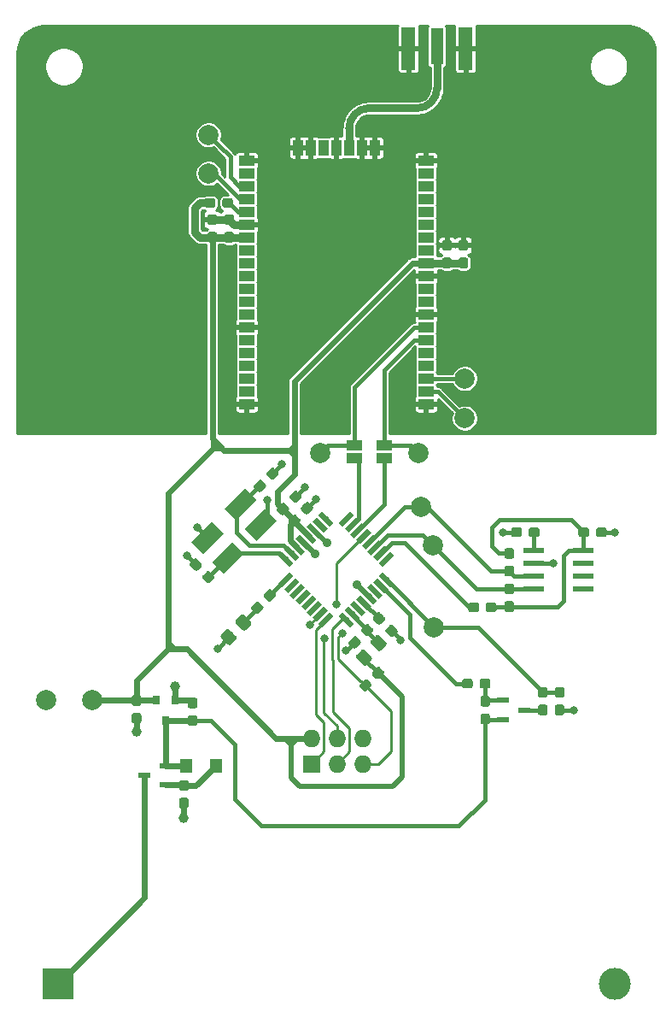
<source format=gbr>
G04 #@! TF.GenerationSoftware,KiCad,Pcbnew,5.1.4+dfsg1-2*
G04 #@! TF.CreationDate,2019-12-05T18:27:04+01:00*
G04 #@! TF.ProjectId,sensor_pcb,73656e73-6f72-45f7-9063-622e6b696361,1*
G04 #@! TF.SameCoordinates,Original*
G04 #@! TF.FileFunction,Copper,L1,Top*
G04 #@! TF.FilePolarity,Positive*
%FSLAX46Y46*%
G04 Gerber Fmt 4.6, Leading zero omitted, Abs format (unit mm)*
G04 Created by KiCad (PCBNEW 5.1.4+dfsg1-2) date 2019-12-05 18:27:04*
%MOMM*%
%LPD*%
G04 APERTURE LIST*
%ADD10C,0.750000*%
%ADD11C,0.750000*%
%ADD12R,1.524000X1.016000*%
%ADD13R,1.016000X1.524000*%
%ADD14C,1.650000*%
%ADD15C,0.100000*%
%ADD16C,0.550000*%
%ADD17R,2.030000X0.610000*%
%ADD18R,0.800000X0.900000*%
%ADD19C,2.000000*%
%ADD20C,0.950000*%
%ADD21R,1.300000X0.600000*%
%ADD22C,1.150000*%
%ADD23R,1.500000X1.000000*%
%ADD24R,1.270000X3.600000*%
%ADD25R,1.350000X4.200000*%
%ADD26O,1.727200X1.727200*%
%ADD27R,1.727200X1.727200*%
%ADD28R,1.300000X1.400000*%
%ADD29C,3.170000*%
%ADD30R,3.170000X3.170000*%
%ADD31C,0.800000*%
%ADD32C,1.000000*%
%ADD33C,0.900000*%
%ADD34C,0.500000*%
%ADD35C,0.400000*%
%ADD36C,0.600000*%
%ADD37C,0.500000*%
%ADD38C,0.250000*%
%ADD39C,0.254000*%
G04 APERTURE END LIST*
D10*
X154400000Y-43320000D02*
G75*
G02X152400000Y-45320000I-2000000J0D01*
G01*
X145670000Y-47320000D02*
G75*
G02X147670000Y-45320000I2000000J0D01*
G01*
D11*
X152400000Y-45320000D03*
X154400000Y-43320000D03*
X145670000Y-47320000D03*
X147670000Y-45320000D03*
D12*
X153290000Y-74637000D03*
X153290000Y-73367000D03*
X153290000Y-72097000D03*
X153290000Y-70827000D03*
X153290000Y-69557000D03*
X153290000Y-68287000D03*
X153290000Y-67017000D03*
X153290000Y-65747000D03*
X153290000Y-64477000D03*
X153290000Y-63207000D03*
X153290000Y-61937000D03*
X153290000Y-60667000D03*
X153290000Y-59397000D03*
X153290000Y-58127000D03*
X153290000Y-56857000D03*
X153290000Y-55587000D03*
X153290000Y-54317000D03*
X153290000Y-53047000D03*
X153290000Y-51777000D03*
X153290000Y-50507000D03*
D13*
X148210000Y-49237000D03*
X146940000Y-49237000D03*
X145670000Y-49237000D03*
X144400000Y-49237000D03*
X143130000Y-49237000D03*
X141860000Y-49237000D03*
X140590000Y-49237000D03*
D12*
X135510000Y-50507000D03*
X135510000Y-51777000D03*
X135510000Y-53047000D03*
X135510000Y-54317000D03*
X135510000Y-55587000D03*
X135510000Y-56857000D03*
X135510000Y-58127000D03*
X135510000Y-59397000D03*
X135510000Y-60667000D03*
X135510000Y-61937000D03*
X135510000Y-63207000D03*
X135510000Y-64477000D03*
X135510000Y-65747000D03*
X135510000Y-67017000D03*
X135510000Y-68287000D03*
X135510000Y-69557000D03*
X135510000Y-70827000D03*
X135510000Y-72097000D03*
X135510000Y-73367000D03*
X135510000Y-74637000D03*
D14*
X131622350Y-87846396D03*
D15*
G36*
X131198086Y-89437386D02*
G01*
X130031360Y-88270660D01*
X132046614Y-86255406D01*
X133213340Y-87422132D01*
X131198086Y-89437386D01*
X131198086Y-89437386D01*
G37*
D14*
X134910396Y-84558350D03*
D15*
G36*
X134486132Y-86149340D02*
G01*
X133319406Y-84982614D01*
X135334660Y-82967360D01*
X136501386Y-84134086D01*
X134486132Y-86149340D01*
X134486132Y-86149340D01*
G37*
D14*
X136925650Y-86573604D03*
D15*
G36*
X136501386Y-88164594D02*
G01*
X135334660Y-86997868D01*
X137349914Y-84982614D01*
X138516640Y-86149340D01*
X136501386Y-88164594D01*
X136501386Y-88164594D01*
G37*
D14*
X133637604Y-89861650D03*
D15*
G36*
X133213340Y-91452640D02*
G01*
X132046614Y-90285914D01*
X134061868Y-88270660D01*
X135228594Y-89437386D01*
X133213340Y-91452640D01*
X133213340Y-91452640D01*
G37*
D16*
X145425305Y-86034897D03*
D15*
G36*
X145054074Y-86795037D02*
G01*
X144665165Y-86406128D01*
X145796536Y-85274757D01*
X146185445Y-85663666D01*
X145054074Y-86795037D01*
X145054074Y-86795037D01*
G37*
D16*
X145990990Y-86600583D03*
D15*
G36*
X145619759Y-87360723D02*
G01*
X145230850Y-86971814D01*
X146362221Y-85840443D01*
X146751130Y-86229352D01*
X145619759Y-87360723D01*
X145619759Y-87360723D01*
G37*
D16*
X146556676Y-87166268D03*
D15*
G36*
X146185445Y-87926408D02*
G01*
X145796536Y-87537499D01*
X146927907Y-86406128D01*
X147316816Y-86795037D01*
X146185445Y-87926408D01*
X146185445Y-87926408D01*
G37*
D16*
X147122361Y-87731953D03*
D15*
G36*
X146751130Y-88492093D02*
G01*
X146362221Y-88103184D01*
X147493592Y-86971813D01*
X147882501Y-87360722D01*
X146751130Y-88492093D01*
X146751130Y-88492093D01*
G37*
D16*
X147688047Y-88297639D03*
D15*
G36*
X147316816Y-89057779D02*
G01*
X146927907Y-88668870D01*
X148059278Y-87537499D01*
X148448187Y-87926408D01*
X147316816Y-89057779D01*
X147316816Y-89057779D01*
G37*
D16*
X148253732Y-88863324D03*
D15*
G36*
X147882501Y-89623464D02*
G01*
X147493592Y-89234555D01*
X148624963Y-88103184D01*
X149013872Y-88492093D01*
X147882501Y-89623464D01*
X147882501Y-89623464D01*
G37*
D16*
X148819417Y-89429010D03*
D15*
G36*
X148448186Y-90189150D02*
G01*
X148059277Y-89800241D01*
X149190648Y-88668870D01*
X149579557Y-89057779D01*
X148448186Y-90189150D01*
X148448186Y-90189150D01*
G37*
D16*
X149385103Y-89994695D03*
D15*
G36*
X149013872Y-90754835D02*
G01*
X148624963Y-90365926D01*
X149756334Y-89234555D01*
X150145243Y-89623464D01*
X149013872Y-90754835D01*
X149013872Y-90754835D01*
G37*
D16*
X149385103Y-92045305D03*
D15*
G36*
X148624963Y-91674074D02*
G01*
X149013872Y-91285165D01*
X150145243Y-92416536D01*
X149756334Y-92805445D01*
X148624963Y-91674074D01*
X148624963Y-91674074D01*
G37*
D16*
X148819417Y-92610990D03*
D15*
G36*
X148059277Y-92239759D02*
G01*
X148448186Y-91850850D01*
X149579557Y-92982221D01*
X149190648Y-93371130D01*
X148059277Y-92239759D01*
X148059277Y-92239759D01*
G37*
D16*
X148253732Y-93176676D03*
D15*
G36*
X147493592Y-92805445D02*
G01*
X147882501Y-92416536D01*
X149013872Y-93547907D01*
X148624963Y-93936816D01*
X147493592Y-92805445D01*
X147493592Y-92805445D01*
G37*
D16*
X147688047Y-93742361D03*
D15*
G36*
X146927907Y-93371130D02*
G01*
X147316816Y-92982221D01*
X148448187Y-94113592D01*
X148059278Y-94502501D01*
X146927907Y-93371130D01*
X146927907Y-93371130D01*
G37*
D16*
X147122361Y-94308047D03*
D15*
G36*
X146362221Y-93936816D02*
G01*
X146751130Y-93547907D01*
X147882501Y-94679278D01*
X147493592Y-95068187D01*
X146362221Y-93936816D01*
X146362221Y-93936816D01*
G37*
D16*
X146556676Y-94873732D03*
D15*
G36*
X145796536Y-94502501D02*
G01*
X146185445Y-94113592D01*
X147316816Y-95244963D01*
X146927907Y-95633872D01*
X145796536Y-94502501D01*
X145796536Y-94502501D01*
G37*
D16*
X145990990Y-95439417D03*
D15*
G36*
X145230850Y-95068186D02*
G01*
X145619759Y-94679277D01*
X146751130Y-95810648D01*
X146362221Y-96199557D01*
X145230850Y-95068186D01*
X145230850Y-95068186D01*
G37*
D16*
X145425305Y-96005103D03*
D15*
G36*
X144665165Y-95633872D02*
G01*
X145054074Y-95244963D01*
X146185445Y-96376334D01*
X145796536Y-96765243D01*
X144665165Y-95633872D01*
X144665165Y-95633872D01*
G37*
D16*
X143374695Y-96005103D03*
D15*
G36*
X143003464Y-96765243D02*
G01*
X142614555Y-96376334D01*
X143745926Y-95244963D01*
X144134835Y-95633872D01*
X143003464Y-96765243D01*
X143003464Y-96765243D01*
G37*
D16*
X142809010Y-95439417D03*
D15*
G36*
X142437779Y-96199557D02*
G01*
X142048870Y-95810648D01*
X143180241Y-94679277D01*
X143569150Y-95068186D01*
X142437779Y-96199557D01*
X142437779Y-96199557D01*
G37*
D16*
X142243324Y-94873732D03*
D15*
G36*
X141872093Y-95633872D02*
G01*
X141483184Y-95244963D01*
X142614555Y-94113592D01*
X143003464Y-94502501D01*
X141872093Y-95633872D01*
X141872093Y-95633872D01*
G37*
D16*
X141677639Y-94308047D03*
D15*
G36*
X141306408Y-95068187D02*
G01*
X140917499Y-94679278D01*
X142048870Y-93547907D01*
X142437779Y-93936816D01*
X141306408Y-95068187D01*
X141306408Y-95068187D01*
G37*
D16*
X141111953Y-93742361D03*
D15*
G36*
X140740722Y-94502501D02*
G01*
X140351813Y-94113592D01*
X141483184Y-92982221D01*
X141872093Y-93371130D01*
X140740722Y-94502501D01*
X140740722Y-94502501D01*
G37*
D16*
X140546268Y-93176676D03*
D15*
G36*
X140175037Y-93936816D02*
G01*
X139786128Y-93547907D01*
X140917499Y-92416536D01*
X141306408Y-92805445D01*
X140175037Y-93936816D01*
X140175037Y-93936816D01*
G37*
D16*
X139980583Y-92610990D03*
D15*
G36*
X139609352Y-93371130D02*
G01*
X139220443Y-92982221D01*
X140351814Y-91850850D01*
X140740723Y-92239759D01*
X139609352Y-93371130D01*
X139609352Y-93371130D01*
G37*
D16*
X139414897Y-92045305D03*
D15*
G36*
X139043666Y-92805445D02*
G01*
X138654757Y-92416536D01*
X139786128Y-91285165D01*
X140175037Y-91674074D01*
X139043666Y-92805445D01*
X139043666Y-92805445D01*
G37*
D16*
X139414897Y-89994695D03*
D15*
G36*
X138654757Y-89623464D02*
G01*
X139043666Y-89234555D01*
X140175037Y-90365926D01*
X139786128Y-90754835D01*
X138654757Y-89623464D01*
X138654757Y-89623464D01*
G37*
D16*
X139980583Y-89429010D03*
D15*
G36*
X139220443Y-89057779D02*
G01*
X139609352Y-88668870D01*
X140740723Y-89800241D01*
X140351814Y-90189150D01*
X139220443Y-89057779D01*
X139220443Y-89057779D01*
G37*
D16*
X140546268Y-88863324D03*
D15*
G36*
X139786128Y-88492093D02*
G01*
X140175037Y-88103184D01*
X141306408Y-89234555D01*
X140917499Y-89623464D01*
X139786128Y-88492093D01*
X139786128Y-88492093D01*
G37*
D16*
X141111953Y-88297639D03*
D15*
G36*
X140351813Y-87926408D02*
G01*
X140740722Y-87537499D01*
X141872093Y-88668870D01*
X141483184Y-89057779D01*
X140351813Y-87926408D01*
X140351813Y-87926408D01*
G37*
D16*
X141677639Y-87731953D03*
D15*
G36*
X140917499Y-87360722D02*
G01*
X141306408Y-86971813D01*
X142437779Y-88103184D01*
X142048870Y-88492093D01*
X140917499Y-87360722D01*
X140917499Y-87360722D01*
G37*
D16*
X142243324Y-87166268D03*
D15*
G36*
X141483184Y-86795037D02*
G01*
X141872093Y-86406128D01*
X143003464Y-87537499D01*
X142614555Y-87926408D01*
X141483184Y-86795037D01*
X141483184Y-86795037D01*
G37*
D16*
X142809010Y-86600583D03*
D15*
G36*
X142048870Y-86229352D02*
G01*
X142437779Y-85840443D01*
X143569150Y-86971814D01*
X143180241Y-87360723D01*
X142048870Y-86229352D01*
X142048870Y-86229352D01*
G37*
D16*
X143374695Y-86034897D03*
D15*
G36*
X142614555Y-85663666D02*
G01*
X143003464Y-85274757D01*
X144134835Y-86406128D01*
X143745926Y-86795037D01*
X142614555Y-85663666D01*
X142614555Y-85663666D01*
G37*
D17*
X168902500Y-89114500D03*
X168902500Y-90384500D03*
X168902500Y-91654500D03*
X168902500Y-92924500D03*
X164002500Y-89114500D03*
X164002500Y-90384500D03*
X164002500Y-91654500D03*
X164002500Y-92924500D03*
D18*
X127495000Y-105990500D03*
X126545000Y-103990500D03*
X128445000Y-103990500D03*
D19*
X142783000Y-79463000D03*
X152562000Y-79463000D03*
X152800000Y-84800000D03*
X154000000Y-88600000D03*
X154086000Y-96735000D03*
X115600000Y-103974000D03*
X120200000Y-103974000D03*
X131734000Y-47967000D03*
X131734000Y-51777000D03*
X157134000Y-72097000D03*
X157134000Y-76034000D03*
D15*
G36*
X148603852Y-100652195D02*
G01*
X148626907Y-100655614D01*
X148649516Y-100661278D01*
X148671460Y-100669130D01*
X148692530Y-100679095D01*
X148712521Y-100691077D01*
X148731241Y-100704961D01*
X148748511Y-100720613D01*
X149084387Y-101056489D01*
X149100039Y-101073759D01*
X149113923Y-101092479D01*
X149125905Y-101112470D01*
X149135870Y-101133540D01*
X149143722Y-101155484D01*
X149149386Y-101178093D01*
X149152805Y-101201148D01*
X149153949Y-101224427D01*
X149152805Y-101247706D01*
X149149386Y-101270761D01*
X149143722Y-101293370D01*
X149135870Y-101315314D01*
X149125905Y-101336384D01*
X149113923Y-101356375D01*
X149100039Y-101375095D01*
X149084387Y-101392365D01*
X148677801Y-101798951D01*
X148660531Y-101814603D01*
X148641811Y-101828487D01*
X148621820Y-101840469D01*
X148600750Y-101850434D01*
X148578806Y-101858286D01*
X148556197Y-101863950D01*
X148533142Y-101867369D01*
X148509863Y-101868513D01*
X148486584Y-101867369D01*
X148463529Y-101863950D01*
X148440920Y-101858286D01*
X148418976Y-101850434D01*
X148397906Y-101840469D01*
X148377915Y-101828487D01*
X148359195Y-101814603D01*
X148341925Y-101798951D01*
X148006049Y-101463075D01*
X147990397Y-101445805D01*
X147976513Y-101427085D01*
X147964531Y-101407094D01*
X147954566Y-101386024D01*
X147946714Y-101364080D01*
X147941050Y-101341471D01*
X147937631Y-101318416D01*
X147936487Y-101295137D01*
X147937631Y-101271858D01*
X147941050Y-101248803D01*
X147946714Y-101226194D01*
X147954566Y-101204250D01*
X147964531Y-101183180D01*
X147976513Y-101163189D01*
X147990397Y-101144469D01*
X148006049Y-101127199D01*
X148412635Y-100720613D01*
X148429905Y-100704961D01*
X148448625Y-100691077D01*
X148468616Y-100679095D01*
X148489686Y-100669130D01*
X148511630Y-100661278D01*
X148534239Y-100655614D01*
X148557294Y-100652195D01*
X148580573Y-100651051D01*
X148603852Y-100652195D01*
X148603852Y-100652195D01*
G37*
D20*
X148545218Y-101259782D03*
D15*
G36*
X147366416Y-101889631D02*
G01*
X147389471Y-101893050D01*
X147412080Y-101898714D01*
X147434024Y-101906566D01*
X147455094Y-101916531D01*
X147475085Y-101928513D01*
X147493805Y-101942397D01*
X147511075Y-101958049D01*
X147846951Y-102293925D01*
X147862603Y-102311195D01*
X147876487Y-102329915D01*
X147888469Y-102349906D01*
X147898434Y-102370976D01*
X147906286Y-102392920D01*
X147911950Y-102415529D01*
X147915369Y-102438584D01*
X147916513Y-102461863D01*
X147915369Y-102485142D01*
X147911950Y-102508197D01*
X147906286Y-102530806D01*
X147898434Y-102552750D01*
X147888469Y-102573820D01*
X147876487Y-102593811D01*
X147862603Y-102612531D01*
X147846951Y-102629801D01*
X147440365Y-103036387D01*
X147423095Y-103052039D01*
X147404375Y-103065923D01*
X147384384Y-103077905D01*
X147363314Y-103087870D01*
X147341370Y-103095722D01*
X147318761Y-103101386D01*
X147295706Y-103104805D01*
X147272427Y-103105949D01*
X147249148Y-103104805D01*
X147226093Y-103101386D01*
X147203484Y-103095722D01*
X147181540Y-103087870D01*
X147160470Y-103077905D01*
X147140479Y-103065923D01*
X147121759Y-103052039D01*
X147104489Y-103036387D01*
X146768613Y-102700511D01*
X146752961Y-102683241D01*
X146739077Y-102664521D01*
X146727095Y-102644530D01*
X146717130Y-102623460D01*
X146709278Y-102601516D01*
X146703614Y-102578907D01*
X146700195Y-102555852D01*
X146699051Y-102532573D01*
X146700195Y-102509294D01*
X146703614Y-102486239D01*
X146709278Y-102463630D01*
X146717130Y-102441686D01*
X146727095Y-102420616D01*
X146739077Y-102400625D01*
X146752961Y-102381905D01*
X146768613Y-102364635D01*
X147175199Y-101958049D01*
X147192469Y-101942397D01*
X147211189Y-101928513D01*
X147231180Y-101916531D01*
X147252250Y-101906566D01*
X147274194Y-101898714D01*
X147296803Y-101893050D01*
X147319858Y-101889631D01*
X147343137Y-101888487D01*
X147366416Y-101889631D01*
X147366416Y-101889631D01*
G37*
D20*
X147307782Y-102497218D03*
D15*
G36*
X132185779Y-54224144D02*
G01*
X132208834Y-54227563D01*
X132231443Y-54233227D01*
X132253387Y-54241079D01*
X132274457Y-54251044D01*
X132294448Y-54263026D01*
X132313168Y-54276910D01*
X132330438Y-54292562D01*
X132346090Y-54309832D01*
X132359974Y-54328552D01*
X132371956Y-54348543D01*
X132381921Y-54369613D01*
X132389773Y-54391557D01*
X132395437Y-54414166D01*
X132398856Y-54437221D01*
X132400000Y-54460500D01*
X132400000Y-54935500D01*
X132398856Y-54958779D01*
X132395437Y-54981834D01*
X132389773Y-55004443D01*
X132381921Y-55026387D01*
X132371956Y-55047457D01*
X132359974Y-55067448D01*
X132346090Y-55086168D01*
X132330438Y-55103438D01*
X132313168Y-55119090D01*
X132294448Y-55132974D01*
X132274457Y-55144956D01*
X132253387Y-55154921D01*
X132231443Y-55162773D01*
X132208834Y-55168437D01*
X132185779Y-55171856D01*
X132162500Y-55173000D01*
X131587500Y-55173000D01*
X131564221Y-55171856D01*
X131541166Y-55168437D01*
X131518557Y-55162773D01*
X131496613Y-55154921D01*
X131475543Y-55144956D01*
X131455552Y-55132974D01*
X131436832Y-55119090D01*
X131419562Y-55103438D01*
X131403910Y-55086168D01*
X131390026Y-55067448D01*
X131378044Y-55047457D01*
X131368079Y-55026387D01*
X131360227Y-55004443D01*
X131354563Y-54981834D01*
X131351144Y-54958779D01*
X131350000Y-54935500D01*
X131350000Y-54460500D01*
X131351144Y-54437221D01*
X131354563Y-54414166D01*
X131360227Y-54391557D01*
X131368079Y-54369613D01*
X131378044Y-54348543D01*
X131390026Y-54328552D01*
X131403910Y-54309832D01*
X131419562Y-54292562D01*
X131436832Y-54276910D01*
X131455552Y-54263026D01*
X131475543Y-54251044D01*
X131496613Y-54241079D01*
X131518557Y-54233227D01*
X131541166Y-54227563D01*
X131564221Y-54224144D01*
X131587500Y-54223000D01*
X132162500Y-54223000D01*
X132185779Y-54224144D01*
X132185779Y-54224144D01*
G37*
D20*
X131875000Y-54698000D03*
D15*
G36*
X133935779Y-54224144D02*
G01*
X133958834Y-54227563D01*
X133981443Y-54233227D01*
X134003387Y-54241079D01*
X134024457Y-54251044D01*
X134044448Y-54263026D01*
X134063168Y-54276910D01*
X134080438Y-54292562D01*
X134096090Y-54309832D01*
X134109974Y-54328552D01*
X134121956Y-54348543D01*
X134131921Y-54369613D01*
X134139773Y-54391557D01*
X134145437Y-54414166D01*
X134148856Y-54437221D01*
X134150000Y-54460500D01*
X134150000Y-54935500D01*
X134148856Y-54958779D01*
X134145437Y-54981834D01*
X134139773Y-55004443D01*
X134131921Y-55026387D01*
X134121956Y-55047457D01*
X134109974Y-55067448D01*
X134096090Y-55086168D01*
X134080438Y-55103438D01*
X134063168Y-55119090D01*
X134044448Y-55132974D01*
X134024457Y-55144956D01*
X134003387Y-55154921D01*
X133981443Y-55162773D01*
X133958834Y-55168437D01*
X133935779Y-55171856D01*
X133912500Y-55173000D01*
X133337500Y-55173000D01*
X133314221Y-55171856D01*
X133291166Y-55168437D01*
X133268557Y-55162773D01*
X133246613Y-55154921D01*
X133225543Y-55144956D01*
X133205552Y-55132974D01*
X133186832Y-55119090D01*
X133169562Y-55103438D01*
X133153910Y-55086168D01*
X133140026Y-55067448D01*
X133128044Y-55047457D01*
X133118079Y-55026387D01*
X133110227Y-55004443D01*
X133104563Y-54981834D01*
X133101144Y-54958779D01*
X133100000Y-54935500D01*
X133100000Y-54460500D01*
X133101144Y-54437221D01*
X133104563Y-54414166D01*
X133110227Y-54391557D01*
X133118079Y-54369613D01*
X133128044Y-54348543D01*
X133140026Y-54328552D01*
X133153910Y-54309832D01*
X133169562Y-54292562D01*
X133186832Y-54276910D01*
X133205552Y-54263026D01*
X133225543Y-54251044D01*
X133246613Y-54241079D01*
X133268557Y-54233227D01*
X133291166Y-54227563D01*
X133314221Y-54224144D01*
X133337500Y-54223000D01*
X133912500Y-54223000D01*
X133935779Y-54224144D01*
X133935779Y-54224144D01*
G37*
D20*
X133625000Y-54698000D03*
D15*
G36*
X137872352Y-92968695D02*
G01*
X137895407Y-92972114D01*
X137918016Y-92977778D01*
X137939960Y-92985630D01*
X137961030Y-92995595D01*
X137981021Y-93007577D01*
X137999741Y-93021461D01*
X138017011Y-93037113D01*
X138352887Y-93372989D01*
X138368539Y-93390259D01*
X138382423Y-93408979D01*
X138394405Y-93428970D01*
X138404370Y-93450040D01*
X138412222Y-93471984D01*
X138417886Y-93494593D01*
X138421305Y-93517648D01*
X138422449Y-93540927D01*
X138421305Y-93564206D01*
X138417886Y-93587261D01*
X138412222Y-93609870D01*
X138404370Y-93631814D01*
X138394405Y-93652884D01*
X138382423Y-93672875D01*
X138368539Y-93691595D01*
X138352887Y-93708865D01*
X137946301Y-94115451D01*
X137929031Y-94131103D01*
X137910311Y-94144987D01*
X137890320Y-94156969D01*
X137869250Y-94166934D01*
X137847306Y-94174786D01*
X137824697Y-94180450D01*
X137801642Y-94183869D01*
X137778363Y-94185013D01*
X137755084Y-94183869D01*
X137732029Y-94180450D01*
X137709420Y-94174786D01*
X137687476Y-94166934D01*
X137666406Y-94156969D01*
X137646415Y-94144987D01*
X137627695Y-94131103D01*
X137610425Y-94115451D01*
X137274549Y-93779575D01*
X137258897Y-93762305D01*
X137245013Y-93743585D01*
X137233031Y-93723594D01*
X137223066Y-93702524D01*
X137215214Y-93680580D01*
X137209550Y-93657971D01*
X137206131Y-93634916D01*
X137204987Y-93611637D01*
X137206131Y-93588358D01*
X137209550Y-93565303D01*
X137215214Y-93542694D01*
X137223066Y-93520750D01*
X137233031Y-93499680D01*
X137245013Y-93479689D01*
X137258897Y-93460969D01*
X137274549Y-93443699D01*
X137681135Y-93037113D01*
X137698405Y-93021461D01*
X137717125Y-93007577D01*
X137737116Y-92995595D01*
X137758186Y-92985630D01*
X137780130Y-92977778D01*
X137802739Y-92972114D01*
X137825794Y-92968695D01*
X137849073Y-92967551D01*
X137872352Y-92968695D01*
X137872352Y-92968695D01*
G37*
D20*
X137813718Y-93576282D03*
D15*
G36*
X136634916Y-94206131D02*
G01*
X136657971Y-94209550D01*
X136680580Y-94215214D01*
X136702524Y-94223066D01*
X136723594Y-94233031D01*
X136743585Y-94245013D01*
X136762305Y-94258897D01*
X136779575Y-94274549D01*
X137115451Y-94610425D01*
X137131103Y-94627695D01*
X137144987Y-94646415D01*
X137156969Y-94666406D01*
X137166934Y-94687476D01*
X137174786Y-94709420D01*
X137180450Y-94732029D01*
X137183869Y-94755084D01*
X137185013Y-94778363D01*
X137183869Y-94801642D01*
X137180450Y-94824697D01*
X137174786Y-94847306D01*
X137166934Y-94869250D01*
X137156969Y-94890320D01*
X137144987Y-94910311D01*
X137131103Y-94929031D01*
X137115451Y-94946301D01*
X136708865Y-95352887D01*
X136691595Y-95368539D01*
X136672875Y-95382423D01*
X136652884Y-95394405D01*
X136631814Y-95404370D01*
X136609870Y-95412222D01*
X136587261Y-95417886D01*
X136564206Y-95421305D01*
X136540927Y-95422449D01*
X136517648Y-95421305D01*
X136494593Y-95417886D01*
X136471984Y-95412222D01*
X136450040Y-95404370D01*
X136428970Y-95394405D01*
X136408979Y-95382423D01*
X136390259Y-95368539D01*
X136372989Y-95352887D01*
X136037113Y-95017011D01*
X136021461Y-94999741D01*
X136007577Y-94981021D01*
X135995595Y-94961030D01*
X135985630Y-94939960D01*
X135977778Y-94918016D01*
X135972114Y-94895407D01*
X135968695Y-94872352D01*
X135967551Y-94849073D01*
X135968695Y-94825794D01*
X135972114Y-94802739D01*
X135977778Y-94780130D01*
X135985630Y-94758186D01*
X135995595Y-94737116D01*
X136007577Y-94717125D01*
X136021461Y-94698405D01*
X136037113Y-94681135D01*
X136443699Y-94274549D01*
X136460969Y-94258897D01*
X136479689Y-94245013D01*
X136499680Y-94233031D01*
X136520750Y-94223066D01*
X136542694Y-94215214D01*
X136565303Y-94209550D01*
X136588358Y-94206131D01*
X136611637Y-94204987D01*
X136634916Y-94206131D01*
X136634916Y-94206131D01*
G37*
D20*
X136576282Y-94813718D03*
D15*
G36*
X158331779Y-94292144D02*
G01*
X158354834Y-94295563D01*
X158377443Y-94301227D01*
X158399387Y-94309079D01*
X158420457Y-94319044D01*
X158440448Y-94331026D01*
X158459168Y-94344910D01*
X158476438Y-94360562D01*
X158492090Y-94377832D01*
X158505974Y-94396552D01*
X158517956Y-94416543D01*
X158527921Y-94437613D01*
X158535773Y-94459557D01*
X158541437Y-94482166D01*
X158544856Y-94505221D01*
X158546000Y-94528500D01*
X158546000Y-95003500D01*
X158544856Y-95026779D01*
X158541437Y-95049834D01*
X158535773Y-95072443D01*
X158527921Y-95094387D01*
X158517956Y-95115457D01*
X158505974Y-95135448D01*
X158492090Y-95154168D01*
X158476438Y-95171438D01*
X158459168Y-95187090D01*
X158440448Y-95200974D01*
X158420457Y-95212956D01*
X158399387Y-95222921D01*
X158377443Y-95230773D01*
X158354834Y-95236437D01*
X158331779Y-95239856D01*
X158308500Y-95241000D01*
X157733500Y-95241000D01*
X157710221Y-95239856D01*
X157687166Y-95236437D01*
X157664557Y-95230773D01*
X157642613Y-95222921D01*
X157621543Y-95212956D01*
X157601552Y-95200974D01*
X157582832Y-95187090D01*
X157565562Y-95171438D01*
X157549910Y-95154168D01*
X157536026Y-95135448D01*
X157524044Y-95115457D01*
X157514079Y-95094387D01*
X157506227Y-95072443D01*
X157500563Y-95049834D01*
X157497144Y-95026779D01*
X157496000Y-95003500D01*
X157496000Y-94528500D01*
X157497144Y-94505221D01*
X157500563Y-94482166D01*
X157506227Y-94459557D01*
X157514079Y-94437613D01*
X157524044Y-94416543D01*
X157536026Y-94396552D01*
X157549910Y-94377832D01*
X157565562Y-94360562D01*
X157582832Y-94344910D01*
X157601552Y-94331026D01*
X157621543Y-94319044D01*
X157642613Y-94309079D01*
X157664557Y-94301227D01*
X157687166Y-94295563D01*
X157710221Y-94292144D01*
X157733500Y-94291000D01*
X158308500Y-94291000D01*
X158331779Y-94292144D01*
X158331779Y-94292144D01*
G37*
D20*
X158021000Y-94766000D03*
D15*
G36*
X160081779Y-94292144D02*
G01*
X160104834Y-94295563D01*
X160127443Y-94301227D01*
X160149387Y-94309079D01*
X160170457Y-94319044D01*
X160190448Y-94331026D01*
X160209168Y-94344910D01*
X160226438Y-94360562D01*
X160242090Y-94377832D01*
X160255974Y-94396552D01*
X160267956Y-94416543D01*
X160277921Y-94437613D01*
X160285773Y-94459557D01*
X160291437Y-94482166D01*
X160294856Y-94505221D01*
X160296000Y-94528500D01*
X160296000Y-95003500D01*
X160294856Y-95026779D01*
X160291437Y-95049834D01*
X160285773Y-95072443D01*
X160277921Y-95094387D01*
X160267956Y-95115457D01*
X160255974Y-95135448D01*
X160242090Y-95154168D01*
X160226438Y-95171438D01*
X160209168Y-95187090D01*
X160190448Y-95200974D01*
X160170457Y-95212956D01*
X160149387Y-95222921D01*
X160127443Y-95230773D01*
X160104834Y-95236437D01*
X160081779Y-95239856D01*
X160058500Y-95241000D01*
X159483500Y-95241000D01*
X159460221Y-95239856D01*
X159437166Y-95236437D01*
X159414557Y-95230773D01*
X159392613Y-95222921D01*
X159371543Y-95212956D01*
X159351552Y-95200974D01*
X159332832Y-95187090D01*
X159315562Y-95171438D01*
X159299910Y-95154168D01*
X159286026Y-95135448D01*
X159274044Y-95115457D01*
X159264079Y-95094387D01*
X159256227Y-95072443D01*
X159250563Y-95049834D01*
X159247144Y-95026779D01*
X159246000Y-95003500D01*
X159246000Y-94528500D01*
X159247144Y-94505221D01*
X159250563Y-94482166D01*
X159256227Y-94459557D01*
X159264079Y-94437613D01*
X159274044Y-94416543D01*
X159286026Y-94396552D01*
X159299910Y-94377832D01*
X159315562Y-94360562D01*
X159332832Y-94344910D01*
X159351552Y-94331026D01*
X159371543Y-94319044D01*
X159392613Y-94309079D01*
X159414557Y-94301227D01*
X159437166Y-94295563D01*
X159460221Y-94292144D01*
X159483500Y-94291000D01*
X160058500Y-94291000D01*
X160081779Y-94292144D01*
X160081779Y-94292144D01*
G37*
D20*
X159771000Y-94766000D03*
D15*
G36*
X161823779Y-88908144D02*
G01*
X161846834Y-88911563D01*
X161869443Y-88917227D01*
X161891387Y-88925079D01*
X161912457Y-88935044D01*
X161932448Y-88947026D01*
X161951168Y-88960910D01*
X161968438Y-88976562D01*
X161984090Y-88993832D01*
X161997974Y-89012552D01*
X162009956Y-89032543D01*
X162019921Y-89053613D01*
X162027773Y-89075557D01*
X162033437Y-89098166D01*
X162036856Y-89121221D01*
X162038000Y-89144500D01*
X162038000Y-89719500D01*
X162036856Y-89742779D01*
X162033437Y-89765834D01*
X162027773Y-89788443D01*
X162019921Y-89810387D01*
X162009956Y-89831457D01*
X161997974Y-89851448D01*
X161984090Y-89870168D01*
X161968438Y-89887438D01*
X161951168Y-89903090D01*
X161932448Y-89916974D01*
X161912457Y-89928956D01*
X161891387Y-89938921D01*
X161869443Y-89946773D01*
X161846834Y-89952437D01*
X161823779Y-89955856D01*
X161800500Y-89957000D01*
X161325500Y-89957000D01*
X161302221Y-89955856D01*
X161279166Y-89952437D01*
X161256557Y-89946773D01*
X161234613Y-89938921D01*
X161213543Y-89928956D01*
X161193552Y-89916974D01*
X161174832Y-89903090D01*
X161157562Y-89887438D01*
X161141910Y-89870168D01*
X161128026Y-89851448D01*
X161116044Y-89831457D01*
X161106079Y-89810387D01*
X161098227Y-89788443D01*
X161092563Y-89765834D01*
X161089144Y-89742779D01*
X161088000Y-89719500D01*
X161088000Y-89144500D01*
X161089144Y-89121221D01*
X161092563Y-89098166D01*
X161098227Y-89075557D01*
X161106079Y-89053613D01*
X161116044Y-89032543D01*
X161128026Y-89012552D01*
X161141910Y-88993832D01*
X161157562Y-88976562D01*
X161174832Y-88960910D01*
X161193552Y-88947026D01*
X161213543Y-88935044D01*
X161234613Y-88925079D01*
X161256557Y-88917227D01*
X161279166Y-88911563D01*
X161302221Y-88908144D01*
X161325500Y-88907000D01*
X161800500Y-88907000D01*
X161823779Y-88908144D01*
X161823779Y-88908144D01*
G37*
D20*
X161563000Y-89432000D03*
D15*
G36*
X161823779Y-90658144D02*
G01*
X161846834Y-90661563D01*
X161869443Y-90667227D01*
X161891387Y-90675079D01*
X161912457Y-90685044D01*
X161932448Y-90697026D01*
X161951168Y-90710910D01*
X161968438Y-90726562D01*
X161984090Y-90743832D01*
X161997974Y-90762552D01*
X162009956Y-90782543D01*
X162019921Y-90803613D01*
X162027773Y-90825557D01*
X162033437Y-90848166D01*
X162036856Y-90871221D01*
X162038000Y-90894500D01*
X162038000Y-91469500D01*
X162036856Y-91492779D01*
X162033437Y-91515834D01*
X162027773Y-91538443D01*
X162019921Y-91560387D01*
X162009956Y-91581457D01*
X161997974Y-91601448D01*
X161984090Y-91620168D01*
X161968438Y-91637438D01*
X161951168Y-91653090D01*
X161932448Y-91666974D01*
X161912457Y-91678956D01*
X161891387Y-91688921D01*
X161869443Y-91696773D01*
X161846834Y-91702437D01*
X161823779Y-91705856D01*
X161800500Y-91707000D01*
X161325500Y-91707000D01*
X161302221Y-91705856D01*
X161279166Y-91702437D01*
X161256557Y-91696773D01*
X161234613Y-91688921D01*
X161213543Y-91678956D01*
X161193552Y-91666974D01*
X161174832Y-91653090D01*
X161157562Y-91637438D01*
X161141910Y-91620168D01*
X161128026Y-91601448D01*
X161116044Y-91581457D01*
X161106079Y-91560387D01*
X161098227Y-91538443D01*
X161092563Y-91515834D01*
X161089144Y-91492779D01*
X161088000Y-91469500D01*
X161088000Y-90894500D01*
X161089144Y-90871221D01*
X161092563Y-90848166D01*
X161098227Y-90825557D01*
X161106079Y-90803613D01*
X161116044Y-90782543D01*
X161128026Y-90762552D01*
X161141910Y-90743832D01*
X161157562Y-90726562D01*
X161174832Y-90710910D01*
X161193552Y-90697026D01*
X161213543Y-90685044D01*
X161234613Y-90675079D01*
X161256557Y-90667227D01*
X161279166Y-90661563D01*
X161302221Y-90658144D01*
X161325500Y-90657000D01*
X161800500Y-90657000D01*
X161823779Y-90658144D01*
X161823779Y-90658144D01*
G37*
D20*
X161563000Y-91182000D03*
D15*
G36*
X161823779Y-94164644D02*
G01*
X161846834Y-94168063D01*
X161869443Y-94173727D01*
X161891387Y-94181579D01*
X161912457Y-94191544D01*
X161932448Y-94203526D01*
X161951168Y-94217410D01*
X161968438Y-94233062D01*
X161984090Y-94250332D01*
X161997974Y-94269052D01*
X162009956Y-94289043D01*
X162019921Y-94310113D01*
X162027773Y-94332057D01*
X162033437Y-94354666D01*
X162036856Y-94377721D01*
X162038000Y-94401000D01*
X162038000Y-94976000D01*
X162036856Y-94999279D01*
X162033437Y-95022334D01*
X162027773Y-95044943D01*
X162019921Y-95066887D01*
X162009956Y-95087957D01*
X161997974Y-95107948D01*
X161984090Y-95126668D01*
X161968438Y-95143938D01*
X161951168Y-95159590D01*
X161932448Y-95173474D01*
X161912457Y-95185456D01*
X161891387Y-95195421D01*
X161869443Y-95203273D01*
X161846834Y-95208937D01*
X161823779Y-95212356D01*
X161800500Y-95213500D01*
X161325500Y-95213500D01*
X161302221Y-95212356D01*
X161279166Y-95208937D01*
X161256557Y-95203273D01*
X161234613Y-95195421D01*
X161213543Y-95185456D01*
X161193552Y-95173474D01*
X161174832Y-95159590D01*
X161157562Y-95143938D01*
X161141910Y-95126668D01*
X161128026Y-95107948D01*
X161116044Y-95087957D01*
X161106079Y-95066887D01*
X161098227Y-95044943D01*
X161092563Y-95022334D01*
X161089144Y-94999279D01*
X161088000Y-94976000D01*
X161088000Y-94401000D01*
X161089144Y-94377721D01*
X161092563Y-94354666D01*
X161098227Y-94332057D01*
X161106079Y-94310113D01*
X161116044Y-94289043D01*
X161128026Y-94269052D01*
X161141910Y-94250332D01*
X161157562Y-94233062D01*
X161174832Y-94217410D01*
X161193552Y-94203526D01*
X161213543Y-94191544D01*
X161234613Y-94181579D01*
X161256557Y-94173727D01*
X161279166Y-94168063D01*
X161302221Y-94164644D01*
X161325500Y-94163500D01*
X161800500Y-94163500D01*
X161823779Y-94164644D01*
X161823779Y-94164644D01*
G37*
D20*
X161563000Y-94688500D03*
D15*
G36*
X161823779Y-92414644D02*
G01*
X161846834Y-92418063D01*
X161869443Y-92423727D01*
X161891387Y-92431579D01*
X161912457Y-92441544D01*
X161932448Y-92453526D01*
X161951168Y-92467410D01*
X161968438Y-92483062D01*
X161984090Y-92500332D01*
X161997974Y-92519052D01*
X162009956Y-92539043D01*
X162019921Y-92560113D01*
X162027773Y-92582057D01*
X162033437Y-92604666D01*
X162036856Y-92627721D01*
X162038000Y-92651000D01*
X162038000Y-93226000D01*
X162036856Y-93249279D01*
X162033437Y-93272334D01*
X162027773Y-93294943D01*
X162019921Y-93316887D01*
X162009956Y-93337957D01*
X161997974Y-93357948D01*
X161984090Y-93376668D01*
X161968438Y-93393938D01*
X161951168Y-93409590D01*
X161932448Y-93423474D01*
X161912457Y-93435456D01*
X161891387Y-93445421D01*
X161869443Y-93453273D01*
X161846834Y-93458937D01*
X161823779Y-93462356D01*
X161800500Y-93463500D01*
X161325500Y-93463500D01*
X161302221Y-93462356D01*
X161279166Y-93458937D01*
X161256557Y-93453273D01*
X161234613Y-93445421D01*
X161213543Y-93435456D01*
X161193552Y-93423474D01*
X161174832Y-93409590D01*
X161157562Y-93393938D01*
X161141910Y-93376668D01*
X161128026Y-93357948D01*
X161116044Y-93337957D01*
X161106079Y-93316887D01*
X161098227Y-93294943D01*
X161092563Y-93272334D01*
X161089144Y-93249279D01*
X161088000Y-93226000D01*
X161088000Y-92651000D01*
X161089144Y-92627721D01*
X161092563Y-92604666D01*
X161098227Y-92582057D01*
X161106079Y-92560113D01*
X161116044Y-92539043D01*
X161128026Y-92519052D01*
X161141910Y-92500332D01*
X161157562Y-92483062D01*
X161174832Y-92467410D01*
X161193552Y-92453526D01*
X161213543Y-92441544D01*
X161234613Y-92431579D01*
X161256557Y-92423727D01*
X161279166Y-92418063D01*
X161302221Y-92414644D01*
X161325500Y-92413500D01*
X161800500Y-92413500D01*
X161823779Y-92414644D01*
X161823779Y-92414644D01*
G37*
D20*
X161563000Y-92938500D03*
D15*
G36*
X166791779Y-102656644D02*
G01*
X166814834Y-102660063D01*
X166837443Y-102665727D01*
X166859387Y-102673579D01*
X166880457Y-102683544D01*
X166900448Y-102695526D01*
X166919168Y-102709410D01*
X166936438Y-102725062D01*
X166952090Y-102742332D01*
X166965974Y-102761052D01*
X166977956Y-102781043D01*
X166987921Y-102802113D01*
X166995773Y-102824057D01*
X167001437Y-102846666D01*
X167004856Y-102869721D01*
X167006000Y-102893000D01*
X167006000Y-103468000D01*
X167004856Y-103491279D01*
X167001437Y-103514334D01*
X166995773Y-103536943D01*
X166987921Y-103558887D01*
X166977956Y-103579957D01*
X166965974Y-103599948D01*
X166952090Y-103618668D01*
X166936438Y-103635938D01*
X166919168Y-103651590D01*
X166900448Y-103665474D01*
X166880457Y-103677456D01*
X166859387Y-103687421D01*
X166837443Y-103695273D01*
X166814834Y-103700937D01*
X166791779Y-103704356D01*
X166768500Y-103705500D01*
X166293500Y-103705500D01*
X166270221Y-103704356D01*
X166247166Y-103700937D01*
X166224557Y-103695273D01*
X166202613Y-103687421D01*
X166181543Y-103677456D01*
X166161552Y-103665474D01*
X166142832Y-103651590D01*
X166125562Y-103635938D01*
X166109910Y-103618668D01*
X166096026Y-103599948D01*
X166084044Y-103579957D01*
X166074079Y-103558887D01*
X166066227Y-103536943D01*
X166060563Y-103514334D01*
X166057144Y-103491279D01*
X166056000Y-103468000D01*
X166056000Y-102893000D01*
X166057144Y-102869721D01*
X166060563Y-102846666D01*
X166066227Y-102824057D01*
X166074079Y-102802113D01*
X166084044Y-102781043D01*
X166096026Y-102761052D01*
X166109910Y-102742332D01*
X166125562Y-102725062D01*
X166142832Y-102709410D01*
X166161552Y-102695526D01*
X166181543Y-102683544D01*
X166202613Y-102673579D01*
X166224557Y-102665727D01*
X166247166Y-102660063D01*
X166270221Y-102656644D01*
X166293500Y-102655500D01*
X166768500Y-102655500D01*
X166791779Y-102656644D01*
X166791779Y-102656644D01*
G37*
D20*
X166531000Y-103180500D03*
D15*
G36*
X166791779Y-104406644D02*
G01*
X166814834Y-104410063D01*
X166837443Y-104415727D01*
X166859387Y-104423579D01*
X166880457Y-104433544D01*
X166900448Y-104445526D01*
X166919168Y-104459410D01*
X166936438Y-104475062D01*
X166952090Y-104492332D01*
X166965974Y-104511052D01*
X166977956Y-104531043D01*
X166987921Y-104552113D01*
X166995773Y-104574057D01*
X167001437Y-104596666D01*
X167004856Y-104619721D01*
X167006000Y-104643000D01*
X167006000Y-105218000D01*
X167004856Y-105241279D01*
X167001437Y-105264334D01*
X166995773Y-105286943D01*
X166987921Y-105308887D01*
X166977956Y-105329957D01*
X166965974Y-105349948D01*
X166952090Y-105368668D01*
X166936438Y-105385938D01*
X166919168Y-105401590D01*
X166900448Y-105415474D01*
X166880457Y-105427456D01*
X166859387Y-105437421D01*
X166837443Y-105445273D01*
X166814834Y-105450937D01*
X166791779Y-105454356D01*
X166768500Y-105455500D01*
X166293500Y-105455500D01*
X166270221Y-105454356D01*
X166247166Y-105450937D01*
X166224557Y-105445273D01*
X166202613Y-105437421D01*
X166181543Y-105427456D01*
X166161552Y-105415474D01*
X166142832Y-105401590D01*
X166125562Y-105385938D01*
X166109910Y-105368668D01*
X166096026Y-105349948D01*
X166084044Y-105329957D01*
X166074079Y-105308887D01*
X166066227Y-105286943D01*
X166060563Y-105264334D01*
X166057144Y-105241279D01*
X166056000Y-105218000D01*
X166056000Y-104643000D01*
X166057144Y-104619721D01*
X166060563Y-104596666D01*
X166066227Y-104574057D01*
X166074079Y-104552113D01*
X166084044Y-104531043D01*
X166096026Y-104511052D01*
X166109910Y-104492332D01*
X166125562Y-104475062D01*
X166142832Y-104459410D01*
X166161552Y-104445526D01*
X166181543Y-104433544D01*
X166202613Y-104423579D01*
X166224557Y-104415727D01*
X166247166Y-104410063D01*
X166270221Y-104406644D01*
X166293500Y-104405500D01*
X166768500Y-104405500D01*
X166791779Y-104406644D01*
X166791779Y-104406644D01*
G37*
D20*
X166531000Y-104930500D03*
D15*
G36*
X165140779Y-104406644D02*
G01*
X165163834Y-104410063D01*
X165186443Y-104415727D01*
X165208387Y-104423579D01*
X165229457Y-104433544D01*
X165249448Y-104445526D01*
X165268168Y-104459410D01*
X165285438Y-104475062D01*
X165301090Y-104492332D01*
X165314974Y-104511052D01*
X165326956Y-104531043D01*
X165336921Y-104552113D01*
X165344773Y-104574057D01*
X165350437Y-104596666D01*
X165353856Y-104619721D01*
X165355000Y-104643000D01*
X165355000Y-105218000D01*
X165353856Y-105241279D01*
X165350437Y-105264334D01*
X165344773Y-105286943D01*
X165336921Y-105308887D01*
X165326956Y-105329957D01*
X165314974Y-105349948D01*
X165301090Y-105368668D01*
X165285438Y-105385938D01*
X165268168Y-105401590D01*
X165249448Y-105415474D01*
X165229457Y-105427456D01*
X165208387Y-105437421D01*
X165186443Y-105445273D01*
X165163834Y-105450937D01*
X165140779Y-105454356D01*
X165117500Y-105455500D01*
X164642500Y-105455500D01*
X164619221Y-105454356D01*
X164596166Y-105450937D01*
X164573557Y-105445273D01*
X164551613Y-105437421D01*
X164530543Y-105427456D01*
X164510552Y-105415474D01*
X164491832Y-105401590D01*
X164474562Y-105385938D01*
X164458910Y-105368668D01*
X164445026Y-105349948D01*
X164433044Y-105329957D01*
X164423079Y-105308887D01*
X164415227Y-105286943D01*
X164409563Y-105264334D01*
X164406144Y-105241279D01*
X164405000Y-105218000D01*
X164405000Y-104643000D01*
X164406144Y-104619721D01*
X164409563Y-104596666D01*
X164415227Y-104574057D01*
X164423079Y-104552113D01*
X164433044Y-104531043D01*
X164445026Y-104511052D01*
X164458910Y-104492332D01*
X164474562Y-104475062D01*
X164491832Y-104459410D01*
X164510552Y-104445526D01*
X164530543Y-104433544D01*
X164551613Y-104423579D01*
X164573557Y-104415727D01*
X164596166Y-104410063D01*
X164619221Y-104406644D01*
X164642500Y-104405500D01*
X165117500Y-104405500D01*
X165140779Y-104406644D01*
X165140779Y-104406644D01*
G37*
D20*
X164880000Y-104930500D03*
D15*
G36*
X165140779Y-102656644D02*
G01*
X165163834Y-102660063D01*
X165186443Y-102665727D01*
X165208387Y-102673579D01*
X165229457Y-102683544D01*
X165249448Y-102695526D01*
X165268168Y-102709410D01*
X165285438Y-102725062D01*
X165301090Y-102742332D01*
X165314974Y-102761052D01*
X165326956Y-102781043D01*
X165336921Y-102802113D01*
X165344773Y-102824057D01*
X165350437Y-102846666D01*
X165353856Y-102869721D01*
X165355000Y-102893000D01*
X165355000Y-103468000D01*
X165353856Y-103491279D01*
X165350437Y-103514334D01*
X165344773Y-103536943D01*
X165336921Y-103558887D01*
X165326956Y-103579957D01*
X165314974Y-103599948D01*
X165301090Y-103618668D01*
X165285438Y-103635938D01*
X165268168Y-103651590D01*
X165249448Y-103665474D01*
X165229457Y-103677456D01*
X165208387Y-103687421D01*
X165186443Y-103695273D01*
X165163834Y-103700937D01*
X165140779Y-103704356D01*
X165117500Y-103705500D01*
X164642500Y-103705500D01*
X164619221Y-103704356D01*
X164596166Y-103700937D01*
X164573557Y-103695273D01*
X164551613Y-103687421D01*
X164530543Y-103677456D01*
X164510552Y-103665474D01*
X164491832Y-103651590D01*
X164474562Y-103635938D01*
X164458910Y-103618668D01*
X164445026Y-103599948D01*
X164433044Y-103579957D01*
X164423079Y-103558887D01*
X164415227Y-103536943D01*
X164409563Y-103514334D01*
X164406144Y-103491279D01*
X164405000Y-103468000D01*
X164405000Y-102893000D01*
X164406144Y-102869721D01*
X164409563Y-102846666D01*
X164415227Y-102824057D01*
X164423079Y-102802113D01*
X164433044Y-102781043D01*
X164445026Y-102761052D01*
X164458910Y-102742332D01*
X164474562Y-102725062D01*
X164491832Y-102709410D01*
X164510552Y-102695526D01*
X164530543Y-102683544D01*
X164551613Y-102673579D01*
X164573557Y-102665727D01*
X164596166Y-102660063D01*
X164619221Y-102656644D01*
X164642500Y-102655500D01*
X165117500Y-102655500D01*
X165140779Y-102656644D01*
X165140779Y-102656644D01*
G37*
D20*
X164880000Y-103180500D03*
D15*
G36*
X129554779Y-111880144D02*
G01*
X129577834Y-111883563D01*
X129600443Y-111889227D01*
X129622387Y-111897079D01*
X129643457Y-111907044D01*
X129663448Y-111919026D01*
X129682168Y-111932910D01*
X129699438Y-111948562D01*
X129715090Y-111965832D01*
X129728974Y-111984552D01*
X129740956Y-112004543D01*
X129750921Y-112025613D01*
X129758773Y-112047557D01*
X129764437Y-112070166D01*
X129767856Y-112093221D01*
X129769000Y-112116500D01*
X129769000Y-112691500D01*
X129767856Y-112714779D01*
X129764437Y-112737834D01*
X129758773Y-112760443D01*
X129750921Y-112782387D01*
X129740956Y-112803457D01*
X129728974Y-112823448D01*
X129715090Y-112842168D01*
X129699438Y-112859438D01*
X129682168Y-112875090D01*
X129663448Y-112888974D01*
X129643457Y-112900956D01*
X129622387Y-112910921D01*
X129600443Y-112918773D01*
X129577834Y-112924437D01*
X129554779Y-112927856D01*
X129531500Y-112929000D01*
X129056500Y-112929000D01*
X129033221Y-112927856D01*
X129010166Y-112924437D01*
X128987557Y-112918773D01*
X128965613Y-112910921D01*
X128944543Y-112900956D01*
X128924552Y-112888974D01*
X128905832Y-112875090D01*
X128888562Y-112859438D01*
X128872910Y-112842168D01*
X128859026Y-112823448D01*
X128847044Y-112803457D01*
X128837079Y-112782387D01*
X128829227Y-112760443D01*
X128823563Y-112737834D01*
X128820144Y-112714779D01*
X128819000Y-112691500D01*
X128819000Y-112116500D01*
X128820144Y-112093221D01*
X128823563Y-112070166D01*
X128829227Y-112047557D01*
X128837079Y-112025613D01*
X128847044Y-112004543D01*
X128859026Y-111984552D01*
X128872910Y-111965832D01*
X128888562Y-111948562D01*
X128905832Y-111932910D01*
X128924552Y-111919026D01*
X128944543Y-111907044D01*
X128965613Y-111897079D01*
X128987557Y-111889227D01*
X129010166Y-111883563D01*
X129033221Y-111880144D01*
X129056500Y-111879000D01*
X129531500Y-111879000D01*
X129554779Y-111880144D01*
X129554779Y-111880144D01*
G37*
D20*
X129294000Y-112404000D03*
D15*
G36*
X129554779Y-113630144D02*
G01*
X129577834Y-113633563D01*
X129600443Y-113639227D01*
X129622387Y-113647079D01*
X129643457Y-113657044D01*
X129663448Y-113669026D01*
X129682168Y-113682910D01*
X129699438Y-113698562D01*
X129715090Y-113715832D01*
X129728974Y-113734552D01*
X129740956Y-113754543D01*
X129750921Y-113775613D01*
X129758773Y-113797557D01*
X129764437Y-113820166D01*
X129767856Y-113843221D01*
X129769000Y-113866500D01*
X129769000Y-114441500D01*
X129767856Y-114464779D01*
X129764437Y-114487834D01*
X129758773Y-114510443D01*
X129750921Y-114532387D01*
X129740956Y-114553457D01*
X129728974Y-114573448D01*
X129715090Y-114592168D01*
X129699438Y-114609438D01*
X129682168Y-114625090D01*
X129663448Y-114638974D01*
X129643457Y-114650956D01*
X129622387Y-114660921D01*
X129600443Y-114668773D01*
X129577834Y-114674437D01*
X129554779Y-114677856D01*
X129531500Y-114679000D01*
X129056500Y-114679000D01*
X129033221Y-114677856D01*
X129010166Y-114674437D01*
X128987557Y-114668773D01*
X128965613Y-114660921D01*
X128944543Y-114650956D01*
X128924552Y-114638974D01*
X128905832Y-114625090D01*
X128888562Y-114609438D01*
X128872910Y-114592168D01*
X128859026Y-114573448D01*
X128847044Y-114553457D01*
X128837079Y-114532387D01*
X128829227Y-114510443D01*
X128823563Y-114487834D01*
X128820144Y-114464779D01*
X128819000Y-114441500D01*
X128819000Y-113866500D01*
X128820144Y-113843221D01*
X128823563Y-113820166D01*
X128829227Y-113797557D01*
X128837079Y-113775613D01*
X128847044Y-113754543D01*
X128859026Y-113734552D01*
X128872910Y-113715832D01*
X128888562Y-113698562D01*
X128905832Y-113682910D01*
X128924552Y-113669026D01*
X128944543Y-113657044D01*
X128965613Y-113647079D01*
X128987557Y-113639227D01*
X129010166Y-113633563D01*
X129033221Y-113630144D01*
X129056500Y-113629000D01*
X129531500Y-113629000D01*
X129554779Y-113630144D01*
X129554779Y-113630144D01*
G37*
D20*
X129294000Y-114154000D03*
D15*
G36*
X159425779Y-105295644D02*
G01*
X159448834Y-105299063D01*
X159471443Y-105304727D01*
X159493387Y-105312579D01*
X159514457Y-105322544D01*
X159534448Y-105334526D01*
X159553168Y-105348410D01*
X159570438Y-105364062D01*
X159586090Y-105381332D01*
X159599974Y-105400052D01*
X159611956Y-105420043D01*
X159621921Y-105441113D01*
X159629773Y-105463057D01*
X159635437Y-105485666D01*
X159638856Y-105508721D01*
X159640000Y-105532000D01*
X159640000Y-106107000D01*
X159638856Y-106130279D01*
X159635437Y-106153334D01*
X159629773Y-106175943D01*
X159621921Y-106197887D01*
X159611956Y-106218957D01*
X159599974Y-106238948D01*
X159586090Y-106257668D01*
X159570438Y-106274938D01*
X159553168Y-106290590D01*
X159534448Y-106304474D01*
X159514457Y-106316456D01*
X159493387Y-106326421D01*
X159471443Y-106334273D01*
X159448834Y-106339937D01*
X159425779Y-106343356D01*
X159402500Y-106344500D01*
X158927500Y-106344500D01*
X158904221Y-106343356D01*
X158881166Y-106339937D01*
X158858557Y-106334273D01*
X158836613Y-106326421D01*
X158815543Y-106316456D01*
X158795552Y-106304474D01*
X158776832Y-106290590D01*
X158759562Y-106274938D01*
X158743910Y-106257668D01*
X158730026Y-106238948D01*
X158718044Y-106218957D01*
X158708079Y-106197887D01*
X158700227Y-106175943D01*
X158694563Y-106153334D01*
X158691144Y-106130279D01*
X158690000Y-106107000D01*
X158690000Y-105532000D01*
X158691144Y-105508721D01*
X158694563Y-105485666D01*
X158700227Y-105463057D01*
X158708079Y-105441113D01*
X158718044Y-105420043D01*
X158730026Y-105400052D01*
X158743910Y-105381332D01*
X158759562Y-105364062D01*
X158776832Y-105348410D01*
X158795552Y-105334526D01*
X158815543Y-105322544D01*
X158836613Y-105312579D01*
X158858557Y-105304727D01*
X158881166Y-105299063D01*
X158904221Y-105295644D01*
X158927500Y-105294500D01*
X159402500Y-105294500D01*
X159425779Y-105295644D01*
X159425779Y-105295644D01*
G37*
D20*
X159165000Y-105819500D03*
D15*
G36*
X159425779Y-103545644D02*
G01*
X159448834Y-103549063D01*
X159471443Y-103554727D01*
X159493387Y-103562579D01*
X159514457Y-103572544D01*
X159534448Y-103584526D01*
X159553168Y-103598410D01*
X159570438Y-103614062D01*
X159586090Y-103631332D01*
X159599974Y-103650052D01*
X159611956Y-103670043D01*
X159621921Y-103691113D01*
X159629773Y-103713057D01*
X159635437Y-103735666D01*
X159638856Y-103758721D01*
X159640000Y-103782000D01*
X159640000Y-104357000D01*
X159638856Y-104380279D01*
X159635437Y-104403334D01*
X159629773Y-104425943D01*
X159621921Y-104447887D01*
X159611956Y-104468957D01*
X159599974Y-104488948D01*
X159586090Y-104507668D01*
X159570438Y-104524938D01*
X159553168Y-104540590D01*
X159534448Y-104554474D01*
X159514457Y-104566456D01*
X159493387Y-104576421D01*
X159471443Y-104584273D01*
X159448834Y-104589937D01*
X159425779Y-104593356D01*
X159402500Y-104594500D01*
X158927500Y-104594500D01*
X158904221Y-104593356D01*
X158881166Y-104589937D01*
X158858557Y-104584273D01*
X158836613Y-104576421D01*
X158815543Y-104566456D01*
X158795552Y-104554474D01*
X158776832Y-104540590D01*
X158759562Y-104524938D01*
X158743910Y-104507668D01*
X158730026Y-104488948D01*
X158718044Y-104468957D01*
X158708079Y-104447887D01*
X158700227Y-104425943D01*
X158694563Y-104403334D01*
X158691144Y-104380279D01*
X158690000Y-104357000D01*
X158690000Y-103782000D01*
X158691144Y-103758721D01*
X158694563Y-103735666D01*
X158700227Y-103713057D01*
X158708079Y-103691113D01*
X158718044Y-103670043D01*
X158730026Y-103650052D01*
X158743910Y-103631332D01*
X158759562Y-103614062D01*
X158776832Y-103598410D01*
X158795552Y-103584526D01*
X158815543Y-103572544D01*
X158836613Y-103562579D01*
X158858557Y-103554727D01*
X158881166Y-103549063D01*
X158904221Y-103545644D01*
X158927500Y-103544500D01*
X159402500Y-103544500D01*
X159425779Y-103545644D01*
X159425779Y-103545644D01*
G37*
D20*
X159165000Y-104069500D03*
D21*
X160972500Y-103994500D03*
X160972500Y-105894500D03*
X163072500Y-104944500D03*
X127486500Y-112338000D03*
X127486500Y-110438000D03*
X125386500Y-111388000D03*
D15*
G36*
X148523900Y-97499412D02*
G01*
X148548168Y-97503012D01*
X148571967Y-97508973D01*
X148595066Y-97517238D01*
X148617245Y-97527728D01*
X148638288Y-97540340D01*
X148657994Y-97554955D01*
X148676172Y-97571431D01*
X149312569Y-98207828D01*
X149329045Y-98226006D01*
X149343660Y-98245712D01*
X149356272Y-98266755D01*
X149366762Y-98288934D01*
X149375027Y-98312033D01*
X149380988Y-98335832D01*
X149384588Y-98360100D01*
X149385792Y-98384604D01*
X149384588Y-98409108D01*
X149380988Y-98433376D01*
X149375027Y-98457175D01*
X149366762Y-98480274D01*
X149356272Y-98502453D01*
X149343660Y-98523496D01*
X149329045Y-98543202D01*
X149312569Y-98561380D01*
X148852948Y-99021001D01*
X148834770Y-99037477D01*
X148815064Y-99052092D01*
X148794021Y-99064704D01*
X148771842Y-99075194D01*
X148748743Y-99083459D01*
X148724944Y-99089420D01*
X148700676Y-99093020D01*
X148676172Y-99094224D01*
X148651668Y-99093020D01*
X148627400Y-99089420D01*
X148603601Y-99083459D01*
X148580502Y-99075194D01*
X148558323Y-99064704D01*
X148537280Y-99052092D01*
X148517574Y-99037477D01*
X148499396Y-99021001D01*
X147862999Y-98384604D01*
X147846523Y-98366426D01*
X147831908Y-98346720D01*
X147819296Y-98325677D01*
X147808806Y-98303498D01*
X147800541Y-98280399D01*
X147794580Y-98256600D01*
X147790980Y-98232332D01*
X147789776Y-98207828D01*
X147790980Y-98183324D01*
X147794580Y-98159056D01*
X147800541Y-98135257D01*
X147808806Y-98112158D01*
X147819296Y-98089979D01*
X147831908Y-98068936D01*
X147846523Y-98049230D01*
X147862999Y-98031052D01*
X148322620Y-97571431D01*
X148340798Y-97554955D01*
X148360504Y-97540340D01*
X148381547Y-97527728D01*
X148403726Y-97517238D01*
X148426825Y-97508973D01*
X148450624Y-97503012D01*
X148474892Y-97499412D01*
X148499396Y-97498208D01*
X148523900Y-97499412D01*
X148523900Y-97499412D01*
G37*
D22*
X148587784Y-98296216D03*
D15*
G36*
X147074332Y-98948980D02*
G01*
X147098600Y-98952580D01*
X147122399Y-98958541D01*
X147145498Y-98966806D01*
X147167677Y-98977296D01*
X147188720Y-98989908D01*
X147208426Y-99004523D01*
X147226604Y-99020999D01*
X147863001Y-99657396D01*
X147879477Y-99675574D01*
X147894092Y-99695280D01*
X147906704Y-99716323D01*
X147917194Y-99738502D01*
X147925459Y-99761601D01*
X147931420Y-99785400D01*
X147935020Y-99809668D01*
X147936224Y-99834172D01*
X147935020Y-99858676D01*
X147931420Y-99882944D01*
X147925459Y-99906743D01*
X147917194Y-99929842D01*
X147906704Y-99952021D01*
X147894092Y-99973064D01*
X147879477Y-99992770D01*
X147863001Y-100010948D01*
X147403380Y-100470569D01*
X147385202Y-100487045D01*
X147365496Y-100501660D01*
X147344453Y-100514272D01*
X147322274Y-100524762D01*
X147299175Y-100533027D01*
X147275376Y-100538988D01*
X147251108Y-100542588D01*
X147226604Y-100543792D01*
X147202100Y-100542588D01*
X147177832Y-100538988D01*
X147154033Y-100533027D01*
X147130934Y-100524762D01*
X147108755Y-100514272D01*
X147087712Y-100501660D01*
X147068006Y-100487045D01*
X147049828Y-100470569D01*
X146413431Y-99834172D01*
X146396955Y-99815994D01*
X146382340Y-99796288D01*
X146369728Y-99775245D01*
X146359238Y-99753066D01*
X146350973Y-99729967D01*
X146345012Y-99706168D01*
X146341412Y-99681900D01*
X146340208Y-99657396D01*
X146341412Y-99632892D01*
X146345012Y-99608624D01*
X146350973Y-99584825D01*
X146359238Y-99561726D01*
X146369728Y-99539547D01*
X146382340Y-99518504D01*
X146396955Y-99498798D01*
X146413431Y-99480620D01*
X146873052Y-99020999D01*
X146891230Y-99004523D01*
X146910936Y-98989908D01*
X146931979Y-98977296D01*
X146954158Y-98966806D01*
X146977257Y-98958541D01*
X147001056Y-98952580D01*
X147025324Y-98948980D01*
X147049828Y-98947776D01*
X147074332Y-98948980D01*
X147074332Y-98948980D01*
G37*
D22*
X147138216Y-99745784D03*
D23*
X146212000Y-79986000D03*
X146212000Y-78686000D03*
X149133000Y-79986000D03*
X149133000Y-78686000D03*
D24*
X154390000Y-39200000D03*
D25*
X151565000Y-39400000D03*
X157215000Y-39400000D03*
D26*
X147037500Y-107720500D03*
X147037500Y-110260500D03*
X144497500Y-107720500D03*
X144497500Y-110260500D03*
X141957500Y-107720500D03*
D27*
X141957500Y-110260500D03*
D15*
G36*
X135125400Y-95467412D02*
G01*
X135149668Y-95471012D01*
X135173467Y-95476973D01*
X135196566Y-95485238D01*
X135218745Y-95495728D01*
X135239788Y-95508340D01*
X135259494Y-95522955D01*
X135277672Y-95539431D01*
X135914069Y-96175828D01*
X135930545Y-96194006D01*
X135945160Y-96213712D01*
X135957772Y-96234755D01*
X135968262Y-96256934D01*
X135976527Y-96280033D01*
X135982488Y-96303832D01*
X135986088Y-96328100D01*
X135987292Y-96352604D01*
X135986088Y-96377108D01*
X135982488Y-96401376D01*
X135976527Y-96425175D01*
X135968262Y-96448274D01*
X135957772Y-96470453D01*
X135945160Y-96491496D01*
X135930545Y-96511202D01*
X135914069Y-96529380D01*
X135454448Y-96989001D01*
X135436270Y-97005477D01*
X135416564Y-97020092D01*
X135395521Y-97032704D01*
X135373342Y-97043194D01*
X135350243Y-97051459D01*
X135326444Y-97057420D01*
X135302176Y-97061020D01*
X135277672Y-97062224D01*
X135253168Y-97061020D01*
X135228900Y-97057420D01*
X135205101Y-97051459D01*
X135182002Y-97043194D01*
X135159823Y-97032704D01*
X135138780Y-97020092D01*
X135119074Y-97005477D01*
X135100896Y-96989001D01*
X134464499Y-96352604D01*
X134448023Y-96334426D01*
X134433408Y-96314720D01*
X134420796Y-96293677D01*
X134410306Y-96271498D01*
X134402041Y-96248399D01*
X134396080Y-96224600D01*
X134392480Y-96200332D01*
X134391276Y-96175828D01*
X134392480Y-96151324D01*
X134396080Y-96127056D01*
X134402041Y-96103257D01*
X134410306Y-96080158D01*
X134420796Y-96057979D01*
X134433408Y-96036936D01*
X134448023Y-96017230D01*
X134464499Y-95999052D01*
X134924120Y-95539431D01*
X134942298Y-95522955D01*
X134962004Y-95508340D01*
X134983047Y-95495728D01*
X135005226Y-95485238D01*
X135028325Y-95476973D01*
X135052124Y-95471012D01*
X135076392Y-95467412D01*
X135100896Y-95466208D01*
X135125400Y-95467412D01*
X135125400Y-95467412D01*
G37*
D22*
X135189284Y-96264216D03*
D15*
G36*
X133675832Y-96916980D02*
G01*
X133700100Y-96920580D01*
X133723899Y-96926541D01*
X133746998Y-96934806D01*
X133769177Y-96945296D01*
X133790220Y-96957908D01*
X133809926Y-96972523D01*
X133828104Y-96988999D01*
X134464501Y-97625396D01*
X134480977Y-97643574D01*
X134495592Y-97663280D01*
X134508204Y-97684323D01*
X134518694Y-97706502D01*
X134526959Y-97729601D01*
X134532920Y-97753400D01*
X134536520Y-97777668D01*
X134537724Y-97802172D01*
X134536520Y-97826676D01*
X134532920Y-97850944D01*
X134526959Y-97874743D01*
X134518694Y-97897842D01*
X134508204Y-97920021D01*
X134495592Y-97941064D01*
X134480977Y-97960770D01*
X134464501Y-97978948D01*
X134004880Y-98438569D01*
X133986702Y-98455045D01*
X133966996Y-98469660D01*
X133945953Y-98482272D01*
X133923774Y-98492762D01*
X133900675Y-98501027D01*
X133876876Y-98506988D01*
X133852608Y-98510588D01*
X133828104Y-98511792D01*
X133803600Y-98510588D01*
X133779332Y-98506988D01*
X133755533Y-98501027D01*
X133732434Y-98492762D01*
X133710255Y-98482272D01*
X133689212Y-98469660D01*
X133669506Y-98455045D01*
X133651328Y-98438569D01*
X133014931Y-97802172D01*
X132998455Y-97783994D01*
X132983840Y-97764288D01*
X132971228Y-97743245D01*
X132960738Y-97721066D01*
X132952473Y-97697967D01*
X132946512Y-97674168D01*
X132942912Y-97649900D01*
X132941708Y-97625396D01*
X132942912Y-97600892D01*
X132946512Y-97576624D01*
X132952473Y-97552825D01*
X132960738Y-97529726D01*
X132971228Y-97507547D01*
X132983840Y-97486504D01*
X132998455Y-97466798D01*
X133014931Y-97448620D01*
X133474552Y-96988999D01*
X133492730Y-96972523D01*
X133512436Y-96957908D01*
X133533479Y-96945296D01*
X133555658Y-96934806D01*
X133578757Y-96926541D01*
X133602556Y-96920580D01*
X133626824Y-96916980D01*
X133651328Y-96915776D01*
X133675832Y-96916980D01*
X133675832Y-96916980D01*
G37*
D22*
X133739716Y-97713784D03*
D28*
X129558500Y-110435500D03*
X132458500Y-110435500D03*
D15*
G36*
X157267779Y-58379144D02*
G01*
X157290834Y-58382563D01*
X157313443Y-58388227D01*
X157335387Y-58396079D01*
X157356457Y-58406044D01*
X157376448Y-58418026D01*
X157395168Y-58431910D01*
X157412438Y-58447562D01*
X157428090Y-58464832D01*
X157441974Y-58483552D01*
X157453956Y-58503543D01*
X157463921Y-58524613D01*
X157471773Y-58546557D01*
X157477437Y-58569166D01*
X157480856Y-58592221D01*
X157482000Y-58615500D01*
X157482000Y-59190500D01*
X157480856Y-59213779D01*
X157477437Y-59236834D01*
X157471773Y-59259443D01*
X157463921Y-59281387D01*
X157453956Y-59302457D01*
X157441974Y-59322448D01*
X157428090Y-59341168D01*
X157412438Y-59358438D01*
X157395168Y-59374090D01*
X157376448Y-59387974D01*
X157356457Y-59399956D01*
X157335387Y-59409921D01*
X157313443Y-59417773D01*
X157290834Y-59423437D01*
X157267779Y-59426856D01*
X157244500Y-59428000D01*
X156769500Y-59428000D01*
X156746221Y-59426856D01*
X156723166Y-59423437D01*
X156700557Y-59417773D01*
X156678613Y-59409921D01*
X156657543Y-59399956D01*
X156637552Y-59387974D01*
X156618832Y-59374090D01*
X156601562Y-59358438D01*
X156585910Y-59341168D01*
X156572026Y-59322448D01*
X156560044Y-59302457D01*
X156550079Y-59281387D01*
X156542227Y-59259443D01*
X156536563Y-59236834D01*
X156533144Y-59213779D01*
X156532000Y-59190500D01*
X156532000Y-58615500D01*
X156533144Y-58592221D01*
X156536563Y-58569166D01*
X156542227Y-58546557D01*
X156550079Y-58524613D01*
X156560044Y-58503543D01*
X156572026Y-58483552D01*
X156585910Y-58464832D01*
X156601562Y-58447562D01*
X156618832Y-58431910D01*
X156637552Y-58418026D01*
X156657543Y-58406044D01*
X156678613Y-58396079D01*
X156700557Y-58388227D01*
X156723166Y-58382563D01*
X156746221Y-58379144D01*
X156769500Y-58378000D01*
X157244500Y-58378000D01*
X157267779Y-58379144D01*
X157267779Y-58379144D01*
G37*
D20*
X157007000Y-58903000D03*
D15*
G36*
X157267779Y-60129144D02*
G01*
X157290834Y-60132563D01*
X157313443Y-60138227D01*
X157335387Y-60146079D01*
X157356457Y-60156044D01*
X157376448Y-60168026D01*
X157395168Y-60181910D01*
X157412438Y-60197562D01*
X157428090Y-60214832D01*
X157441974Y-60233552D01*
X157453956Y-60253543D01*
X157463921Y-60274613D01*
X157471773Y-60296557D01*
X157477437Y-60319166D01*
X157480856Y-60342221D01*
X157482000Y-60365500D01*
X157482000Y-60940500D01*
X157480856Y-60963779D01*
X157477437Y-60986834D01*
X157471773Y-61009443D01*
X157463921Y-61031387D01*
X157453956Y-61052457D01*
X157441974Y-61072448D01*
X157428090Y-61091168D01*
X157412438Y-61108438D01*
X157395168Y-61124090D01*
X157376448Y-61137974D01*
X157356457Y-61149956D01*
X157335387Y-61159921D01*
X157313443Y-61167773D01*
X157290834Y-61173437D01*
X157267779Y-61176856D01*
X157244500Y-61178000D01*
X156769500Y-61178000D01*
X156746221Y-61176856D01*
X156723166Y-61173437D01*
X156700557Y-61167773D01*
X156678613Y-61159921D01*
X156657543Y-61149956D01*
X156637552Y-61137974D01*
X156618832Y-61124090D01*
X156601562Y-61108438D01*
X156585910Y-61091168D01*
X156572026Y-61072448D01*
X156560044Y-61052457D01*
X156550079Y-61031387D01*
X156542227Y-61009443D01*
X156536563Y-60986834D01*
X156533144Y-60963779D01*
X156532000Y-60940500D01*
X156532000Y-60365500D01*
X156533144Y-60342221D01*
X156536563Y-60319166D01*
X156542227Y-60296557D01*
X156550079Y-60274613D01*
X156560044Y-60253543D01*
X156572026Y-60233552D01*
X156585910Y-60214832D01*
X156601562Y-60197562D01*
X156618832Y-60181910D01*
X156637552Y-60168026D01*
X156657543Y-60156044D01*
X156678613Y-60146079D01*
X156700557Y-60138227D01*
X156723166Y-60132563D01*
X156746221Y-60129144D01*
X156769500Y-60128000D01*
X157244500Y-60128000D01*
X157267779Y-60129144D01*
X157267779Y-60129144D01*
G37*
D20*
X157007000Y-60653000D03*
D15*
G36*
X155616779Y-58379144D02*
G01*
X155639834Y-58382563D01*
X155662443Y-58388227D01*
X155684387Y-58396079D01*
X155705457Y-58406044D01*
X155725448Y-58418026D01*
X155744168Y-58431910D01*
X155761438Y-58447562D01*
X155777090Y-58464832D01*
X155790974Y-58483552D01*
X155802956Y-58503543D01*
X155812921Y-58524613D01*
X155820773Y-58546557D01*
X155826437Y-58569166D01*
X155829856Y-58592221D01*
X155831000Y-58615500D01*
X155831000Y-59190500D01*
X155829856Y-59213779D01*
X155826437Y-59236834D01*
X155820773Y-59259443D01*
X155812921Y-59281387D01*
X155802956Y-59302457D01*
X155790974Y-59322448D01*
X155777090Y-59341168D01*
X155761438Y-59358438D01*
X155744168Y-59374090D01*
X155725448Y-59387974D01*
X155705457Y-59399956D01*
X155684387Y-59409921D01*
X155662443Y-59417773D01*
X155639834Y-59423437D01*
X155616779Y-59426856D01*
X155593500Y-59428000D01*
X155118500Y-59428000D01*
X155095221Y-59426856D01*
X155072166Y-59423437D01*
X155049557Y-59417773D01*
X155027613Y-59409921D01*
X155006543Y-59399956D01*
X154986552Y-59387974D01*
X154967832Y-59374090D01*
X154950562Y-59358438D01*
X154934910Y-59341168D01*
X154921026Y-59322448D01*
X154909044Y-59302457D01*
X154899079Y-59281387D01*
X154891227Y-59259443D01*
X154885563Y-59236834D01*
X154882144Y-59213779D01*
X154881000Y-59190500D01*
X154881000Y-58615500D01*
X154882144Y-58592221D01*
X154885563Y-58569166D01*
X154891227Y-58546557D01*
X154899079Y-58524613D01*
X154909044Y-58503543D01*
X154921026Y-58483552D01*
X154934910Y-58464832D01*
X154950562Y-58447562D01*
X154967832Y-58431910D01*
X154986552Y-58418026D01*
X155006543Y-58406044D01*
X155027613Y-58396079D01*
X155049557Y-58388227D01*
X155072166Y-58382563D01*
X155095221Y-58379144D01*
X155118500Y-58378000D01*
X155593500Y-58378000D01*
X155616779Y-58379144D01*
X155616779Y-58379144D01*
G37*
D20*
X155356000Y-58903000D03*
D15*
G36*
X155616779Y-60129144D02*
G01*
X155639834Y-60132563D01*
X155662443Y-60138227D01*
X155684387Y-60146079D01*
X155705457Y-60156044D01*
X155725448Y-60168026D01*
X155744168Y-60181910D01*
X155761438Y-60197562D01*
X155777090Y-60214832D01*
X155790974Y-60233552D01*
X155802956Y-60253543D01*
X155812921Y-60274613D01*
X155820773Y-60296557D01*
X155826437Y-60319166D01*
X155829856Y-60342221D01*
X155831000Y-60365500D01*
X155831000Y-60940500D01*
X155829856Y-60963779D01*
X155826437Y-60986834D01*
X155820773Y-61009443D01*
X155812921Y-61031387D01*
X155802956Y-61052457D01*
X155790974Y-61072448D01*
X155777090Y-61091168D01*
X155761438Y-61108438D01*
X155744168Y-61124090D01*
X155725448Y-61137974D01*
X155705457Y-61149956D01*
X155684387Y-61159921D01*
X155662443Y-61167773D01*
X155639834Y-61173437D01*
X155616779Y-61176856D01*
X155593500Y-61178000D01*
X155118500Y-61178000D01*
X155095221Y-61176856D01*
X155072166Y-61173437D01*
X155049557Y-61167773D01*
X155027613Y-61159921D01*
X155006543Y-61149956D01*
X154986552Y-61137974D01*
X154967832Y-61124090D01*
X154950562Y-61108438D01*
X154934910Y-61091168D01*
X154921026Y-61072448D01*
X154909044Y-61052457D01*
X154899079Y-61031387D01*
X154891227Y-61009443D01*
X154885563Y-60986834D01*
X154882144Y-60963779D01*
X154881000Y-60940500D01*
X154881000Y-60365500D01*
X154882144Y-60342221D01*
X154885563Y-60319166D01*
X154891227Y-60296557D01*
X154899079Y-60274613D01*
X154909044Y-60253543D01*
X154921026Y-60233552D01*
X154934910Y-60214832D01*
X154950562Y-60197562D01*
X154967832Y-60181910D01*
X154986552Y-60168026D01*
X155006543Y-60156044D01*
X155027613Y-60146079D01*
X155049557Y-60138227D01*
X155072166Y-60132563D01*
X155095221Y-60129144D01*
X155118500Y-60128000D01*
X155593500Y-60128000D01*
X155616779Y-60129144D01*
X155616779Y-60129144D01*
G37*
D20*
X155356000Y-60653000D03*
D15*
G36*
X134026779Y-55839144D02*
G01*
X134049834Y-55842563D01*
X134072443Y-55848227D01*
X134094387Y-55856079D01*
X134115457Y-55866044D01*
X134135448Y-55878026D01*
X134154168Y-55891910D01*
X134171438Y-55907562D01*
X134187090Y-55924832D01*
X134200974Y-55943552D01*
X134212956Y-55963543D01*
X134222921Y-55984613D01*
X134230773Y-56006557D01*
X134236437Y-56029166D01*
X134239856Y-56052221D01*
X134241000Y-56075500D01*
X134241000Y-56650500D01*
X134239856Y-56673779D01*
X134236437Y-56696834D01*
X134230773Y-56719443D01*
X134222921Y-56741387D01*
X134212956Y-56762457D01*
X134200974Y-56782448D01*
X134187090Y-56801168D01*
X134171438Y-56818438D01*
X134154168Y-56834090D01*
X134135448Y-56847974D01*
X134115457Y-56859956D01*
X134094387Y-56869921D01*
X134072443Y-56877773D01*
X134049834Y-56883437D01*
X134026779Y-56886856D01*
X134003500Y-56888000D01*
X133528500Y-56888000D01*
X133505221Y-56886856D01*
X133482166Y-56883437D01*
X133459557Y-56877773D01*
X133437613Y-56869921D01*
X133416543Y-56859956D01*
X133396552Y-56847974D01*
X133377832Y-56834090D01*
X133360562Y-56818438D01*
X133344910Y-56801168D01*
X133331026Y-56782448D01*
X133319044Y-56762457D01*
X133309079Y-56741387D01*
X133301227Y-56719443D01*
X133295563Y-56696834D01*
X133292144Y-56673779D01*
X133291000Y-56650500D01*
X133291000Y-56075500D01*
X133292144Y-56052221D01*
X133295563Y-56029166D01*
X133301227Y-56006557D01*
X133309079Y-55984613D01*
X133319044Y-55963543D01*
X133331026Y-55943552D01*
X133344910Y-55924832D01*
X133360562Y-55907562D01*
X133377832Y-55891910D01*
X133396552Y-55878026D01*
X133416543Y-55866044D01*
X133437613Y-55856079D01*
X133459557Y-55848227D01*
X133482166Y-55842563D01*
X133505221Y-55839144D01*
X133528500Y-55838000D01*
X134003500Y-55838000D01*
X134026779Y-55839144D01*
X134026779Y-55839144D01*
G37*
D20*
X133766000Y-56363000D03*
D15*
G36*
X134026779Y-57589144D02*
G01*
X134049834Y-57592563D01*
X134072443Y-57598227D01*
X134094387Y-57606079D01*
X134115457Y-57616044D01*
X134135448Y-57628026D01*
X134154168Y-57641910D01*
X134171438Y-57657562D01*
X134187090Y-57674832D01*
X134200974Y-57693552D01*
X134212956Y-57713543D01*
X134222921Y-57734613D01*
X134230773Y-57756557D01*
X134236437Y-57779166D01*
X134239856Y-57802221D01*
X134241000Y-57825500D01*
X134241000Y-58400500D01*
X134239856Y-58423779D01*
X134236437Y-58446834D01*
X134230773Y-58469443D01*
X134222921Y-58491387D01*
X134212956Y-58512457D01*
X134200974Y-58532448D01*
X134187090Y-58551168D01*
X134171438Y-58568438D01*
X134154168Y-58584090D01*
X134135448Y-58597974D01*
X134115457Y-58609956D01*
X134094387Y-58619921D01*
X134072443Y-58627773D01*
X134049834Y-58633437D01*
X134026779Y-58636856D01*
X134003500Y-58638000D01*
X133528500Y-58638000D01*
X133505221Y-58636856D01*
X133482166Y-58633437D01*
X133459557Y-58627773D01*
X133437613Y-58619921D01*
X133416543Y-58609956D01*
X133396552Y-58597974D01*
X133377832Y-58584090D01*
X133360562Y-58568438D01*
X133344910Y-58551168D01*
X133331026Y-58532448D01*
X133319044Y-58512457D01*
X133309079Y-58491387D01*
X133301227Y-58469443D01*
X133295563Y-58446834D01*
X133292144Y-58423779D01*
X133291000Y-58400500D01*
X133291000Y-57825500D01*
X133292144Y-57802221D01*
X133295563Y-57779166D01*
X133301227Y-57756557D01*
X133309079Y-57734613D01*
X133319044Y-57713543D01*
X133331026Y-57693552D01*
X133344910Y-57674832D01*
X133360562Y-57657562D01*
X133377832Y-57641910D01*
X133396552Y-57628026D01*
X133416543Y-57616044D01*
X133437613Y-57606079D01*
X133459557Y-57598227D01*
X133482166Y-57592563D01*
X133505221Y-57589144D01*
X133528500Y-57588000D01*
X134003500Y-57588000D01*
X134026779Y-57589144D01*
X134026779Y-57589144D01*
G37*
D20*
X133766000Y-58113000D03*
D15*
G36*
X132375779Y-55839144D02*
G01*
X132398834Y-55842563D01*
X132421443Y-55848227D01*
X132443387Y-55856079D01*
X132464457Y-55866044D01*
X132484448Y-55878026D01*
X132503168Y-55891910D01*
X132520438Y-55907562D01*
X132536090Y-55924832D01*
X132549974Y-55943552D01*
X132561956Y-55963543D01*
X132571921Y-55984613D01*
X132579773Y-56006557D01*
X132585437Y-56029166D01*
X132588856Y-56052221D01*
X132590000Y-56075500D01*
X132590000Y-56650500D01*
X132588856Y-56673779D01*
X132585437Y-56696834D01*
X132579773Y-56719443D01*
X132571921Y-56741387D01*
X132561956Y-56762457D01*
X132549974Y-56782448D01*
X132536090Y-56801168D01*
X132520438Y-56818438D01*
X132503168Y-56834090D01*
X132484448Y-56847974D01*
X132464457Y-56859956D01*
X132443387Y-56869921D01*
X132421443Y-56877773D01*
X132398834Y-56883437D01*
X132375779Y-56886856D01*
X132352500Y-56888000D01*
X131877500Y-56888000D01*
X131854221Y-56886856D01*
X131831166Y-56883437D01*
X131808557Y-56877773D01*
X131786613Y-56869921D01*
X131765543Y-56859956D01*
X131745552Y-56847974D01*
X131726832Y-56834090D01*
X131709562Y-56818438D01*
X131693910Y-56801168D01*
X131680026Y-56782448D01*
X131668044Y-56762457D01*
X131658079Y-56741387D01*
X131650227Y-56719443D01*
X131644563Y-56696834D01*
X131641144Y-56673779D01*
X131640000Y-56650500D01*
X131640000Y-56075500D01*
X131641144Y-56052221D01*
X131644563Y-56029166D01*
X131650227Y-56006557D01*
X131658079Y-55984613D01*
X131668044Y-55963543D01*
X131680026Y-55943552D01*
X131693910Y-55924832D01*
X131709562Y-55907562D01*
X131726832Y-55891910D01*
X131745552Y-55878026D01*
X131765543Y-55866044D01*
X131786613Y-55856079D01*
X131808557Y-55848227D01*
X131831166Y-55842563D01*
X131854221Y-55839144D01*
X131877500Y-55838000D01*
X132352500Y-55838000D01*
X132375779Y-55839144D01*
X132375779Y-55839144D01*
G37*
D20*
X132115000Y-56363000D03*
D15*
G36*
X132375779Y-57589144D02*
G01*
X132398834Y-57592563D01*
X132421443Y-57598227D01*
X132443387Y-57606079D01*
X132464457Y-57616044D01*
X132484448Y-57628026D01*
X132503168Y-57641910D01*
X132520438Y-57657562D01*
X132536090Y-57674832D01*
X132549974Y-57693552D01*
X132561956Y-57713543D01*
X132571921Y-57734613D01*
X132579773Y-57756557D01*
X132585437Y-57779166D01*
X132588856Y-57802221D01*
X132590000Y-57825500D01*
X132590000Y-58400500D01*
X132588856Y-58423779D01*
X132585437Y-58446834D01*
X132579773Y-58469443D01*
X132571921Y-58491387D01*
X132561956Y-58512457D01*
X132549974Y-58532448D01*
X132536090Y-58551168D01*
X132520438Y-58568438D01*
X132503168Y-58584090D01*
X132484448Y-58597974D01*
X132464457Y-58609956D01*
X132443387Y-58619921D01*
X132421443Y-58627773D01*
X132398834Y-58633437D01*
X132375779Y-58636856D01*
X132352500Y-58638000D01*
X131877500Y-58638000D01*
X131854221Y-58636856D01*
X131831166Y-58633437D01*
X131808557Y-58627773D01*
X131786613Y-58619921D01*
X131765543Y-58609956D01*
X131745552Y-58597974D01*
X131726832Y-58584090D01*
X131709562Y-58568438D01*
X131693910Y-58551168D01*
X131680026Y-58532448D01*
X131668044Y-58512457D01*
X131658079Y-58491387D01*
X131650227Y-58469443D01*
X131644563Y-58446834D01*
X131641144Y-58423779D01*
X131640000Y-58400500D01*
X131640000Y-57825500D01*
X131641144Y-57802221D01*
X131644563Y-57779166D01*
X131650227Y-57756557D01*
X131658079Y-57734613D01*
X131668044Y-57713543D01*
X131680026Y-57693552D01*
X131693910Y-57674832D01*
X131709562Y-57657562D01*
X131726832Y-57641910D01*
X131745552Y-57628026D01*
X131765543Y-57616044D01*
X131786613Y-57606079D01*
X131808557Y-57598227D01*
X131831166Y-57592563D01*
X131854221Y-57589144D01*
X131877500Y-57588000D01*
X132352500Y-57588000D01*
X132375779Y-57589144D01*
X132375779Y-57589144D01*
G37*
D20*
X132115000Y-58113000D03*
D15*
G36*
X138126352Y-80903695D02*
G01*
X138149407Y-80907114D01*
X138172016Y-80912778D01*
X138193960Y-80920630D01*
X138215030Y-80930595D01*
X138235021Y-80942577D01*
X138253741Y-80956461D01*
X138271011Y-80972113D01*
X138606887Y-81307989D01*
X138622539Y-81325259D01*
X138636423Y-81343979D01*
X138648405Y-81363970D01*
X138658370Y-81385040D01*
X138666222Y-81406984D01*
X138671886Y-81429593D01*
X138675305Y-81452648D01*
X138676449Y-81475927D01*
X138675305Y-81499206D01*
X138671886Y-81522261D01*
X138666222Y-81544870D01*
X138658370Y-81566814D01*
X138648405Y-81587884D01*
X138636423Y-81607875D01*
X138622539Y-81626595D01*
X138606887Y-81643865D01*
X138200301Y-82050451D01*
X138183031Y-82066103D01*
X138164311Y-82079987D01*
X138144320Y-82091969D01*
X138123250Y-82101934D01*
X138101306Y-82109786D01*
X138078697Y-82115450D01*
X138055642Y-82118869D01*
X138032363Y-82120013D01*
X138009084Y-82118869D01*
X137986029Y-82115450D01*
X137963420Y-82109786D01*
X137941476Y-82101934D01*
X137920406Y-82091969D01*
X137900415Y-82079987D01*
X137881695Y-82066103D01*
X137864425Y-82050451D01*
X137528549Y-81714575D01*
X137512897Y-81697305D01*
X137499013Y-81678585D01*
X137487031Y-81658594D01*
X137477066Y-81637524D01*
X137469214Y-81615580D01*
X137463550Y-81592971D01*
X137460131Y-81569916D01*
X137458987Y-81546637D01*
X137460131Y-81523358D01*
X137463550Y-81500303D01*
X137469214Y-81477694D01*
X137477066Y-81455750D01*
X137487031Y-81434680D01*
X137499013Y-81414689D01*
X137512897Y-81395969D01*
X137528549Y-81378699D01*
X137935135Y-80972113D01*
X137952405Y-80956461D01*
X137971125Y-80942577D01*
X137991116Y-80930595D01*
X138012186Y-80920630D01*
X138034130Y-80912778D01*
X138056739Y-80907114D01*
X138079794Y-80903695D01*
X138103073Y-80902551D01*
X138126352Y-80903695D01*
X138126352Y-80903695D01*
G37*
D20*
X138067718Y-81511282D03*
D15*
G36*
X136888916Y-82141131D02*
G01*
X136911971Y-82144550D01*
X136934580Y-82150214D01*
X136956524Y-82158066D01*
X136977594Y-82168031D01*
X136997585Y-82180013D01*
X137016305Y-82193897D01*
X137033575Y-82209549D01*
X137369451Y-82545425D01*
X137385103Y-82562695D01*
X137398987Y-82581415D01*
X137410969Y-82601406D01*
X137420934Y-82622476D01*
X137428786Y-82644420D01*
X137434450Y-82667029D01*
X137437869Y-82690084D01*
X137439013Y-82713363D01*
X137437869Y-82736642D01*
X137434450Y-82759697D01*
X137428786Y-82782306D01*
X137420934Y-82804250D01*
X137410969Y-82825320D01*
X137398987Y-82845311D01*
X137385103Y-82864031D01*
X137369451Y-82881301D01*
X136962865Y-83287887D01*
X136945595Y-83303539D01*
X136926875Y-83317423D01*
X136906884Y-83329405D01*
X136885814Y-83339370D01*
X136863870Y-83347222D01*
X136841261Y-83352886D01*
X136818206Y-83356305D01*
X136794927Y-83357449D01*
X136771648Y-83356305D01*
X136748593Y-83352886D01*
X136725984Y-83347222D01*
X136704040Y-83339370D01*
X136682970Y-83329405D01*
X136662979Y-83317423D01*
X136644259Y-83303539D01*
X136626989Y-83287887D01*
X136291113Y-82952011D01*
X136275461Y-82934741D01*
X136261577Y-82916021D01*
X136249595Y-82896030D01*
X136239630Y-82874960D01*
X136231778Y-82853016D01*
X136226114Y-82830407D01*
X136222695Y-82807352D01*
X136221551Y-82784073D01*
X136222695Y-82760794D01*
X136226114Y-82737739D01*
X136231778Y-82715130D01*
X136239630Y-82693186D01*
X136249595Y-82672116D01*
X136261577Y-82652125D01*
X136275461Y-82633405D01*
X136291113Y-82616135D01*
X136697699Y-82209549D01*
X136714969Y-82193897D01*
X136733689Y-82180013D01*
X136753680Y-82168031D01*
X136774750Y-82158066D01*
X136796694Y-82150214D01*
X136819303Y-82144550D01*
X136842358Y-82141131D01*
X136865637Y-82139987D01*
X136888916Y-82141131D01*
X136888916Y-82141131D01*
G37*
D20*
X136830282Y-82748718D03*
D15*
G36*
X130468206Y-89920695D02*
G01*
X130491261Y-89924114D01*
X130513870Y-89929778D01*
X130535814Y-89937630D01*
X130556884Y-89947595D01*
X130576875Y-89959577D01*
X130595595Y-89973461D01*
X130612865Y-89989113D01*
X131019451Y-90395699D01*
X131035103Y-90412969D01*
X131048987Y-90431689D01*
X131060969Y-90451680D01*
X131070934Y-90472750D01*
X131078786Y-90494694D01*
X131084450Y-90517303D01*
X131087869Y-90540358D01*
X131089013Y-90563637D01*
X131087869Y-90586916D01*
X131084450Y-90609971D01*
X131078786Y-90632580D01*
X131070934Y-90654524D01*
X131060969Y-90675594D01*
X131048987Y-90695585D01*
X131035103Y-90714305D01*
X131019451Y-90731575D01*
X130683575Y-91067451D01*
X130666305Y-91083103D01*
X130647585Y-91096987D01*
X130627594Y-91108969D01*
X130606524Y-91118934D01*
X130584580Y-91126786D01*
X130561971Y-91132450D01*
X130538916Y-91135869D01*
X130515637Y-91137013D01*
X130492358Y-91135869D01*
X130469303Y-91132450D01*
X130446694Y-91126786D01*
X130424750Y-91118934D01*
X130403680Y-91108969D01*
X130383689Y-91096987D01*
X130364969Y-91083103D01*
X130347699Y-91067451D01*
X129941113Y-90660865D01*
X129925461Y-90643595D01*
X129911577Y-90624875D01*
X129899595Y-90604884D01*
X129889630Y-90583814D01*
X129881778Y-90561870D01*
X129876114Y-90539261D01*
X129872695Y-90516206D01*
X129871551Y-90492927D01*
X129872695Y-90469648D01*
X129876114Y-90446593D01*
X129881778Y-90423984D01*
X129889630Y-90402040D01*
X129899595Y-90380970D01*
X129911577Y-90360979D01*
X129925461Y-90342259D01*
X129941113Y-90324989D01*
X130276989Y-89989113D01*
X130294259Y-89973461D01*
X130312979Y-89959577D01*
X130332970Y-89947595D01*
X130354040Y-89937630D01*
X130375984Y-89929778D01*
X130398593Y-89924114D01*
X130421648Y-89920695D01*
X130444927Y-89919551D01*
X130468206Y-89920695D01*
X130468206Y-89920695D01*
G37*
D20*
X130480282Y-90528282D03*
D15*
G36*
X131705642Y-91158131D02*
G01*
X131728697Y-91161550D01*
X131751306Y-91167214D01*
X131773250Y-91175066D01*
X131794320Y-91185031D01*
X131814311Y-91197013D01*
X131833031Y-91210897D01*
X131850301Y-91226549D01*
X132256887Y-91633135D01*
X132272539Y-91650405D01*
X132286423Y-91669125D01*
X132298405Y-91689116D01*
X132308370Y-91710186D01*
X132316222Y-91732130D01*
X132321886Y-91754739D01*
X132325305Y-91777794D01*
X132326449Y-91801073D01*
X132325305Y-91824352D01*
X132321886Y-91847407D01*
X132316222Y-91870016D01*
X132308370Y-91891960D01*
X132298405Y-91913030D01*
X132286423Y-91933021D01*
X132272539Y-91951741D01*
X132256887Y-91969011D01*
X131921011Y-92304887D01*
X131903741Y-92320539D01*
X131885021Y-92334423D01*
X131865030Y-92346405D01*
X131843960Y-92356370D01*
X131822016Y-92364222D01*
X131799407Y-92369886D01*
X131776352Y-92373305D01*
X131753073Y-92374449D01*
X131729794Y-92373305D01*
X131706739Y-92369886D01*
X131684130Y-92364222D01*
X131662186Y-92356370D01*
X131641116Y-92346405D01*
X131621125Y-92334423D01*
X131602405Y-92320539D01*
X131585135Y-92304887D01*
X131178549Y-91898301D01*
X131162897Y-91881031D01*
X131149013Y-91862311D01*
X131137031Y-91842320D01*
X131127066Y-91821250D01*
X131119214Y-91799306D01*
X131113550Y-91776697D01*
X131110131Y-91753642D01*
X131108987Y-91730363D01*
X131110131Y-91707084D01*
X131113550Y-91684029D01*
X131119214Y-91661420D01*
X131127066Y-91639476D01*
X131137031Y-91618406D01*
X131149013Y-91598415D01*
X131162897Y-91579695D01*
X131178549Y-91562425D01*
X131514425Y-91226549D01*
X131531695Y-91210897D01*
X131550415Y-91197013D01*
X131570406Y-91185031D01*
X131591476Y-91175066D01*
X131613420Y-91167214D01*
X131636029Y-91161550D01*
X131659084Y-91158131D01*
X131682363Y-91156987D01*
X131705642Y-91158131D01*
X131705642Y-91158131D01*
G37*
D20*
X131717718Y-91765718D03*
D15*
G36*
X146286916Y-97635131D02*
G01*
X146309971Y-97638550D01*
X146332580Y-97644214D01*
X146354524Y-97652066D01*
X146375594Y-97662031D01*
X146395585Y-97674013D01*
X146414305Y-97687897D01*
X146431575Y-97703549D01*
X146767451Y-98039425D01*
X146783103Y-98056695D01*
X146796987Y-98075415D01*
X146808969Y-98095406D01*
X146818934Y-98116476D01*
X146826786Y-98138420D01*
X146832450Y-98161029D01*
X146835869Y-98184084D01*
X146837013Y-98207363D01*
X146835869Y-98230642D01*
X146832450Y-98253697D01*
X146826786Y-98276306D01*
X146818934Y-98298250D01*
X146808969Y-98319320D01*
X146796987Y-98339311D01*
X146783103Y-98358031D01*
X146767451Y-98375301D01*
X146360865Y-98781887D01*
X146343595Y-98797539D01*
X146324875Y-98811423D01*
X146304884Y-98823405D01*
X146283814Y-98833370D01*
X146261870Y-98841222D01*
X146239261Y-98846886D01*
X146216206Y-98850305D01*
X146192927Y-98851449D01*
X146169648Y-98850305D01*
X146146593Y-98846886D01*
X146123984Y-98841222D01*
X146102040Y-98833370D01*
X146080970Y-98823405D01*
X146060979Y-98811423D01*
X146042259Y-98797539D01*
X146024989Y-98781887D01*
X145689113Y-98446011D01*
X145673461Y-98428741D01*
X145659577Y-98410021D01*
X145647595Y-98390030D01*
X145637630Y-98368960D01*
X145629778Y-98347016D01*
X145624114Y-98324407D01*
X145620695Y-98301352D01*
X145619551Y-98278073D01*
X145620695Y-98254794D01*
X145624114Y-98231739D01*
X145629778Y-98209130D01*
X145637630Y-98187186D01*
X145647595Y-98166116D01*
X145659577Y-98146125D01*
X145673461Y-98127405D01*
X145689113Y-98110135D01*
X146095699Y-97703549D01*
X146112969Y-97687897D01*
X146131689Y-97674013D01*
X146151680Y-97662031D01*
X146172750Y-97652066D01*
X146194694Y-97644214D01*
X146217303Y-97638550D01*
X146240358Y-97635131D01*
X146263637Y-97633987D01*
X146286916Y-97635131D01*
X146286916Y-97635131D01*
G37*
D20*
X146228282Y-98242718D03*
D15*
G36*
X147524352Y-96397695D02*
G01*
X147547407Y-96401114D01*
X147570016Y-96406778D01*
X147591960Y-96414630D01*
X147613030Y-96424595D01*
X147633021Y-96436577D01*
X147651741Y-96450461D01*
X147669011Y-96466113D01*
X148004887Y-96801989D01*
X148020539Y-96819259D01*
X148034423Y-96837979D01*
X148046405Y-96857970D01*
X148056370Y-96879040D01*
X148064222Y-96900984D01*
X148069886Y-96923593D01*
X148073305Y-96946648D01*
X148074449Y-96969927D01*
X148073305Y-96993206D01*
X148069886Y-97016261D01*
X148064222Y-97038870D01*
X148056370Y-97060814D01*
X148046405Y-97081884D01*
X148034423Y-97101875D01*
X148020539Y-97120595D01*
X148004887Y-97137865D01*
X147598301Y-97544451D01*
X147581031Y-97560103D01*
X147562311Y-97573987D01*
X147542320Y-97585969D01*
X147521250Y-97595934D01*
X147499306Y-97603786D01*
X147476697Y-97609450D01*
X147453642Y-97612869D01*
X147430363Y-97614013D01*
X147407084Y-97612869D01*
X147384029Y-97609450D01*
X147361420Y-97603786D01*
X147339476Y-97595934D01*
X147318406Y-97585969D01*
X147298415Y-97573987D01*
X147279695Y-97560103D01*
X147262425Y-97544451D01*
X146926549Y-97208575D01*
X146910897Y-97191305D01*
X146897013Y-97172585D01*
X146885031Y-97152594D01*
X146875066Y-97131524D01*
X146867214Y-97109580D01*
X146861550Y-97086971D01*
X146858131Y-97063916D01*
X146856987Y-97040637D01*
X146858131Y-97017358D01*
X146861550Y-96994303D01*
X146867214Y-96971694D01*
X146875066Y-96949750D01*
X146885031Y-96928680D01*
X146897013Y-96908689D01*
X146910897Y-96889969D01*
X146926549Y-96872699D01*
X147333135Y-96466113D01*
X147350405Y-96450461D01*
X147369125Y-96436577D01*
X147389116Y-96424595D01*
X147410186Y-96414630D01*
X147432130Y-96406778D01*
X147454739Y-96401114D01*
X147477794Y-96397695D01*
X147501073Y-96396551D01*
X147524352Y-96397695D01*
X147524352Y-96397695D01*
G37*
D20*
X147465718Y-97005282D03*
D15*
G36*
X141555352Y-84332695D02*
G01*
X141578407Y-84336114D01*
X141601016Y-84341778D01*
X141622960Y-84349630D01*
X141644030Y-84359595D01*
X141664021Y-84371577D01*
X141682741Y-84385461D01*
X141700011Y-84401113D01*
X142035887Y-84736989D01*
X142051539Y-84754259D01*
X142065423Y-84772979D01*
X142077405Y-84792970D01*
X142087370Y-84814040D01*
X142095222Y-84835984D01*
X142100886Y-84858593D01*
X142104305Y-84881648D01*
X142105449Y-84904927D01*
X142104305Y-84928206D01*
X142100886Y-84951261D01*
X142095222Y-84973870D01*
X142087370Y-84995814D01*
X142077405Y-85016884D01*
X142065423Y-85036875D01*
X142051539Y-85055595D01*
X142035887Y-85072865D01*
X141629301Y-85479451D01*
X141612031Y-85495103D01*
X141593311Y-85508987D01*
X141573320Y-85520969D01*
X141552250Y-85530934D01*
X141530306Y-85538786D01*
X141507697Y-85544450D01*
X141484642Y-85547869D01*
X141461363Y-85549013D01*
X141438084Y-85547869D01*
X141415029Y-85544450D01*
X141392420Y-85538786D01*
X141370476Y-85530934D01*
X141349406Y-85520969D01*
X141329415Y-85508987D01*
X141310695Y-85495103D01*
X141293425Y-85479451D01*
X140957549Y-85143575D01*
X140941897Y-85126305D01*
X140928013Y-85107585D01*
X140916031Y-85087594D01*
X140906066Y-85066524D01*
X140898214Y-85044580D01*
X140892550Y-85021971D01*
X140889131Y-84998916D01*
X140887987Y-84975637D01*
X140889131Y-84952358D01*
X140892550Y-84929303D01*
X140898214Y-84906694D01*
X140906066Y-84884750D01*
X140916031Y-84863680D01*
X140928013Y-84843689D01*
X140941897Y-84824969D01*
X140957549Y-84807699D01*
X141364135Y-84401113D01*
X141381405Y-84385461D01*
X141400125Y-84371577D01*
X141420116Y-84359595D01*
X141441186Y-84349630D01*
X141463130Y-84341778D01*
X141485739Y-84336114D01*
X141508794Y-84332695D01*
X141532073Y-84331551D01*
X141555352Y-84332695D01*
X141555352Y-84332695D01*
G37*
D20*
X141496718Y-84940282D03*
D15*
G36*
X140317916Y-85570131D02*
G01*
X140340971Y-85573550D01*
X140363580Y-85579214D01*
X140385524Y-85587066D01*
X140406594Y-85597031D01*
X140426585Y-85609013D01*
X140445305Y-85622897D01*
X140462575Y-85638549D01*
X140798451Y-85974425D01*
X140814103Y-85991695D01*
X140827987Y-86010415D01*
X140839969Y-86030406D01*
X140849934Y-86051476D01*
X140857786Y-86073420D01*
X140863450Y-86096029D01*
X140866869Y-86119084D01*
X140868013Y-86142363D01*
X140866869Y-86165642D01*
X140863450Y-86188697D01*
X140857786Y-86211306D01*
X140849934Y-86233250D01*
X140839969Y-86254320D01*
X140827987Y-86274311D01*
X140814103Y-86293031D01*
X140798451Y-86310301D01*
X140391865Y-86716887D01*
X140374595Y-86732539D01*
X140355875Y-86746423D01*
X140335884Y-86758405D01*
X140314814Y-86768370D01*
X140292870Y-86776222D01*
X140270261Y-86781886D01*
X140247206Y-86785305D01*
X140223927Y-86786449D01*
X140200648Y-86785305D01*
X140177593Y-86781886D01*
X140154984Y-86776222D01*
X140133040Y-86768370D01*
X140111970Y-86758405D01*
X140091979Y-86746423D01*
X140073259Y-86732539D01*
X140055989Y-86716887D01*
X139720113Y-86381011D01*
X139704461Y-86363741D01*
X139690577Y-86345021D01*
X139678595Y-86325030D01*
X139668630Y-86303960D01*
X139660778Y-86282016D01*
X139655114Y-86259407D01*
X139651695Y-86236352D01*
X139650551Y-86213073D01*
X139651695Y-86189794D01*
X139655114Y-86166739D01*
X139660778Y-86144130D01*
X139668630Y-86122186D01*
X139678595Y-86101116D01*
X139690577Y-86081125D01*
X139704461Y-86062405D01*
X139720113Y-86045135D01*
X140126699Y-85638549D01*
X140143969Y-85622897D01*
X140162689Y-85609013D01*
X140182680Y-85597031D01*
X140203750Y-85587066D01*
X140225694Y-85579214D01*
X140248303Y-85573550D01*
X140271358Y-85570131D01*
X140294637Y-85568987D01*
X140317916Y-85570131D01*
X140317916Y-85570131D01*
G37*
D20*
X140259282Y-86177718D03*
D15*
G36*
X162586279Y-86862644D02*
G01*
X162609334Y-86866063D01*
X162631943Y-86871727D01*
X162653887Y-86879579D01*
X162674957Y-86889544D01*
X162694948Y-86901526D01*
X162713668Y-86915410D01*
X162730938Y-86931062D01*
X162746590Y-86948332D01*
X162760474Y-86967052D01*
X162772456Y-86987043D01*
X162782421Y-87008113D01*
X162790273Y-87030057D01*
X162795937Y-87052666D01*
X162799356Y-87075721D01*
X162800500Y-87099000D01*
X162800500Y-87574000D01*
X162799356Y-87597279D01*
X162795937Y-87620334D01*
X162790273Y-87642943D01*
X162782421Y-87664887D01*
X162772456Y-87685957D01*
X162760474Y-87705948D01*
X162746590Y-87724668D01*
X162730938Y-87741938D01*
X162713668Y-87757590D01*
X162694948Y-87771474D01*
X162674957Y-87783456D01*
X162653887Y-87793421D01*
X162631943Y-87801273D01*
X162609334Y-87806937D01*
X162586279Y-87810356D01*
X162563000Y-87811500D01*
X161988000Y-87811500D01*
X161964721Y-87810356D01*
X161941666Y-87806937D01*
X161919057Y-87801273D01*
X161897113Y-87793421D01*
X161876043Y-87783456D01*
X161856052Y-87771474D01*
X161837332Y-87757590D01*
X161820062Y-87741938D01*
X161804410Y-87724668D01*
X161790526Y-87705948D01*
X161778544Y-87685957D01*
X161768579Y-87664887D01*
X161760727Y-87642943D01*
X161755063Y-87620334D01*
X161751644Y-87597279D01*
X161750500Y-87574000D01*
X161750500Y-87099000D01*
X161751644Y-87075721D01*
X161755063Y-87052666D01*
X161760727Y-87030057D01*
X161768579Y-87008113D01*
X161778544Y-86987043D01*
X161790526Y-86967052D01*
X161804410Y-86948332D01*
X161820062Y-86931062D01*
X161837332Y-86915410D01*
X161856052Y-86901526D01*
X161876043Y-86889544D01*
X161897113Y-86879579D01*
X161919057Y-86871727D01*
X161941666Y-86866063D01*
X161964721Y-86862644D01*
X161988000Y-86861500D01*
X162563000Y-86861500D01*
X162586279Y-86862644D01*
X162586279Y-86862644D01*
G37*
D20*
X162275500Y-87336500D03*
D15*
G36*
X164336279Y-86862644D02*
G01*
X164359334Y-86866063D01*
X164381943Y-86871727D01*
X164403887Y-86879579D01*
X164424957Y-86889544D01*
X164444948Y-86901526D01*
X164463668Y-86915410D01*
X164480938Y-86931062D01*
X164496590Y-86948332D01*
X164510474Y-86967052D01*
X164522456Y-86987043D01*
X164532421Y-87008113D01*
X164540273Y-87030057D01*
X164545937Y-87052666D01*
X164549356Y-87075721D01*
X164550500Y-87099000D01*
X164550500Y-87574000D01*
X164549356Y-87597279D01*
X164545937Y-87620334D01*
X164540273Y-87642943D01*
X164532421Y-87664887D01*
X164522456Y-87685957D01*
X164510474Y-87705948D01*
X164496590Y-87724668D01*
X164480938Y-87741938D01*
X164463668Y-87757590D01*
X164444948Y-87771474D01*
X164424957Y-87783456D01*
X164403887Y-87793421D01*
X164381943Y-87801273D01*
X164359334Y-87806937D01*
X164336279Y-87810356D01*
X164313000Y-87811500D01*
X163738000Y-87811500D01*
X163714721Y-87810356D01*
X163691666Y-87806937D01*
X163669057Y-87801273D01*
X163647113Y-87793421D01*
X163626043Y-87783456D01*
X163606052Y-87771474D01*
X163587332Y-87757590D01*
X163570062Y-87741938D01*
X163554410Y-87724668D01*
X163540526Y-87705948D01*
X163528544Y-87685957D01*
X163518579Y-87664887D01*
X163510727Y-87642943D01*
X163505063Y-87620334D01*
X163501644Y-87597279D01*
X163500500Y-87574000D01*
X163500500Y-87099000D01*
X163501644Y-87075721D01*
X163505063Y-87052666D01*
X163510727Y-87030057D01*
X163518579Y-87008113D01*
X163528544Y-86987043D01*
X163540526Y-86967052D01*
X163554410Y-86948332D01*
X163570062Y-86931062D01*
X163587332Y-86915410D01*
X163606052Y-86901526D01*
X163626043Y-86889544D01*
X163647113Y-86879579D01*
X163669057Y-86871727D01*
X163691666Y-86866063D01*
X163714721Y-86862644D01*
X163738000Y-86861500D01*
X164313000Y-86861500D01*
X164336279Y-86862644D01*
X164336279Y-86862644D01*
G37*
D20*
X164025500Y-87336500D03*
D15*
G36*
X171003779Y-86862644D02*
G01*
X171026834Y-86866063D01*
X171049443Y-86871727D01*
X171071387Y-86879579D01*
X171092457Y-86889544D01*
X171112448Y-86901526D01*
X171131168Y-86915410D01*
X171148438Y-86931062D01*
X171164090Y-86948332D01*
X171177974Y-86967052D01*
X171189956Y-86987043D01*
X171199921Y-87008113D01*
X171207773Y-87030057D01*
X171213437Y-87052666D01*
X171216856Y-87075721D01*
X171218000Y-87099000D01*
X171218000Y-87574000D01*
X171216856Y-87597279D01*
X171213437Y-87620334D01*
X171207773Y-87642943D01*
X171199921Y-87664887D01*
X171189956Y-87685957D01*
X171177974Y-87705948D01*
X171164090Y-87724668D01*
X171148438Y-87741938D01*
X171131168Y-87757590D01*
X171112448Y-87771474D01*
X171092457Y-87783456D01*
X171071387Y-87793421D01*
X171049443Y-87801273D01*
X171026834Y-87806937D01*
X171003779Y-87810356D01*
X170980500Y-87811500D01*
X170405500Y-87811500D01*
X170382221Y-87810356D01*
X170359166Y-87806937D01*
X170336557Y-87801273D01*
X170314613Y-87793421D01*
X170293543Y-87783456D01*
X170273552Y-87771474D01*
X170254832Y-87757590D01*
X170237562Y-87741938D01*
X170221910Y-87724668D01*
X170208026Y-87705948D01*
X170196044Y-87685957D01*
X170186079Y-87664887D01*
X170178227Y-87642943D01*
X170172563Y-87620334D01*
X170169144Y-87597279D01*
X170168000Y-87574000D01*
X170168000Y-87099000D01*
X170169144Y-87075721D01*
X170172563Y-87052666D01*
X170178227Y-87030057D01*
X170186079Y-87008113D01*
X170196044Y-86987043D01*
X170208026Y-86967052D01*
X170221910Y-86948332D01*
X170237562Y-86931062D01*
X170254832Y-86915410D01*
X170273552Y-86901526D01*
X170293543Y-86889544D01*
X170314613Y-86879579D01*
X170336557Y-86871727D01*
X170359166Y-86866063D01*
X170382221Y-86862644D01*
X170405500Y-86861500D01*
X170980500Y-86861500D01*
X171003779Y-86862644D01*
X171003779Y-86862644D01*
G37*
D20*
X170693000Y-87336500D03*
D15*
G36*
X169253779Y-86862644D02*
G01*
X169276834Y-86866063D01*
X169299443Y-86871727D01*
X169321387Y-86879579D01*
X169342457Y-86889544D01*
X169362448Y-86901526D01*
X169381168Y-86915410D01*
X169398438Y-86931062D01*
X169414090Y-86948332D01*
X169427974Y-86967052D01*
X169439956Y-86987043D01*
X169449921Y-87008113D01*
X169457773Y-87030057D01*
X169463437Y-87052666D01*
X169466856Y-87075721D01*
X169468000Y-87099000D01*
X169468000Y-87574000D01*
X169466856Y-87597279D01*
X169463437Y-87620334D01*
X169457773Y-87642943D01*
X169449921Y-87664887D01*
X169439956Y-87685957D01*
X169427974Y-87705948D01*
X169414090Y-87724668D01*
X169398438Y-87741938D01*
X169381168Y-87757590D01*
X169362448Y-87771474D01*
X169342457Y-87783456D01*
X169321387Y-87793421D01*
X169299443Y-87801273D01*
X169276834Y-87806937D01*
X169253779Y-87810356D01*
X169230500Y-87811500D01*
X168655500Y-87811500D01*
X168632221Y-87810356D01*
X168609166Y-87806937D01*
X168586557Y-87801273D01*
X168564613Y-87793421D01*
X168543543Y-87783456D01*
X168523552Y-87771474D01*
X168504832Y-87757590D01*
X168487562Y-87741938D01*
X168471910Y-87724668D01*
X168458026Y-87705948D01*
X168446044Y-87685957D01*
X168436079Y-87664887D01*
X168428227Y-87642943D01*
X168422563Y-87620334D01*
X168419144Y-87597279D01*
X168418000Y-87574000D01*
X168418000Y-87099000D01*
X168419144Y-87075721D01*
X168422563Y-87052666D01*
X168428227Y-87030057D01*
X168436079Y-87008113D01*
X168446044Y-86987043D01*
X168458026Y-86967052D01*
X168471910Y-86948332D01*
X168487562Y-86931062D01*
X168504832Y-86915410D01*
X168523552Y-86901526D01*
X168543543Y-86889544D01*
X168564613Y-86879579D01*
X168586557Y-86871727D01*
X168609166Y-86866063D01*
X168632221Y-86862644D01*
X168655500Y-86861500D01*
X169230500Y-86861500D01*
X169253779Y-86862644D01*
X169253779Y-86862644D01*
G37*
D20*
X168943000Y-87336500D03*
D15*
G36*
X140412352Y-83189695D02*
G01*
X140435407Y-83193114D01*
X140458016Y-83198778D01*
X140479960Y-83206630D01*
X140501030Y-83216595D01*
X140521021Y-83228577D01*
X140539741Y-83242461D01*
X140557011Y-83258113D01*
X140892887Y-83593989D01*
X140908539Y-83611259D01*
X140922423Y-83629979D01*
X140934405Y-83649970D01*
X140944370Y-83671040D01*
X140952222Y-83692984D01*
X140957886Y-83715593D01*
X140961305Y-83738648D01*
X140962449Y-83761927D01*
X140961305Y-83785206D01*
X140957886Y-83808261D01*
X140952222Y-83830870D01*
X140944370Y-83852814D01*
X140934405Y-83873884D01*
X140922423Y-83893875D01*
X140908539Y-83912595D01*
X140892887Y-83929865D01*
X140486301Y-84336451D01*
X140469031Y-84352103D01*
X140450311Y-84365987D01*
X140430320Y-84377969D01*
X140409250Y-84387934D01*
X140387306Y-84395786D01*
X140364697Y-84401450D01*
X140341642Y-84404869D01*
X140318363Y-84406013D01*
X140295084Y-84404869D01*
X140272029Y-84401450D01*
X140249420Y-84395786D01*
X140227476Y-84387934D01*
X140206406Y-84377969D01*
X140186415Y-84365987D01*
X140167695Y-84352103D01*
X140150425Y-84336451D01*
X139814549Y-84000575D01*
X139798897Y-83983305D01*
X139785013Y-83964585D01*
X139773031Y-83944594D01*
X139763066Y-83923524D01*
X139755214Y-83901580D01*
X139749550Y-83878971D01*
X139746131Y-83855916D01*
X139744987Y-83832637D01*
X139746131Y-83809358D01*
X139749550Y-83786303D01*
X139755214Y-83763694D01*
X139763066Y-83741750D01*
X139773031Y-83720680D01*
X139785013Y-83700689D01*
X139798897Y-83681969D01*
X139814549Y-83664699D01*
X140221135Y-83258113D01*
X140238405Y-83242461D01*
X140257125Y-83228577D01*
X140277116Y-83216595D01*
X140298186Y-83206630D01*
X140320130Y-83198778D01*
X140342739Y-83193114D01*
X140365794Y-83189695D01*
X140389073Y-83188551D01*
X140412352Y-83189695D01*
X140412352Y-83189695D01*
G37*
D20*
X140353718Y-83797282D03*
D15*
G36*
X139174916Y-84427131D02*
G01*
X139197971Y-84430550D01*
X139220580Y-84436214D01*
X139242524Y-84444066D01*
X139263594Y-84454031D01*
X139283585Y-84466013D01*
X139302305Y-84479897D01*
X139319575Y-84495549D01*
X139655451Y-84831425D01*
X139671103Y-84848695D01*
X139684987Y-84867415D01*
X139696969Y-84887406D01*
X139706934Y-84908476D01*
X139714786Y-84930420D01*
X139720450Y-84953029D01*
X139723869Y-84976084D01*
X139725013Y-84999363D01*
X139723869Y-85022642D01*
X139720450Y-85045697D01*
X139714786Y-85068306D01*
X139706934Y-85090250D01*
X139696969Y-85111320D01*
X139684987Y-85131311D01*
X139671103Y-85150031D01*
X139655451Y-85167301D01*
X139248865Y-85573887D01*
X139231595Y-85589539D01*
X139212875Y-85603423D01*
X139192884Y-85615405D01*
X139171814Y-85625370D01*
X139149870Y-85633222D01*
X139127261Y-85638886D01*
X139104206Y-85642305D01*
X139080927Y-85643449D01*
X139057648Y-85642305D01*
X139034593Y-85638886D01*
X139011984Y-85633222D01*
X138990040Y-85625370D01*
X138968970Y-85615405D01*
X138948979Y-85603423D01*
X138930259Y-85589539D01*
X138912989Y-85573887D01*
X138577113Y-85238011D01*
X138561461Y-85220741D01*
X138547577Y-85202021D01*
X138535595Y-85182030D01*
X138525630Y-85160960D01*
X138517778Y-85139016D01*
X138512114Y-85116407D01*
X138508695Y-85093352D01*
X138507551Y-85070073D01*
X138508695Y-85046794D01*
X138512114Y-85023739D01*
X138517778Y-85001130D01*
X138525630Y-84979186D01*
X138535595Y-84958116D01*
X138547577Y-84938125D01*
X138561461Y-84919405D01*
X138577113Y-84902135D01*
X138983699Y-84495549D01*
X139000969Y-84479897D01*
X139019689Y-84466013D01*
X139039680Y-84454031D01*
X139060750Y-84444066D01*
X139082694Y-84436214D01*
X139105303Y-84430550D01*
X139128358Y-84427131D01*
X139151637Y-84425987D01*
X139174916Y-84427131D01*
X139174916Y-84427131D01*
G37*
D20*
X139116282Y-85034718D03*
D15*
G36*
X149866642Y-96492131D02*
G01*
X149889697Y-96495550D01*
X149912306Y-96501214D01*
X149934250Y-96509066D01*
X149955320Y-96519031D01*
X149975311Y-96531013D01*
X149994031Y-96544897D01*
X150011301Y-96560549D01*
X150417887Y-96967135D01*
X150433539Y-96984405D01*
X150447423Y-97003125D01*
X150459405Y-97023116D01*
X150469370Y-97044186D01*
X150477222Y-97066130D01*
X150482886Y-97088739D01*
X150486305Y-97111794D01*
X150487449Y-97135073D01*
X150486305Y-97158352D01*
X150482886Y-97181407D01*
X150477222Y-97204016D01*
X150469370Y-97225960D01*
X150459405Y-97247030D01*
X150447423Y-97267021D01*
X150433539Y-97285741D01*
X150417887Y-97303011D01*
X150082011Y-97638887D01*
X150064741Y-97654539D01*
X150046021Y-97668423D01*
X150026030Y-97680405D01*
X150004960Y-97690370D01*
X149983016Y-97698222D01*
X149960407Y-97703886D01*
X149937352Y-97707305D01*
X149914073Y-97708449D01*
X149890794Y-97707305D01*
X149867739Y-97703886D01*
X149845130Y-97698222D01*
X149823186Y-97690370D01*
X149802116Y-97680405D01*
X149782125Y-97668423D01*
X149763405Y-97654539D01*
X149746135Y-97638887D01*
X149339549Y-97232301D01*
X149323897Y-97215031D01*
X149310013Y-97196311D01*
X149298031Y-97176320D01*
X149288066Y-97155250D01*
X149280214Y-97133306D01*
X149274550Y-97110697D01*
X149271131Y-97087642D01*
X149269987Y-97064363D01*
X149271131Y-97041084D01*
X149274550Y-97018029D01*
X149280214Y-96995420D01*
X149288066Y-96973476D01*
X149298031Y-96952406D01*
X149310013Y-96932415D01*
X149323897Y-96913695D01*
X149339549Y-96896425D01*
X149675425Y-96560549D01*
X149692695Y-96544897D01*
X149711415Y-96531013D01*
X149731406Y-96519031D01*
X149752476Y-96509066D01*
X149774420Y-96501214D01*
X149797029Y-96495550D01*
X149820084Y-96492131D01*
X149843363Y-96490987D01*
X149866642Y-96492131D01*
X149866642Y-96492131D01*
G37*
D20*
X149878718Y-97099718D03*
D15*
G36*
X148629206Y-95254695D02*
G01*
X148652261Y-95258114D01*
X148674870Y-95263778D01*
X148696814Y-95271630D01*
X148717884Y-95281595D01*
X148737875Y-95293577D01*
X148756595Y-95307461D01*
X148773865Y-95323113D01*
X149180451Y-95729699D01*
X149196103Y-95746969D01*
X149209987Y-95765689D01*
X149221969Y-95785680D01*
X149231934Y-95806750D01*
X149239786Y-95828694D01*
X149245450Y-95851303D01*
X149248869Y-95874358D01*
X149250013Y-95897637D01*
X149248869Y-95920916D01*
X149245450Y-95943971D01*
X149239786Y-95966580D01*
X149231934Y-95988524D01*
X149221969Y-96009594D01*
X149209987Y-96029585D01*
X149196103Y-96048305D01*
X149180451Y-96065575D01*
X148844575Y-96401451D01*
X148827305Y-96417103D01*
X148808585Y-96430987D01*
X148788594Y-96442969D01*
X148767524Y-96452934D01*
X148745580Y-96460786D01*
X148722971Y-96466450D01*
X148699916Y-96469869D01*
X148676637Y-96471013D01*
X148653358Y-96469869D01*
X148630303Y-96466450D01*
X148607694Y-96460786D01*
X148585750Y-96452934D01*
X148564680Y-96442969D01*
X148544689Y-96430987D01*
X148525969Y-96417103D01*
X148508699Y-96401451D01*
X148102113Y-95994865D01*
X148086461Y-95977595D01*
X148072577Y-95958875D01*
X148060595Y-95938884D01*
X148050630Y-95917814D01*
X148042778Y-95895870D01*
X148037114Y-95873261D01*
X148033695Y-95850206D01*
X148032551Y-95826927D01*
X148033695Y-95803648D01*
X148037114Y-95780593D01*
X148042778Y-95757984D01*
X148050630Y-95736040D01*
X148060595Y-95714970D01*
X148072577Y-95694979D01*
X148086461Y-95676259D01*
X148102113Y-95658989D01*
X148437989Y-95323113D01*
X148455259Y-95307461D01*
X148473979Y-95293577D01*
X148493970Y-95281595D01*
X148515040Y-95271630D01*
X148536984Y-95263778D01*
X148559593Y-95258114D01*
X148582648Y-95254695D01*
X148605927Y-95253551D01*
X148629206Y-95254695D01*
X148629206Y-95254695D01*
G37*
D20*
X148641282Y-95862282D03*
D15*
G36*
X124860779Y-105214144D02*
G01*
X124883834Y-105217563D01*
X124906443Y-105223227D01*
X124928387Y-105231079D01*
X124949457Y-105241044D01*
X124969448Y-105253026D01*
X124988168Y-105266910D01*
X125005438Y-105282562D01*
X125021090Y-105299832D01*
X125034974Y-105318552D01*
X125046956Y-105338543D01*
X125056921Y-105359613D01*
X125064773Y-105381557D01*
X125070437Y-105404166D01*
X125073856Y-105427221D01*
X125075000Y-105450500D01*
X125075000Y-106025500D01*
X125073856Y-106048779D01*
X125070437Y-106071834D01*
X125064773Y-106094443D01*
X125056921Y-106116387D01*
X125046956Y-106137457D01*
X125034974Y-106157448D01*
X125021090Y-106176168D01*
X125005438Y-106193438D01*
X124988168Y-106209090D01*
X124969448Y-106222974D01*
X124949457Y-106234956D01*
X124928387Y-106244921D01*
X124906443Y-106252773D01*
X124883834Y-106258437D01*
X124860779Y-106261856D01*
X124837500Y-106263000D01*
X124362500Y-106263000D01*
X124339221Y-106261856D01*
X124316166Y-106258437D01*
X124293557Y-106252773D01*
X124271613Y-106244921D01*
X124250543Y-106234956D01*
X124230552Y-106222974D01*
X124211832Y-106209090D01*
X124194562Y-106193438D01*
X124178910Y-106176168D01*
X124165026Y-106157448D01*
X124153044Y-106137457D01*
X124143079Y-106116387D01*
X124135227Y-106094443D01*
X124129563Y-106071834D01*
X124126144Y-106048779D01*
X124125000Y-106025500D01*
X124125000Y-105450500D01*
X124126144Y-105427221D01*
X124129563Y-105404166D01*
X124135227Y-105381557D01*
X124143079Y-105359613D01*
X124153044Y-105338543D01*
X124165026Y-105318552D01*
X124178910Y-105299832D01*
X124194562Y-105282562D01*
X124211832Y-105266910D01*
X124230552Y-105253026D01*
X124250543Y-105241044D01*
X124271613Y-105231079D01*
X124293557Y-105223227D01*
X124316166Y-105217563D01*
X124339221Y-105214144D01*
X124362500Y-105213000D01*
X124837500Y-105213000D01*
X124860779Y-105214144D01*
X124860779Y-105214144D01*
G37*
D20*
X124600000Y-105738000D03*
D15*
G36*
X124860779Y-103464144D02*
G01*
X124883834Y-103467563D01*
X124906443Y-103473227D01*
X124928387Y-103481079D01*
X124949457Y-103491044D01*
X124969448Y-103503026D01*
X124988168Y-103516910D01*
X125005438Y-103532562D01*
X125021090Y-103549832D01*
X125034974Y-103568552D01*
X125046956Y-103588543D01*
X125056921Y-103609613D01*
X125064773Y-103631557D01*
X125070437Y-103654166D01*
X125073856Y-103677221D01*
X125075000Y-103700500D01*
X125075000Y-104275500D01*
X125073856Y-104298779D01*
X125070437Y-104321834D01*
X125064773Y-104344443D01*
X125056921Y-104366387D01*
X125046956Y-104387457D01*
X125034974Y-104407448D01*
X125021090Y-104426168D01*
X125005438Y-104443438D01*
X124988168Y-104459090D01*
X124969448Y-104472974D01*
X124949457Y-104484956D01*
X124928387Y-104494921D01*
X124906443Y-104502773D01*
X124883834Y-104508437D01*
X124860779Y-104511856D01*
X124837500Y-104513000D01*
X124362500Y-104513000D01*
X124339221Y-104511856D01*
X124316166Y-104508437D01*
X124293557Y-104502773D01*
X124271613Y-104494921D01*
X124250543Y-104484956D01*
X124230552Y-104472974D01*
X124211832Y-104459090D01*
X124194562Y-104443438D01*
X124178910Y-104426168D01*
X124165026Y-104407448D01*
X124153044Y-104387457D01*
X124143079Y-104366387D01*
X124135227Y-104344443D01*
X124129563Y-104321834D01*
X124126144Y-104298779D01*
X124125000Y-104275500D01*
X124125000Y-103700500D01*
X124126144Y-103677221D01*
X124129563Y-103654166D01*
X124135227Y-103631557D01*
X124143079Y-103609613D01*
X124153044Y-103588543D01*
X124165026Y-103568552D01*
X124178910Y-103549832D01*
X124194562Y-103532562D01*
X124211832Y-103516910D01*
X124230552Y-103503026D01*
X124250543Y-103491044D01*
X124271613Y-103481079D01*
X124293557Y-103473227D01*
X124316166Y-103467563D01*
X124339221Y-103464144D01*
X124362500Y-103463000D01*
X124837500Y-103463000D01*
X124860779Y-103464144D01*
X124860779Y-103464144D01*
G37*
D20*
X124600000Y-103988000D03*
D15*
G36*
X157712779Y-101849144D02*
G01*
X157735834Y-101852563D01*
X157758443Y-101858227D01*
X157780387Y-101866079D01*
X157801457Y-101876044D01*
X157821448Y-101888026D01*
X157840168Y-101901910D01*
X157857438Y-101917562D01*
X157873090Y-101934832D01*
X157886974Y-101953552D01*
X157898956Y-101973543D01*
X157908921Y-101994613D01*
X157916773Y-102016557D01*
X157922437Y-102039166D01*
X157925856Y-102062221D01*
X157927000Y-102085500D01*
X157927000Y-102560500D01*
X157925856Y-102583779D01*
X157922437Y-102606834D01*
X157916773Y-102629443D01*
X157908921Y-102651387D01*
X157898956Y-102672457D01*
X157886974Y-102692448D01*
X157873090Y-102711168D01*
X157857438Y-102728438D01*
X157840168Y-102744090D01*
X157821448Y-102757974D01*
X157801457Y-102769956D01*
X157780387Y-102779921D01*
X157758443Y-102787773D01*
X157735834Y-102793437D01*
X157712779Y-102796856D01*
X157689500Y-102798000D01*
X157114500Y-102798000D01*
X157091221Y-102796856D01*
X157068166Y-102793437D01*
X157045557Y-102787773D01*
X157023613Y-102779921D01*
X157002543Y-102769956D01*
X156982552Y-102757974D01*
X156963832Y-102744090D01*
X156946562Y-102728438D01*
X156930910Y-102711168D01*
X156917026Y-102692448D01*
X156905044Y-102672457D01*
X156895079Y-102651387D01*
X156887227Y-102629443D01*
X156881563Y-102606834D01*
X156878144Y-102583779D01*
X156877000Y-102560500D01*
X156877000Y-102085500D01*
X156878144Y-102062221D01*
X156881563Y-102039166D01*
X156887227Y-102016557D01*
X156895079Y-101994613D01*
X156905044Y-101973543D01*
X156917026Y-101953552D01*
X156930910Y-101934832D01*
X156946562Y-101917562D01*
X156963832Y-101901910D01*
X156982552Y-101888026D01*
X157002543Y-101876044D01*
X157023613Y-101866079D01*
X157045557Y-101858227D01*
X157068166Y-101852563D01*
X157091221Y-101849144D01*
X157114500Y-101848000D01*
X157689500Y-101848000D01*
X157712779Y-101849144D01*
X157712779Y-101849144D01*
G37*
D20*
X157402000Y-102323000D03*
D15*
G36*
X159462779Y-101849144D02*
G01*
X159485834Y-101852563D01*
X159508443Y-101858227D01*
X159530387Y-101866079D01*
X159551457Y-101876044D01*
X159571448Y-101888026D01*
X159590168Y-101901910D01*
X159607438Y-101917562D01*
X159623090Y-101934832D01*
X159636974Y-101953552D01*
X159648956Y-101973543D01*
X159658921Y-101994613D01*
X159666773Y-102016557D01*
X159672437Y-102039166D01*
X159675856Y-102062221D01*
X159677000Y-102085500D01*
X159677000Y-102560500D01*
X159675856Y-102583779D01*
X159672437Y-102606834D01*
X159666773Y-102629443D01*
X159658921Y-102651387D01*
X159648956Y-102672457D01*
X159636974Y-102692448D01*
X159623090Y-102711168D01*
X159607438Y-102728438D01*
X159590168Y-102744090D01*
X159571448Y-102757974D01*
X159551457Y-102769956D01*
X159530387Y-102779921D01*
X159508443Y-102787773D01*
X159485834Y-102793437D01*
X159462779Y-102796856D01*
X159439500Y-102798000D01*
X158864500Y-102798000D01*
X158841221Y-102796856D01*
X158818166Y-102793437D01*
X158795557Y-102787773D01*
X158773613Y-102779921D01*
X158752543Y-102769956D01*
X158732552Y-102757974D01*
X158713832Y-102744090D01*
X158696562Y-102728438D01*
X158680910Y-102711168D01*
X158667026Y-102692448D01*
X158655044Y-102672457D01*
X158645079Y-102651387D01*
X158637227Y-102629443D01*
X158631563Y-102606834D01*
X158628144Y-102583779D01*
X158627000Y-102560500D01*
X158627000Y-102085500D01*
X158628144Y-102062221D01*
X158631563Y-102039166D01*
X158637227Y-102016557D01*
X158645079Y-101994613D01*
X158655044Y-101973543D01*
X158667026Y-101953552D01*
X158680910Y-101934832D01*
X158696562Y-101917562D01*
X158713832Y-101901910D01*
X158732552Y-101888026D01*
X158752543Y-101876044D01*
X158773613Y-101866079D01*
X158795557Y-101858227D01*
X158818166Y-101852563D01*
X158841221Y-101849144D01*
X158864500Y-101848000D01*
X159439500Y-101848000D01*
X159462779Y-101849144D01*
X159462779Y-101849144D01*
G37*
D20*
X159152000Y-102323000D03*
D15*
G36*
X130422779Y-103718644D02*
G01*
X130445834Y-103722063D01*
X130468443Y-103727727D01*
X130490387Y-103735579D01*
X130511457Y-103745544D01*
X130531448Y-103757526D01*
X130550168Y-103771410D01*
X130567438Y-103787062D01*
X130583090Y-103804332D01*
X130596974Y-103823052D01*
X130608956Y-103843043D01*
X130618921Y-103864113D01*
X130626773Y-103886057D01*
X130632437Y-103908666D01*
X130635856Y-103931721D01*
X130637000Y-103955000D01*
X130637000Y-104530000D01*
X130635856Y-104553279D01*
X130632437Y-104576334D01*
X130626773Y-104598943D01*
X130618921Y-104620887D01*
X130608956Y-104641957D01*
X130596974Y-104661948D01*
X130583090Y-104680668D01*
X130567438Y-104697938D01*
X130550168Y-104713590D01*
X130531448Y-104727474D01*
X130511457Y-104739456D01*
X130490387Y-104749421D01*
X130468443Y-104757273D01*
X130445834Y-104762937D01*
X130422779Y-104766356D01*
X130399500Y-104767500D01*
X129924500Y-104767500D01*
X129901221Y-104766356D01*
X129878166Y-104762937D01*
X129855557Y-104757273D01*
X129833613Y-104749421D01*
X129812543Y-104739456D01*
X129792552Y-104727474D01*
X129773832Y-104713590D01*
X129756562Y-104697938D01*
X129740910Y-104680668D01*
X129727026Y-104661948D01*
X129715044Y-104641957D01*
X129705079Y-104620887D01*
X129697227Y-104598943D01*
X129691563Y-104576334D01*
X129688144Y-104553279D01*
X129687000Y-104530000D01*
X129687000Y-103955000D01*
X129688144Y-103931721D01*
X129691563Y-103908666D01*
X129697227Y-103886057D01*
X129705079Y-103864113D01*
X129715044Y-103843043D01*
X129727026Y-103823052D01*
X129740910Y-103804332D01*
X129756562Y-103787062D01*
X129773832Y-103771410D01*
X129792552Y-103757526D01*
X129812543Y-103745544D01*
X129833613Y-103735579D01*
X129855557Y-103727727D01*
X129878166Y-103722063D01*
X129901221Y-103718644D01*
X129924500Y-103717500D01*
X130399500Y-103717500D01*
X130422779Y-103718644D01*
X130422779Y-103718644D01*
G37*
D20*
X130162000Y-104242500D03*
D15*
G36*
X130422779Y-105468644D02*
G01*
X130445834Y-105472063D01*
X130468443Y-105477727D01*
X130490387Y-105485579D01*
X130511457Y-105495544D01*
X130531448Y-105507526D01*
X130550168Y-105521410D01*
X130567438Y-105537062D01*
X130583090Y-105554332D01*
X130596974Y-105573052D01*
X130608956Y-105593043D01*
X130618921Y-105614113D01*
X130626773Y-105636057D01*
X130632437Y-105658666D01*
X130635856Y-105681721D01*
X130637000Y-105705000D01*
X130637000Y-106280000D01*
X130635856Y-106303279D01*
X130632437Y-106326334D01*
X130626773Y-106348943D01*
X130618921Y-106370887D01*
X130608956Y-106391957D01*
X130596974Y-106411948D01*
X130583090Y-106430668D01*
X130567438Y-106447938D01*
X130550168Y-106463590D01*
X130531448Y-106477474D01*
X130511457Y-106489456D01*
X130490387Y-106499421D01*
X130468443Y-106507273D01*
X130445834Y-106512937D01*
X130422779Y-106516356D01*
X130399500Y-106517500D01*
X129924500Y-106517500D01*
X129901221Y-106516356D01*
X129878166Y-106512937D01*
X129855557Y-106507273D01*
X129833613Y-106499421D01*
X129812543Y-106489456D01*
X129792552Y-106477474D01*
X129773832Y-106463590D01*
X129756562Y-106447938D01*
X129740910Y-106430668D01*
X129727026Y-106411948D01*
X129715044Y-106391957D01*
X129705079Y-106370887D01*
X129697227Y-106348943D01*
X129691563Y-106326334D01*
X129688144Y-106303279D01*
X129687000Y-106280000D01*
X129687000Y-105705000D01*
X129688144Y-105681721D01*
X129691563Y-105658666D01*
X129697227Y-105636057D01*
X129705079Y-105614113D01*
X129715044Y-105593043D01*
X129727026Y-105573052D01*
X129740910Y-105554332D01*
X129756562Y-105537062D01*
X129773832Y-105521410D01*
X129792552Y-105507526D01*
X129812543Y-105495544D01*
X129833613Y-105485579D01*
X129855557Y-105477727D01*
X129878166Y-105472063D01*
X129901221Y-105468644D01*
X129924500Y-105467500D01*
X130399500Y-105467500D01*
X130422779Y-105468644D01*
X130422779Y-105468644D01*
G37*
D20*
X130162000Y-105992500D03*
D29*
X171985000Y-132041000D03*
D30*
X116815000Y-132041000D03*
D31*
X171993000Y-87337000D03*
X160944500Y-87336500D03*
X165896500Y-90384500D03*
X150784000Y-98005000D03*
X132623000Y-98830500D03*
X167988500Y-104930500D03*
X138973000Y-80606000D03*
X130591000Y-86829000D03*
X137576000Y-84161908D03*
X141259000Y-82892000D03*
X142402000Y-84035000D03*
D32*
X124600000Y-107127000D03*
X128432000Y-102577000D03*
X129294000Y-115631000D03*
D33*
X142310314Y-89496000D03*
X143481500Y-88404444D03*
X146466000Y-92544000D03*
D31*
X145330511Y-99021000D03*
X129575000Y-89622992D03*
D34*
X144400000Y-47700000D03*
X141900000Y-47700000D03*
X140600000Y-47700000D03*
X146900000Y-47700000D03*
X148200000Y-47700000D03*
X144400000Y-45700000D03*
X144400000Y-41700000D03*
X144400000Y-39700000D03*
X144400000Y-37700000D03*
X146400000Y-39700000D03*
X148400000Y-39700000D03*
X148400000Y-41700000D03*
X146400000Y-41700000D03*
X146400000Y-43700000D03*
X148400000Y-43700000D03*
X150400000Y-43700000D03*
X152400000Y-43700000D03*
X144400000Y-43700000D03*
X146400000Y-37700000D03*
X148400000Y-37700000D03*
X142400000Y-45700000D03*
X140400000Y-45700000D03*
X138400000Y-45700000D03*
X136400000Y-45700000D03*
X134400000Y-45700000D03*
X132400000Y-45700000D03*
X130400000Y-45700000D03*
X128400000Y-45700000D03*
X126400000Y-45700000D03*
X124400000Y-45700000D03*
X122400000Y-45700000D03*
X120400000Y-45700000D03*
X118400000Y-45700000D03*
X116400000Y-45700000D03*
X114400000Y-45700000D03*
X114400000Y-43700000D03*
X116400000Y-43700000D03*
X118400000Y-43700000D03*
X120400000Y-43700000D03*
X122400000Y-43700000D03*
X124400000Y-43700000D03*
X126400000Y-43700000D03*
X128400000Y-43700000D03*
X130400000Y-43700000D03*
X132400000Y-43700000D03*
X134400000Y-43700000D03*
X136400000Y-43700000D03*
X138400000Y-43700000D03*
X140400000Y-43700000D03*
X142400000Y-43700000D03*
X142400000Y-41700000D03*
X140400000Y-41700000D03*
X138400000Y-41700000D03*
X136400000Y-41700000D03*
X134400000Y-41700000D03*
X132400000Y-41700000D03*
X130400000Y-41700000D03*
X128400000Y-41700000D03*
X126400000Y-41700000D03*
X124400000Y-41700000D03*
X122400000Y-41700000D03*
X120400000Y-41700000D03*
X114400000Y-41700000D03*
X114400000Y-39700000D03*
X120400000Y-39700000D03*
X122400000Y-39700000D03*
X124400000Y-39700000D03*
X126400000Y-39700000D03*
X128400000Y-39700000D03*
X130400000Y-39700000D03*
X132400000Y-39700000D03*
X134400000Y-39700000D03*
X136400000Y-39700000D03*
X138400000Y-39700000D03*
X140400000Y-39700000D03*
X142400000Y-39700000D03*
X142400000Y-37700000D03*
X140400000Y-37700000D03*
X138400000Y-37700000D03*
X136400000Y-37700000D03*
X134400000Y-37700000D03*
X132400000Y-37700000D03*
X130400000Y-37700000D03*
X128400000Y-37700000D03*
X126400000Y-37700000D03*
X124400000Y-37700000D03*
X122400000Y-37700000D03*
X120400000Y-37700000D03*
X118400000Y-37700000D03*
X116400000Y-37700000D03*
X114400000Y-37700000D03*
X138400000Y-47700000D03*
X136400000Y-47700000D03*
X134400000Y-47700000D03*
X128400000Y-47700000D03*
X126400000Y-47700000D03*
X124400000Y-47700000D03*
X122400000Y-47700000D03*
X120400000Y-47700000D03*
X118400000Y-47700000D03*
X116400000Y-47700000D03*
X114400000Y-47700000D03*
X138400000Y-49100000D03*
X136400000Y-49100000D03*
X134400000Y-49100000D03*
X132400000Y-49700000D03*
X130400000Y-49700000D03*
X128400000Y-49700000D03*
X126400000Y-49700000D03*
X124400000Y-49700000D03*
X122400000Y-49700000D03*
X120400000Y-49700000D03*
X118400000Y-49700000D03*
X116400000Y-49700000D03*
X114400000Y-49700000D03*
X140600000Y-50800000D03*
X138400000Y-50800000D03*
X138400000Y-52800000D03*
X140600000Y-52800000D03*
X142600000Y-50800000D03*
X142600000Y-52800000D03*
X144600000Y-52800000D03*
X144600000Y-50800000D03*
X146600000Y-50800000D03*
X146600000Y-52800000D03*
X148600000Y-52800000D03*
X148600000Y-50800000D03*
X150600000Y-50800000D03*
X150600000Y-52800000D03*
X150600000Y-49100000D03*
X150600000Y-47100000D03*
X152600000Y-47100000D03*
X152600000Y-49100000D03*
X128400000Y-51700000D03*
X126400000Y-51700000D03*
X124400000Y-51700000D03*
X122400000Y-51700000D03*
X120400000Y-51700000D03*
X118400000Y-51700000D03*
X116400000Y-51700000D03*
X114400000Y-51700000D03*
X138400000Y-54800000D03*
X138400000Y-56800000D03*
X140600000Y-54800000D03*
X140600000Y-56800000D03*
X142600000Y-56800000D03*
X142600000Y-54800000D03*
X144600000Y-54800000D03*
X144600000Y-56800000D03*
X146600000Y-56800000D03*
X146600000Y-54800000D03*
X148600000Y-54800000D03*
X148600000Y-56800000D03*
X150600000Y-56800000D03*
X150600000Y-54800000D03*
X154600000Y-49100000D03*
X154600000Y-47100000D03*
X156600000Y-47100000D03*
X158600000Y-47100000D03*
X160600000Y-47100000D03*
X162600000Y-47100000D03*
X162600000Y-49100000D03*
X160600000Y-49100000D03*
X158600000Y-49100000D03*
X156600000Y-49100000D03*
X156600000Y-51100000D03*
X158600000Y-51100000D03*
X160600000Y-51100000D03*
X162600000Y-51100000D03*
X164600000Y-51100000D03*
X166600000Y-51100000D03*
X168600000Y-51100000D03*
X170600000Y-51100000D03*
X172600000Y-51100000D03*
X174600000Y-51100000D03*
X174600000Y-49100000D03*
X172600000Y-49100000D03*
X170600000Y-49100000D03*
X168600000Y-49100000D03*
X166600000Y-49100000D03*
X164600000Y-49100000D03*
X164600000Y-47100000D03*
X166600000Y-47100000D03*
X168600000Y-47100000D03*
X170600000Y-47100000D03*
X172600000Y-47100000D03*
X174600000Y-47100000D03*
X174600000Y-45100000D03*
X172600000Y-45100000D03*
X170600000Y-45100000D03*
X168600000Y-45100000D03*
X166600000Y-45100000D03*
X164600000Y-45100000D03*
X162600000Y-45100000D03*
X160600000Y-45100000D03*
X158600000Y-45100000D03*
X156600000Y-45100000D03*
X154800000Y-45100000D03*
X156600000Y-43100000D03*
X158600000Y-43100000D03*
X160600000Y-43100000D03*
X162600000Y-43100000D03*
X164600000Y-43100000D03*
X166600000Y-43100000D03*
X168600000Y-43100000D03*
X170600000Y-43400000D03*
X172600000Y-43100000D03*
X174600000Y-43100000D03*
X174600000Y-41100000D03*
X174600000Y-39100000D03*
X168600000Y-41100000D03*
X166600000Y-41100000D03*
X164600000Y-41100000D03*
X162600000Y-41100000D03*
X160600000Y-41100000D03*
X158600000Y-41100000D03*
X158600000Y-39100000D03*
X158600000Y-37500000D03*
X160600000Y-39100000D03*
X160600000Y-37500000D03*
X162600000Y-37500000D03*
X164600000Y-37500000D03*
X166600000Y-37500000D03*
X168600000Y-37500000D03*
X170600000Y-37500000D03*
X172600000Y-37500000D03*
X168600000Y-39100000D03*
X166600000Y-39100000D03*
X164600000Y-39100000D03*
X162600000Y-39100000D03*
X170600000Y-38900000D03*
X172600000Y-38900000D03*
X174600000Y-53100000D03*
X174600000Y-55100000D03*
X174600000Y-57100000D03*
X174600000Y-59100000D03*
X174600000Y-61100000D03*
X174600000Y-63100000D03*
X174600000Y-65100000D03*
X174600000Y-67100000D03*
X174600000Y-69100000D03*
X174600000Y-71100000D03*
X174600000Y-73100000D03*
X174600000Y-75100000D03*
X174600000Y-77100000D03*
X172600000Y-77100000D03*
X170600000Y-77100000D03*
X168600000Y-77100000D03*
X166600000Y-77100000D03*
X164600000Y-77100000D03*
X162600000Y-77100000D03*
X160600000Y-77100000D03*
X158600000Y-77100000D03*
X154600000Y-77100000D03*
X152600000Y-77100000D03*
X150600000Y-77100000D03*
X114400000Y-53700000D03*
X114400000Y-55700000D03*
X114400000Y-57700000D03*
X114400000Y-59700000D03*
X114400000Y-61700000D03*
X114400000Y-63700000D03*
X114400000Y-65700000D03*
X114400000Y-67700000D03*
X114400000Y-69700000D03*
X114400000Y-71700000D03*
X114400000Y-73700000D03*
X114400000Y-75700000D03*
X145300000Y-77100000D03*
X141300000Y-77100000D03*
X143300000Y-77100000D03*
X139200000Y-77100000D03*
X137200000Y-77100000D03*
X135200000Y-77100000D03*
X133200000Y-77100000D03*
X130400000Y-77100000D03*
X128400000Y-77100000D03*
X126400000Y-77100000D03*
X124400000Y-77100000D03*
X122400000Y-77100000D03*
X120400000Y-77100000D03*
X118400000Y-77100000D03*
X116400000Y-77100000D03*
X114400000Y-77100000D03*
D31*
X144434000Y-94449000D03*
X145005500Y-97306500D03*
X141767000Y-96481000D03*
X143208155Y-97893111D03*
D10*
X134260000Y-56857000D02*
X133766000Y-56363000D01*
X135510000Y-56857000D02*
X134260000Y-56857000D01*
X133766000Y-56363000D02*
X132115000Y-56363000D01*
D35*
X171318000Y-87336500D02*
X171318500Y-87337000D01*
X170693000Y-87336500D02*
X171318000Y-87336500D01*
X171318500Y-87337000D02*
X171993000Y-87337000D01*
X162275500Y-87336500D02*
X160944500Y-87336500D01*
X164002500Y-90384500D02*
X165896500Y-90384500D01*
X149878718Y-97099718D02*
X150320659Y-97541659D01*
X150320659Y-97541659D02*
X150784000Y-98005000D01*
X133739716Y-97713784D02*
X132623000Y-98830500D01*
X166531000Y-104930500D02*
X167988500Y-104930500D01*
X138067718Y-81511282D02*
X138509659Y-81069341D01*
X138509659Y-81069341D02*
X138973000Y-80606000D01*
X130968277Y-87192323D02*
X130954323Y-87192323D01*
X131622350Y-87846396D02*
X130968277Y-87192323D01*
X130954323Y-87192323D02*
X130591000Y-86829000D01*
X137576000Y-85923254D02*
X137576000Y-84161908D01*
X136925650Y-86573604D02*
X137576000Y-85923254D01*
X140353718Y-83797282D02*
X140795659Y-83355341D01*
X140795659Y-83355341D02*
X141259000Y-82892000D01*
X141496718Y-84940282D02*
X141938659Y-84498341D01*
X141938659Y-84498341D02*
X142402000Y-84035000D01*
D36*
X124600000Y-105738000D02*
X124600000Y-107127000D01*
X129910000Y-103990500D02*
X130162000Y-104242500D01*
X128445000Y-103990500D02*
X129910000Y-103990500D01*
X128445000Y-102940500D02*
X128432000Y-102927500D01*
X128445000Y-103990500D02*
X128445000Y-102940500D01*
X128432000Y-102927500D02*
X128432000Y-102577000D01*
X129294000Y-114154000D02*
X129294000Y-115631000D01*
D37*
X141111953Y-88297639D02*
X142310314Y-89496000D01*
X142243324Y-87166268D02*
X143481500Y-88404444D01*
X147051652Y-93105966D02*
X147027966Y-93105966D01*
X147688047Y-93742361D02*
X147051652Y-93105966D01*
X147027966Y-93105966D02*
X146466000Y-92544000D01*
D35*
X146228282Y-98242718D02*
X145450000Y-99021000D01*
X145450000Y-99021000D02*
X145330511Y-99021000D01*
X129575000Y-89623000D02*
X129575000Y-89622992D01*
X130480282Y-90528282D02*
X129575000Y-89623000D01*
D36*
X125384000Y-111390500D02*
X125386500Y-111388000D01*
X125384000Y-123532000D02*
X125384000Y-111390500D01*
X116815000Y-132041000D02*
X116875000Y-132041000D01*
X116875000Y-132041000D02*
X125384000Y-123532000D01*
D35*
X159240000Y-105894500D02*
X159165000Y-105819500D01*
X160972500Y-105894500D02*
X159240000Y-105894500D01*
D36*
X127489000Y-110435500D02*
X127486500Y-110438000D01*
X129558500Y-110435500D02*
X127489000Y-110435500D01*
X127495000Y-110429500D02*
X127486500Y-110438000D01*
X127495000Y-105990500D02*
X127495000Y-110429500D01*
X130160000Y-105990500D02*
X130162000Y-105992500D01*
X127495000Y-105990500D02*
X130160000Y-105990500D01*
D35*
X159165000Y-113817500D02*
X159165000Y-105819500D01*
X156562500Y-116420000D02*
X159165000Y-113817500D01*
X134337500Y-113753000D02*
X137004500Y-116420000D01*
X130162000Y-105992500D02*
X131974500Y-105992500D01*
X134337500Y-108355500D02*
X134337500Y-113753000D01*
X131974500Y-105992500D02*
X134337500Y-108355500D01*
X137004500Y-116420000D02*
X156562500Y-116420000D01*
X151673000Y-95464573D02*
X148819417Y-92610990D01*
X151673000Y-97751000D02*
X151673000Y-95464573D01*
X157402000Y-102323000D02*
X156245000Y-102323000D01*
X156245000Y-102323000D02*
X151673000Y-97751000D01*
X159165000Y-102336000D02*
X159152000Y-102323000D01*
X159165000Y-104069500D02*
X159165000Y-102336000D01*
X159240000Y-103994500D02*
X159165000Y-104069500D01*
X160972500Y-103994500D02*
X159240000Y-103994500D01*
D10*
X133780000Y-58127000D02*
X133766000Y-58113000D01*
X135510000Y-58127000D02*
X133780000Y-58127000D01*
X132115000Y-58113000D02*
X133766000Y-58113000D01*
X132016000Y-54698000D02*
X130845000Y-54698000D01*
X130859000Y-58113000D02*
X132115000Y-58113000D01*
X130845000Y-54698000D02*
X130337000Y-55206000D01*
X130337000Y-55206000D02*
X130337000Y-57619000D01*
X130337000Y-57619000D02*
X130845000Y-58127000D01*
X130845000Y-58127000D02*
X130859000Y-58113000D01*
X155342000Y-60667000D02*
X155356000Y-60653000D01*
X153290000Y-60667000D02*
X155342000Y-60667000D01*
X155356000Y-60653000D02*
X157007000Y-60653000D01*
D36*
X140259282Y-86313596D02*
X140259282Y-86177718D01*
X141677639Y-87731953D02*
X140259282Y-86313596D01*
X139116282Y-85034718D02*
X140259282Y-86177718D01*
X139817341Y-86619659D02*
X140259282Y-86177718D01*
X139817341Y-88134397D02*
X139817341Y-86619659D01*
X140546268Y-88863324D02*
X139817341Y-88134397D01*
X138592000Y-84510436D02*
X138592000Y-83273000D01*
X139116282Y-85034718D02*
X138592000Y-84510436D01*
X138592000Y-83273000D02*
X140243000Y-81622000D01*
X140243000Y-81622000D02*
X140243000Y-80098000D01*
X151928000Y-60667000D02*
X140243000Y-72352000D01*
X153290000Y-60667000D02*
X151928000Y-60667000D01*
X132115000Y-58738000D02*
X132115000Y-58113000D01*
X132115000Y-78066000D02*
X132115000Y-58738000D01*
X140243000Y-72352000D02*
X140243000Y-78701000D01*
X139735000Y-79209000D02*
X140243000Y-78701000D01*
X139735000Y-79209000D02*
X133258000Y-79209000D01*
X140243000Y-78701000D02*
X140243000Y-80098000D01*
X140243000Y-79717000D02*
X139735000Y-79209000D01*
X140243000Y-80098000D02*
X140243000Y-79717000D01*
X126542500Y-103988000D02*
X126545000Y-103990500D01*
X124600000Y-103988000D02*
X126542500Y-103988000D01*
X120214000Y-103988000D02*
X120200000Y-103974000D01*
X124600000Y-103988000D02*
X120214000Y-103988000D01*
X132623000Y-78574000D02*
X132115000Y-78066000D01*
X124600000Y-103988000D02*
X124600000Y-102027500D01*
X124600000Y-102027500D02*
X127733500Y-98894000D01*
X132242000Y-78955000D02*
X133004000Y-78955000D01*
X133004000Y-78955000D02*
X133067500Y-79018500D01*
X132242000Y-78955000D02*
X132623000Y-78574000D01*
X133258000Y-79209000D02*
X133067500Y-79018500D01*
X127733500Y-83463500D02*
X132242000Y-78955000D01*
X133067500Y-79018500D02*
X132623000Y-78574000D01*
X132242000Y-78193000D02*
X132115000Y-78066000D01*
X132242000Y-78955000D02*
X132242000Y-78193000D01*
D35*
X147138216Y-99852780D02*
X148545218Y-101259782D01*
X147138216Y-99745784D02*
X147138216Y-99852780D01*
D36*
X129575000Y-98894000D02*
X138401500Y-107720500D01*
X127733500Y-98259000D02*
X128368500Y-98894000D01*
X127733500Y-97941500D02*
X127733500Y-98259000D01*
X127733500Y-97941500D02*
X127733500Y-83463500D01*
X128368500Y-98894000D02*
X129575000Y-98894000D01*
X127733500Y-98894000D02*
X127733500Y-97941500D01*
X127733500Y-98894000D02*
X128368500Y-98894000D01*
X138401500Y-107720500D02*
X139163500Y-107720500D01*
D37*
X139925500Y-107847500D02*
X139798500Y-107720500D01*
D36*
X139163500Y-107720500D02*
X139798500Y-107720500D01*
D37*
X139290500Y-107720500D02*
X139925500Y-108355500D01*
X139163500Y-107720500D02*
X139290500Y-107720500D01*
X139925500Y-108355500D02*
X139925500Y-107847500D01*
X140433500Y-107847500D02*
X139925500Y-108355500D01*
X140433500Y-107720500D02*
X140433500Y-107847500D01*
D36*
X139798500Y-107720500D02*
X140433500Y-107720500D01*
X140433500Y-107720500D02*
X141957500Y-107720500D01*
D37*
X139925500Y-111657500D02*
X139925500Y-108355500D01*
X150911000Y-103625564D02*
X150911000Y-111594000D01*
X150022000Y-112483000D02*
X140751000Y-112483000D01*
X148545218Y-101259782D02*
X150911000Y-103625564D01*
X150911000Y-111594000D02*
X150022000Y-112483000D01*
X140751000Y-112483000D02*
X139925500Y-111657500D01*
D35*
X147122361Y-94343361D02*
X148641282Y-95862282D01*
X147122361Y-94308047D02*
X147122361Y-94343361D01*
X151165000Y-88353000D02*
X149895427Y-88353000D01*
X158021000Y-94766000D02*
X157578000Y-94766000D01*
X149895427Y-88353000D02*
X148819417Y-89429010D01*
X157578000Y-94766000D02*
X151165000Y-88353000D01*
X164002500Y-87359500D02*
X164025500Y-87336500D01*
X164002500Y-89114500D02*
X164002500Y-87359500D01*
X145990990Y-95530554D02*
X147465718Y-97005282D01*
X145990990Y-95439417D02*
X145990990Y-95530554D01*
X147465718Y-97174150D02*
X148587784Y-98296216D01*
X147465718Y-97005282D02*
X147465718Y-97174150D01*
X134130254Y-89369000D02*
X133637604Y-89861650D01*
X139414897Y-89994695D02*
X138789202Y-89369000D01*
X138789202Y-89369000D02*
X134130254Y-89369000D01*
X131733536Y-91765718D02*
X133637604Y-89861650D01*
X131717718Y-91765718D02*
X131733536Y-91765718D01*
X134528000Y-84940746D02*
X134910396Y-84558350D01*
X134528000Y-87337000D02*
X134528000Y-84940746D01*
X135798000Y-88607000D02*
X134528000Y-87337000D01*
X139980583Y-89429010D02*
X139158573Y-88607000D01*
X139158573Y-88607000D02*
X135798000Y-88607000D01*
X136720028Y-82748718D02*
X134910396Y-84558350D01*
X136830282Y-82748718D02*
X136720028Y-82748718D01*
D36*
X129228000Y-112338000D02*
X129294000Y-112404000D01*
X127486500Y-112338000D02*
X129228000Y-112338000D01*
X130490000Y-112404000D02*
X129294000Y-112404000D01*
X132458500Y-110435500D02*
X130490000Y-112404000D01*
D35*
X136576282Y-94877218D02*
X135189284Y-96264216D01*
X136576282Y-94813718D02*
X136576282Y-94877218D01*
D38*
X148561500Y-110324000D02*
X147101000Y-110324000D01*
X149831500Y-109054000D02*
X148561500Y-110324000D01*
D35*
X147101000Y-110324000D02*
X147037500Y-110260500D01*
D38*
X147307782Y-102497218D02*
X149831500Y-105020936D01*
X149831500Y-105020936D02*
X149831500Y-109054000D01*
X144434000Y-90420314D02*
X144434000Y-94449000D01*
X147122361Y-87731953D02*
X144434000Y-90420314D01*
X144434000Y-94449000D02*
X144434000Y-94449000D01*
X144605501Y-99884505D02*
X146811628Y-102090632D01*
X146901196Y-102090632D02*
X147307782Y-102497218D01*
X146811628Y-102090632D02*
X146901196Y-102090632D01*
X144605501Y-97706499D02*
X144605501Y-99884505D01*
X145005500Y-97306500D02*
X144605501Y-97706499D01*
X141767427Y-96481000D02*
X142809010Y-95439417D01*
X141767000Y-96481000D02*
X141767427Y-96481000D01*
X143189976Y-105191662D02*
X143189976Y-97911290D01*
X144497500Y-107720500D02*
X144497500Y-106499186D01*
X143189976Y-97911290D02*
X143208155Y-97893111D01*
X144497500Y-106499186D02*
X143189976Y-105191662D01*
X144936396Y-96005103D02*
X145425305Y-96005103D01*
X144497500Y-110260500D02*
X145686101Y-109071899D01*
X145686101Y-106750101D02*
X144053000Y-105117000D01*
X144020987Y-96920512D02*
X144936396Y-96005103D01*
X144020987Y-99936401D02*
X144020987Y-96920512D01*
X144053000Y-105117000D02*
X144053000Y-99968414D01*
X145686101Y-109071899D02*
X145686101Y-106750101D01*
X144053000Y-99968414D02*
X144020987Y-99936401D01*
X142402000Y-96977798D02*
X143374695Y-96005103D01*
X142402000Y-105371000D02*
X142402000Y-96977798D01*
X143146101Y-106115101D02*
X142402000Y-105371000D01*
X141957500Y-110260500D02*
X143146101Y-109071899D01*
X143146101Y-109071899D02*
X143146101Y-106115101D01*
D10*
X154400000Y-38750000D02*
X154390000Y-38740000D01*
X154400000Y-43320000D02*
X154400000Y-38750000D01*
D35*
X149133000Y-84589944D02*
X146556676Y-87166268D01*
X149133000Y-79986000D02*
X149133000Y-84589944D01*
X151785000Y-78686000D02*
X152562000Y-79463000D01*
X149133000Y-78686000D02*
X151785000Y-78686000D01*
X149133000Y-71282000D02*
X152128000Y-68287000D01*
X152128000Y-68287000D02*
X153290000Y-68287000D01*
X149133000Y-78686000D02*
X149133000Y-71282000D01*
X146627385Y-85964188D02*
X145990990Y-86600583D01*
X146627385Y-80151385D02*
X146627385Y-85964188D01*
X146462000Y-79986000D02*
X146627385Y-80151385D01*
X146212000Y-79986000D02*
X146462000Y-79986000D01*
X143560000Y-78686000D02*
X146212000Y-78686000D01*
X142783000Y-79463000D02*
X143560000Y-78686000D01*
X146212000Y-72933000D02*
X152128000Y-67017000D01*
X152128000Y-67017000D02*
X153290000Y-67017000D01*
X146212000Y-78686000D02*
X146212000Y-72933000D01*
X134655000Y-55587000D02*
X133766000Y-54698000D01*
X135510000Y-55587000D02*
X134655000Y-55587000D01*
X135510000Y-54317000D02*
X134811576Y-54317000D01*
X132271576Y-51777000D02*
X131734000Y-51777000D01*
X134811576Y-54317000D02*
X132271576Y-51777000D01*
X132733999Y-48966999D02*
X131734000Y-47967000D01*
X133893000Y-50126000D02*
X132733999Y-48966999D01*
X133893000Y-52150002D02*
X133893000Y-50126000D01*
X135510000Y-53047000D02*
X134789998Y-53047000D01*
X134789998Y-53047000D02*
X133893000Y-52150002D01*
X153290000Y-72097000D02*
X157134000Y-72097000D01*
X153290000Y-73367000D02*
X154467000Y-73367000D01*
X154467000Y-73367000D02*
X157134000Y-76034000D01*
X164866000Y-104944500D02*
X164880000Y-104930500D01*
X163072500Y-104944500D02*
X164866000Y-104944500D01*
X149396305Y-92045305D02*
X149385103Y-92045305D01*
X154086000Y-96735000D02*
X149396305Y-92045305D01*
X164880000Y-103180500D02*
X166531000Y-103180500D01*
X158434500Y-96735000D02*
X154086000Y-96735000D01*
X164880000Y-103180500D02*
X158434500Y-96735000D01*
X153000001Y-87600001D02*
X154000000Y-88600000D01*
X149517055Y-87600001D02*
X153000001Y-87600001D01*
X148253732Y-88863324D02*
X149517055Y-87600001D01*
X158338500Y-92938500D02*
X154000000Y-88600000D01*
X161563000Y-92938500D02*
X158338500Y-92938500D01*
X163988500Y-92938500D02*
X164002500Y-92924500D01*
X161563000Y-92938500D02*
X163988500Y-92938500D01*
X151185686Y-84800000D02*
X152800000Y-84800000D01*
X147688047Y-88297639D02*
X151185686Y-84800000D01*
X162035500Y-91654500D02*
X161563000Y-91182000D01*
X164002500Y-91654500D02*
X162035500Y-91654500D01*
X153390500Y-84800000D02*
X152800000Y-84800000D01*
X161563000Y-91182000D02*
X159772500Y-91182000D01*
X159772500Y-91182000D02*
X153390500Y-84800000D01*
X139344695Y-92045305D02*
X137813718Y-93576282D01*
X139414897Y-92045305D02*
X139344695Y-92045305D01*
D10*
X145670000Y-49237000D02*
X145670000Y-47320000D01*
X147670000Y-45320000D02*
X152400000Y-45320000D01*
D35*
X168902500Y-87377000D02*
X168943000Y-87336500D01*
X168902500Y-89114500D02*
X168902500Y-87377000D01*
X161485500Y-94766000D02*
X161563000Y-94688500D01*
X159771000Y-94766000D02*
X161485500Y-94766000D01*
X168943000Y-87335000D02*
X167675000Y-86067000D01*
X159801000Y-88734000D02*
X160499000Y-89432000D01*
X167675000Y-86067000D02*
X160563000Y-86067000D01*
X168943000Y-87336500D02*
X168943000Y-87335000D01*
X160499000Y-89432000D02*
X161563000Y-89432000D01*
X160563000Y-86067000D02*
X159801000Y-86829000D01*
X159801000Y-86829000D02*
X159801000Y-88734000D01*
X166913000Y-89623000D02*
X167421500Y-89114500D01*
X167421500Y-89114500D02*
X168902500Y-89114500D01*
X166913000Y-94131500D02*
X166913000Y-89623000D01*
X161563000Y-94688500D02*
X166356000Y-94688500D01*
X166356000Y-94688500D02*
X166913000Y-94131500D01*
D39*
G36*
X150469178Y-37216293D02*
G01*
X150460934Y-37300000D01*
X150463000Y-39166250D01*
X150569750Y-39273000D01*
X151438000Y-39273000D01*
X151438000Y-39253000D01*
X151692000Y-39253000D01*
X151692000Y-39273000D01*
X152560250Y-39273000D01*
X152667000Y-39166250D01*
X152669066Y-37300000D01*
X152660822Y-37216293D01*
X152648902Y-37177000D01*
X153514990Y-37177000D01*
X153481794Y-37217450D01*
X153451430Y-37274257D01*
X153432732Y-37335897D01*
X153426418Y-37400000D01*
X153426418Y-41000000D01*
X153432732Y-41064103D01*
X153451430Y-41125743D01*
X153481794Y-41182550D01*
X153522657Y-41232343D01*
X153572450Y-41273206D01*
X153629257Y-41303570D01*
X153690897Y-41322268D01*
X153698000Y-41322968D01*
X153698000Y-43285662D01*
X153669977Y-43571464D01*
X153596949Y-43813346D01*
X153478328Y-44036438D01*
X153318632Y-44232244D01*
X153123950Y-44393299D01*
X152901686Y-44513476D01*
X152660323Y-44588191D01*
X152376710Y-44618000D01*
X147600859Y-44618000D01*
X147579731Y-44622203D01*
X147194465Y-44662696D01*
X147132156Y-44675486D01*
X147069640Y-44687411D01*
X147060269Y-44690241D01*
X147060256Y-44690244D01*
X147060244Y-44690249D01*
X146687382Y-44805669D01*
X146628726Y-44830325D01*
X146569735Y-44854159D01*
X146561085Y-44858758D01*
X146561080Y-44858760D01*
X146561079Y-44858761D01*
X146217726Y-45044411D01*
X146164964Y-45079999D01*
X146111736Y-45114831D01*
X146104150Y-45121018D01*
X146104142Y-45121024D01*
X146104135Y-45121031D01*
X145803386Y-45369832D01*
X145758542Y-45414991D01*
X145713095Y-45459495D01*
X145706848Y-45467047D01*
X145460147Y-45769532D01*
X145424930Y-45822537D01*
X145388990Y-45875026D01*
X145384333Y-45883640D01*
X145384328Y-45883648D01*
X145384328Y-45883649D01*
X145201079Y-46228289D01*
X145176833Y-46287114D01*
X145151767Y-46345596D01*
X145148871Y-46354952D01*
X145148869Y-46354958D01*
X145148869Y-46354960D01*
X145036052Y-46728631D01*
X145023697Y-46791028D01*
X145010465Y-46853280D01*
X145009440Y-46863027D01*
X144974730Y-47217024D01*
X144968000Y-47250859D01*
X144968000Y-47389141D01*
X144968001Y-47389146D01*
X144968001Y-48051843D01*
X144908000Y-48045934D01*
X144633750Y-48048000D01*
X144527000Y-48154750D01*
X144527000Y-49110000D01*
X144547000Y-49110000D01*
X144547000Y-49364000D01*
X144527000Y-49364000D01*
X144527000Y-50319250D01*
X144633750Y-50426000D01*
X144908000Y-50428066D01*
X144991707Y-50419822D01*
X145072196Y-50395405D01*
X145146376Y-50355755D01*
X145180705Y-50327582D01*
X146159295Y-50327582D01*
X146193624Y-50355755D01*
X146267804Y-50395405D01*
X146348293Y-50419822D01*
X146432000Y-50428066D01*
X146706250Y-50426000D01*
X146813000Y-50319250D01*
X146813000Y-49364000D01*
X147067000Y-49364000D01*
X147067000Y-50319250D01*
X147173750Y-50426000D01*
X147448000Y-50428066D01*
X147531707Y-50419822D01*
X147575000Y-50406689D01*
X147618293Y-50419822D01*
X147702000Y-50428066D01*
X147976250Y-50426000D01*
X148083000Y-50319250D01*
X148083000Y-49364000D01*
X148337000Y-49364000D01*
X148337000Y-50319250D01*
X148443750Y-50426000D01*
X148718000Y-50428066D01*
X148801707Y-50419822D01*
X148882196Y-50395405D01*
X148956376Y-50355755D01*
X149021395Y-50302395D01*
X149074755Y-50237376D01*
X149114405Y-50163196D01*
X149138822Y-50082707D01*
X149147066Y-49999000D01*
X152098934Y-49999000D01*
X152101000Y-50273250D01*
X152207750Y-50380000D01*
X153163000Y-50380000D01*
X153163000Y-49678750D01*
X153417000Y-49678750D01*
X153417000Y-50380000D01*
X154372250Y-50380000D01*
X154479000Y-50273250D01*
X154481066Y-49999000D01*
X154472822Y-49915293D01*
X154448405Y-49834804D01*
X154408755Y-49760624D01*
X154355395Y-49695605D01*
X154290376Y-49642245D01*
X154216196Y-49602595D01*
X154135707Y-49578178D01*
X154052000Y-49569934D01*
X153523750Y-49572000D01*
X153417000Y-49678750D01*
X153163000Y-49678750D01*
X153056250Y-49572000D01*
X152528000Y-49569934D01*
X152444293Y-49578178D01*
X152363804Y-49602595D01*
X152289624Y-49642245D01*
X152224605Y-49695605D01*
X152171245Y-49760624D01*
X152131595Y-49834804D01*
X152107178Y-49915293D01*
X152098934Y-49999000D01*
X149147066Y-49999000D01*
X149145000Y-49470750D01*
X149038250Y-49364000D01*
X148337000Y-49364000D01*
X148083000Y-49364000D01*
X147067000Y-49364000D01*
X146813000Y-49364000D01*
X146793000Y-49364000D01*
X146793000Y-49110000D01*
X146813000Y-49110000D01*
X146813000Y-48154750D01*
X147067000Y-48154750D01*
X147067000Y-49110000D01*
X148083000Y-49110000D01*
X148083000Y-48154750D01*
X148337000Y-48154750D01*
X148337000Y-49110000D01*
X149038250Y-49110000D01*
X149145000Y-49003250D01*
X149147066Y-48475000D01*
X149138822Y-48391293D01*
X149114405Y-48310804D01*
X149074755Y-48236624D01*
X149021395Y-48171605D01*
X148956376Y-48118245D01*
X148882196Y-48078595D01*
X148801707Y-48054178D01*
X148718000Y-48045934D01*
X148443750Y-48048000D01*
X148337000Y-48154750D01*
X148083000Y-48154750D01*
X147976250Y-48048000D01*
X147702000Y-48045934D01*
X147618293Y-48054178D01*
X147575000Y-48067311D01*
X147531707Y-48054178D01*
X147448000Y-48045934D01*
X147173750Y-48048000D01*
X147067000Y-48154750D01*
X146813000Y-48154750D01*
X146706250Y-48048000D01*
X146432000Y-48045934D01*
X146372000Y-48051843D01*
X146372000Y-47354338D01*
X146400024Y-47068533D01*
X146473050Y-46826657D01*
X146591673Y-46603561D01*
X146751366Y-46407758D01*
X146946049Y-46246701D01*
X147168309Y-46126525D01*
X147409682Y-46051809D01*
X147693290Y-46022000D01*
X152469141Y-46022000D01*
X152490270Y-46017797D01*
X152875535Y-45977304D01*
X152937844Y-45964514D01*
X153000360Y-45952589D01*
X153009731Y-45949759D01*
X153009744Y-45949756D01*
X153009756Y-45949751D01*
X153382618Y-45834332D01*
X153441294Y-45809667D01*
X153500265Y-45785841D01*
X153508919Y-45781240D01*
X153852274Y-45595588D01*
X153905000Y-45560025D01*
X153958263Y-45525170D01*
X153965859Y-45518975D01*
X154266613Y-45270168D01*
X154311422Y-45225045D01*
X154356905Y-45180505D01*
X154363152Y-45172953D01*
X154609853Y-44870468D01*
X154645076Y-44817455D01*
X154681009Y-44764975D01*
X154685667Y-44756361D01*
X154685672Y-44756353D01*
X154685675Y-44756345D01*
X154868921Y-44411711D01*
X154893150Y-44352927D01*
X154918233Y-44294404D01*
X154921130Y-44285041D01*
X155033948Y-43911369D01*
X155046306Y-43848961D01*
X155059535Y-43786720D01*
X155060560Y-43776973D01*
X155095270Y-43422976D01*
X155102000Y-43389141D01*
X155102000Y-41500000D01*
X156110934Y-41500000D01*
X156119178Y-41583707D01*
X156143595Y-41664196D01*
X156183245Y-41738376D01*
X156236605Y-41803395D01*
X156301624Y-41856755D01*
X156375804Y-41896405D01*
X156456293Y-41920822D01*
X156540000Y-41929066D01*
X156981250Y-41927000D01*
X157088000Y-41820250D01*
X157088000Y-39527000D01*
X157342000Y-39527000D01*
X157342000Y-41820250D01*
X157448750Y-41927000D01*
X157890000Y-41929066D01*
X157973707Y-41920822D01*
X158054196Y-41896405D01*
X158128376Y-41856755D01*
X158193395Y-41803395D01*
X158246755Y-41738376D01*
X158286405Y-41664196D01*
X158310822Y-41583707D01*
X158319066Y-41500000D01*
X158318524Y-41010207D01*
X169473000Y-41010207D01*
X169473000Y-41389793D01*
X169547053Y-41762085D01*
X169692315Y-42112777D01*
X169903201Y-42428391D01*
X170171609Y-42696799D01*
X170487223Y-42907685D01*
X170837915Y-43052947D01*
X171210207Y-43127000D01*
X171589793Y-43127000D01*
X171962085Y-43052947D01*
X172312777Y-42907685D01*
X172628391Y-42696799D01*
X172896799Y-42428391D01*
X173107685Y-42112777D01*
X173252947Y-41762085D01*
X173327000Y-41389793D01*
X173327000Y-41010207D01*
X173252947Y-40637915D01*
X173107685Y-40287223D01*
X172896799Y-39971609D01*
X172628391Y-39703201D01*
X172312777Y-39492315D01*
X171962085Y-39347053D01*
X171589793Y-39273000D01*
X171210207Y-39273000D01*
X170837915Y-39347053D01*
X170487223Y-39492315D01*
X170171609Y-39703201D01*
X169903201Y-39971609D01*
X169692315Y-40287223D01*
X169547053Y-40637915D01*
X169473000Y-41010207D01*
X158318524Y-41010207D01*
X158317000Y-39633750D01*
X158210250Y-39527000D01*
X157342000Y-39527000D01*
X157088000Y-39527000D01*
X156219750Y-39527000D01*
X156113000Y-39633750D01*
X156110934Y-41500000D01*
X155102000Y-41500000D01*
X155102000Y-41318356D01*
X155150743Y-41303570D01*
X155207550Y-41273206D01*
X155257343Y-41232343D01*
X155298206Y-41182550D01*
X155328570Y-41125743D01*
X155347268Y-41064103D01*
X155353582Y-41000000D01*
X155353582Y-37400000D01*
X155347268Y-37335897D01*
X155328570Y-37274257D01*
X155298206Y-37217450D01*
X155265010Y-37177000D01*
X156131098Y-37177000D01*
X156119178Y-37216293D01*
X156110934Y-37300000D01*
X156113000Y-39166250D01*
X156219750Y-39273000D01*
X157088000Y-39273000D01*
X157088000Y-39253000D01*
X157342000Y-39253000D01*
X157342000Y-39273000D01*
X158210250Y-39273000D01*
X158317000Y-39166250D01*
X158319066Y-37300000D01*
X158310822Y-37216293D01*
X158298902Y-37177000D01*
X173381558Y-37177000D01*
X173909124Y-37228729D01*
X174398860Y-37376587D01*
X174850547Y-37616754D01*
X175246983Y-37940080D01*
X175573065Y-38334245D01*
X175816380Y-38784248D01*
X175967655Y-39272937D01*
X176022996Y-39799468D01*
X176023001Y-39801027D01*
X176023001Y-77573000D01*
X149660000Y-77573000D01*
X149660000Y-75145000D01*
X152098934Y-75145000D01*
X152107178Y-75228707D01*
X152131595Y-75309196D01*
X152171245Y-75383376D01*
X152224605Y-75448395D01*
X152289624Y-75501755D01*
X152363804Y-75541405D01*
X152444293Y-75565822D01*
X152528000Y-75574066D01*
X153056250Y-75572000D01*
X153163000Y-75465250D01*
X153163000Y-74764000D01*
X153417000Y-74764000D01*
X153417000Y-75465250D01*
X153523750Y-75572000D01*
X154052000Y-75574066D01*
X154135707Y-75565822D01*
X154216196Y-75541405D01*
X154290376Y-75501755D01*
X154355395Y-75448395D01*
X154408755Y-75383376D01*
X154448405Y-75309196D01*
X154472822Y-75228707D01*
X154481066Y-75145000D01*
X154479000Y-74870750D01*
X154372250Y-74764000D01*
X153417000Y-74764000D01*
X153163000Y-74764000D01*
X152207750Y-74764000D01*
X152101000Y-74870750D01*
X152098934Y-75145000D01*
X149660000Y-75145000D01*
X149660000Y-71500289D01*
X152218942Y-68941349D01*
X152205732Y-68984897D01*
X152199418Y-69049000D01*
X152199418Y-70065000D01*
X152205732Y-70129103D01*
X152224430Y-70190743D01*
X152225102Y-70192000D01*
X152224430Y-70193257D01*
X152205732Y-70254897D01*
X152199418Y-70319000D01*
X152199418Y-71335000D01*
X152205732Y-71399103D01*
X152224430Y-71460743D01*
X152225102Y-71462000D01*
X152224430Y-71463257D01*
X152205732Y-71524897D01*
X152199418Y-71589000D01*
X152199418Y-72605000D01*
X152205732Y-72669103D01*
X152224430Y-72730743D01*
X152225102Y-72732000D01*
X152224430Y-72733257D01*
X152205732Y-72794897D01*
X152199418Y-72859000D01*
X152199418Y-73856295D01*
X152171245Y-73890624D01*
X152131595Y-73964804D01*
X152107178Y-74045293D01*
X152098934Y-74129000D01*
X152101000Y-74403250D01*
X152207750Y-74510000D01*
X153163000Y-74510000D01*
X153163000Y-74490000D01*
X153417000Y-74490000D01*
X153417000Y-74510000D01*
X154372250Y-74510000D01*
X154479000Y-74403250D01*
X154481066Y-74129000D01*
X154480777Y-74126066D01*
X155900068Y-75545358D01*
X155857996Y-75646928D01*
X155807000Y-75903302D01*
X155807000Y-76164698D01*
X155857996Y-76421072D01*
X155958028Y-76662570D01*
X156103252Y-76879913D01*
X156288087Y-77064748D01*
X156505430Y-77209972D01*
X156746928Y-77310004D01*
X157003302Y-77361000D01*
X157264698Y-77361000D01*
X157521072Y-77310004D01*
X157762570Y-77209972D01*
X157979913Y-77064748D01*
X158164748Y-76879913D01*
X158309972Y-76662570D01*
X158410004Y-76421072D01*
X158461000Y-76164698D01*
X158461000Y-75903302D01*
X158410004Y-75646928D01*
X158309972Y-75405430D01*
X158164748Y-75188087D01*
X157979913Y-75003252D01*
X157762570Y-74858028D01*
X157521072Y-74757996D01*
X157264698Y-74707000D01*
X157003302Y-74707000D01*
X156746928Y-74757996D01*
X156645358Y-74800068D01*
X154857955Y-73012666D01*
X154841448Y-72992552D01*
X154761202Y-72926696D01*
X154669650Y-72877761D01*
X154570310Y-72847626D01*
X154492881Y-72840000D01*
X154467000Y-72837451D01*
X154441119Y-72840000D01*
X154378711Y-72840000D01*
X154374268Y-72794897D01*
X154355570Y-72733257D01*
X154354898Y-72732000D01*
X154355570Y-72730743D01*
X154374268Y-72669103D01*
X154378711Y-72624000D01*
X155915956Y-72624000D01*
X155958028Y-72725570D01*
X156103252Y-72942913D01*
X156288087Y-73127748D01*
X156505430Y-73272972D01*
X156746928Y-73373004D01*
X157003302Y-73424000D01*
X157264698Y-73424000D01*
X157521072Y-73373004D01*
X157762570Y-73272972D01*
X157979913Y-73127748D01*
X158164748Y-72942913D01*
X158309972Y-72725570D01*
X158410004Y-72484072D01*
X158461000Y-72227698D01*
X158461000Y-71966302D01*
X158410004Y-71709928D01*
X158309972Y-71468430D01*
X158164748Y-71251087D01*
X157979913Y-71066252D01*
X157762570Y-70921028D01*
X157521072Y-70820996D01*
X157264698Y-70770000D01*
X157003302Y-70770000D01*
X156746928Y-70820996D01*
X156505430Y-70921028D01*
X156288087Y-71066252D01*
X156103252Y-71251087D01*
X155958028Y-71468430D01*
X155915956Y-71570000D01*
X154378711Y-71570000D01*
X154374268Y-71524897D01*
X154355570Y-71463257D01*
X154354898Y-71462000D01*
X154355570Y-71460743D01*
X154374268Y-71399103D01*
X154380582Y-71335000D01*
X154380582Y-70319000D01*
X154374268Y-70254897D01*
X154355570Y-70193257D01*
X154354898Y-70192000D01*
X154355570Y-70190743D01*
X154374268Y-70129103D01*
X154380582Y-70065000D01*
X154380582Y-69049000D01*
X154374268Y-68984897D01*
X154355570Y-68923257D01*
X154354898Y-68922000D01*
X154355570Y-68920743D01*
X154374268Y-68859103D01*
X154380582Y-68795000D01*
X154380582Y-67779000D01*
X154374268Y-67714897D01*
X154355570Y-67653257D01*
X154354898Y-67652000D01*
X154355570Y-67650743D01*
X154374268Y-67589103D01*
X154380582Y-67525000D01*
X154380582Y-66527705D01*
X154408755Y-66493376D01*
X154448405Y-66419196D01*
X154472822Y-66338707D01*
X154481066Y-66255000D01*
X154479000Y-65980750D01*
X154372250Y-65874000D01*
X153417000Y-65874000D01*
X153417000Y-65894000D01*
X153163000Y-65894000D01*
X153163000Y-65874000D01*
X152207750Y-65874000D01*
X152101000Y-65980750D01*
X152098934Y-66255000D01*
X152107178Y-66338707D01*
X152131595Y-66419196D01*
X152169440Y-66490000D01*
X152153877Y-66490000D01*
X152127999Y-66487451D01*
X152102121Y-66490000D01*
X152102119Y-66490000D01*
X152024690Y-66497626D01*
X151925350Y-66527761D01*
X151833798Y-66576696D01*
X151753552Y-66642552D01*
X151737049Y-66662661D01*
X145857662Y-72542049D01*
X145837553Y-72558552D01*
X145790100Y-72616374D01*
X145771696Y-72638799D01*
X145722761Y-72730351D01*
X145692626Y-72829691D01*
X145682451Y-72933000D01*
X145685001Y-72958891D01*
X145685000Y-77573000D01*
X140870000Y-77573000D01*
X140870000Y-72611711D01*
X151036711Y-62445000D01*
X152098934Y-62445000D01*
X152107178Y-62528707D01*
X152131595Y-62609196D01*
X152171245Y-62683376D01*
X152199418Y-62717705D01*
X152199418Y-63715000D01*
X152205732Y-63779103D01*
X152224430Y-63840743D01*
X152225102Y-63842000D01*
X152224430Y-63843257D01*
X152205732Y-63904897D01*
X152199418Y-63969000D01*
X152199418Y-64966295D01*
X152171245Y-65000624D01*
X152131595Y-65074804D01*
X152107178Y-65155293D01*
X152098934Y-65239000D01*
X152101000Y-65513250D01*
X152207750Y-65620000D01*
X153163000Y-65620000D01*
X153163000Y-65600000D01*
X153417000Y-65600000D01*
X153417000Y-65620000D01*
X154372250Y-65620000D01*
X154479000Y-65513250D01*
X154481066Y-65239000D01*
X154472822Y-65155293D01*
X154448405Y-65074804D01*
X154408755Y-65000624D01*
X154380582Y-64966295D01*
X154380582Y-63969000D01*
X154374268Y-63904897D01*
X154355570Y-63843257D01*
X154354898Y-63842000D01*
X154355570Y-63840743D01*
X154374268Y-63779103D01*
X154380582Y-63715000D01*
X154380582Y-62717705D01*
X154408755Y-62683376D01*
X154448405Y-62609196D01*
X154472822Y-62528707D01*
X154481066Y-62445000D01*
X154479000Y-62170750D01*
X154372250Y-62064000D01*
X153417000Y-62064000D01*
X153417000Y-62084000D01*
X153163000Y-62084000D01*
X153163000Y-62064000D01*
X152207750Y-62064000D01*
X152101000Y-62170750D01*
X152098934Y-62445000D01*
X151036711Y-62445000D01*
X152103984Y-61377728D01*
X152098934Y-61429000D01*
X152101000Y-61703250D01*
X152207750Y-61810000D01*
X153163000Y-61810000D01*
X153163000Y-61790000D01*
X153417000Y-61790000D01*
X153417000Y-61810000D01*
X154372250Y-61810000D01*
X154479000Y-61703250D01*
X154481066Y-61429000D01*
X154475157Y-61369000D01*
X154752606Y-61369000D01*
X154804002Y-61411180D01*
X154901870Y-61463492D01*
X155008063Y-61495705D01*
X155118500Y-61506582D01*
X155593500Y-61506582D01*
X155703937Y-61495705D01*
X155810130Y-61463492D01*
X155907998Y-61411180D01*
X155976453Y-61355000D01*
X156386547Y-61355000D01*
X156455002Y-61411180D01*
X156552870Y-61463492D01*
X156659063Y-61495705D01*
X156769500Y-61506582D01*
X157244500Y-61506582D01*
X157354937Y-61495705D01*
X157461130Y-61463492D01*
X157558998Y-61411180D01*
X157644780Y-61340780D01*
X157715180Y-61254998D01*
X157767492Y-61157130D01*
X157799705Y-61050937D01*
X157810582Y-60940500D01*
X157810582Y-60365500D01*
X157799705Y-60255063D01*
X157767492Y-60148870D01*
X157715180Y-60051002D01*
X157644780Y-59965220D01*
X157558998Y-59894820D01*
X157487375Y-59856537D01*
X157565707Y-59848822D01*
X157646196Y-59824405D01*
X157720376Y-59784755D01*
X157785395Y-59731395D01*
X157838755Y-59666376D01*
X157878405Y-59592196D01*
X157902822Y-59511707D01*
X157911066Y-59428000D01*
X157909000Y-59136750D01*
X157802250Y-59030000D01*
X157134000Y-59030000D01*
X157134000Y-59050000D01*
X156880000Y-59050000D01*
X156880000Y-59030000D01*
X156211750Y-59030000D01*
X156181500Y-59060250D01*
X156151250Y-59030000D01*
X155483000Y-59030000D01*
X155483000Y-59050000D01*
X155229000Y-59050000D01*
X155229000Y-59030000D01*
X154560750Y-59030000D01*
X154454000Y-59136750D01*
X154451934Y-59428000D01*
X154460178Y-59511707D01*
X154484595Y-59592196D01*
X154524245Y-59666376D01*
X154577605Y-59731395D01*
X154642624Y-59784755D01*
X154716804Y-59824405D01*
X154797293Y-59848822D01*
X154875625Y-59856537D01*
X154804002Y-59894820D01*
X154718488Y-59965000D01*
X154374672Y-59965000D01*
X154380582Y-59905000D01*
X154380582Y-58889000D01*
X154374268Y-58824897D01*
X154355570Y-58763257D01*
X154354898Y-58762000D01*
X154355570Y-58760743D01*
X154374268Y-58699103D01*
X154380582Y-58635000D01*
X154380582Y-58378000D01*
X154451934Y-58378000D01*
X154454000Y-58669250D01*
X154560750Y-58776000D01*
X155229000Y-58776000D01*
X155229000Y-58057750D01*
X155483000Y-58057750D01*
X155483000Y-58776000D01*
X156151250Y-58776000D01*
X156181500Y-58745750D01*
X156211750Y-58776000D01*
X156880000Y-58776000D01*
X156880000Y-58057750D01*
X157134000Y-58057750D01*
X157134000Y-58776000D01*
X157802250Y-58776000D01*
X157909000Y-58669250D01*
X157911066Y-58378000D01*
X157902822Y-58294293D01*
X157878405Y-58213804D01*
X157838755Y-58139624D01*
X157785395Y-58074605D01*
X157720376Y-58021245D01*
X157646196Y-57981595D01*
X157565707Y-57957178D01*
X157482000Y-57948934D01*
X157240750Y-57951000D01*
X157134000Y-58057750D01*
X156880000Y-58057750D01*
X156773250Y-57951000D01*
X156532000Y-57948934D01*
X156448293Y-57957178D01*
X156367804Y-57981595D01*
X156293624Y-58021245D01*
X156228605Y-58074605D01*
X156181500Y-58132002D01*
X156134395Y-58074605D01*
X156069376Y-58021245D01*
X155995196Y-57981595D01*
X155914707Y-57957178D01*
X155831000Y-57948934D01*
X155589750Y-57951000D01*
X155483000Y-58057750D01*
X155229000Y-58057750D01*
X155122250Y-57951000D01*
X154881000Y-57948934D01*
X154797293Y-57957178D01*
X154716804Y-57981595D01*
X154642624Y-58021245D01*
X154577605Y-58074605D01*
X154524245Y-58139624D01*
X154484595Y-58213804D01*
X154460178Y-58294293D01*
X154451934Y-58378000D01*
X154380582Y-58378000D01*
X154380582Y-57619000D01*
X154374268Y-57554897D01*
X154355570Y-57493257D01*
X154354898Y-57492000D01*
X154355570Y-57490743D01*
X154374268Y-57429103D01*
X154380582Y-57365000D01*
X154380582Y-56349000D01*
X154374268Y-56284897D01*
X154355570Y-56223257D01*
X154354898Y-56222000D01*
X154355570Y-56220743D01*
X154374268Y-56159103D01*
X154380582Y-56095000D01*
X154380582Y-55079000D01*
X154374268Y-55014897D01*
X154355570Y-54953257D01*
X154354898Y-54952000D01*
X154355570Y-54950743D01*
X154374268Y-54889103D01*
X154380582Y-54825000D01*
X154380582Y-53809000D01*
X154374268Y-53744897D01*
X154355570Y-53683257D01*
X154354898Y-53682000D01*
X154355570Y-53680743D01*
X154374268Y-53619103D01*
X154380582Y-53555000D01*
X154380582Y-52539000D01*
X154374268Y-52474897D01*
X154355570Y-52413257D01*
X154354898Y-52412000D01*
X154355570Y-52410743D01*
X154374268Y-52349103D01*
X154380582Y-52285000D01*
X154380582Y-51287705D01*
X154408755Y-51253376D01*
X154448405Y-51179196D01*
X154472822Y-51098707D01*
X154481066Y-51015000D01*
X154479000Y-50740750D01*
X154372250Y-50634000D01*
X153417000Y-50634000D01*
X153417000Y-50654000D01*
X153163000Y-50654000D01*
X153163000Y-50634000D01*
X152207750Y-50634000D01*
X152101000Y-50740750D01*
X152098934Y-51015000D01*
X152107178Y-51098707D01*
X152131595Y-51179196D01*
X152171245Y-51253376D01*
X152199418Y-51287705D01*
X152199418Y-52285000D01*
X152205732Y-52349103D01*
X152224430Y-52410743D01*
X152225102Y-52412000D01*
X152224430Y-52413257D01*
X152205732Y-52474897D01*
X152199418Y-52539000D01*
X152199418Y-53555000D01*
X152205732Y-53619103D01*
X152224430Y-53680743D01*
X152225102Y-53682000D01*
X152224430Y-53683257D01*
X152205732Y-53744897D01*
X152199418Y-53809000D01*
X152199418Y-54825000D01*
X152205732Y-54889103D01*
X152224430Y-54950743D01*
X152225102Y-54952000D01*
X152224430Y-54953257D01*
X152205732Y-55014897D01*
X152199418Y-55079000D01*
X152199418Y-56095000D01*
X152205732Y-56159103D01*
X152224430Y-56220743D01*
X152225102Y-56222000D01*
X152224430Y-56223257D01*
X152205732Y-56284897D01*
X152199418Y-56349000D01*
X152199418Y-57365000D01*
X152205732Y-57429103D01*
X152224430Y-57490743D01*
X152225102Y-57492000D01*
X152224430Y-57493257D01*
X152205732Y-57554897D01*
X152199418Y-57619000D01*
X152199418Y-58635000D01*
X152205732Y-58699103D01*
X152224430Y-58760743D01*
X152225102Y-58762000D01*
X152224430Y-58763257D01*
X152205732Y-58824897D01*
X152199418Y-58889000D01*
X152199418Y-59905000D01*
X152205732Y-59969103D01*
X152224430Y-60030743D01*
X152225102Y-60032000D01*
X152224430Y-60033257D01*
X152222385Y-60040000D01*
X151958791Y-60040000D01*
X151927999Y-60036967D01*
X151897207Y-60040000D01*
X151897206Y-60040000D01*
X151805087Y-60049073D01*
X151686897Y-60084925D01*
X151577972Y-60143147D01*
X151482499Y-60221499D01*
X151462866Y-60245422D01*
X139821427Y-71886862D01*
X139797499Y-71906499D01*
X139719147Y-72001973D01*
X139660925Y-72110898D01*
X139633803Y-72200310D01*
X139625073Y-72229088D01*
X139612967Y-72352000D01*
X139616000Y-72382794D01*
X139616001Y-77573000D01*
X132742000Y-77573000D01*
X132742000Y-75145000D01*
X134318934Y-75145000D01*
X134327178Y-75228707D01*
X134351595Y-75309196D01*
X134391245Y-75383376D01*
X134444605Y-75448395D01*
X134509624Y-75501755D01*
X134583804Y-75541405D01*
X134664293Y-75565822D01*
X134748000Y-75574066D01*
X135276250Y-75572000D01*
X135383000Y-75465250D01*
X135383000Y-74764000D01*
X135637000Y-74764000D01*
X135637000Y-75465250D01*
X135743750Y-75572000D01*
X136272000Y-75574066D01*
X136355707Y-75565822D01*
X136436196Y-75541405D01*
X136510376Y-75501755D01*
X136575395Y-75448395D01*
X136628755Y-75383376D01*
X136668405Y-75309196D01*
X136692822Y-75228707D01*
X136701066Y-75145000D01*
X136699000Y-74870750D01*
X136592250Y-74764000D01*
X135637000Y-74764000D01*
X135383000Y-74764000D01*
X134427750Y-74764000D01*
X134321000Y-74870750D01*
X134318934Y-75145000D01*
X132742000Y-75145000D01*
X132742000Y-67525000D01*
X134318934Y-67525000D01*
X134327178Y-67608707D01*
X134351595Y-67689196D01*
X134391245Y-67763376D01*
X134419418Y-67797705D01*
X134419418Y-68795000D01*
X134425732Y-68859103D01*
X134444430Y-68920743D01*
X134445102Y-68922000D01*
X134444430Y-68923257D01*
X134425732Y-68984897D01*
X134419418Y-69049000D01*
X134419418Y-70065000D01*
X134425732Y-70129103D01*
X134444430Y-70190743D01*
X134445102Y-70192000D01*
X134444430Y-70193257D01*
X134425732Y-70254897D01*
X134419418Y-70319000D01*
X134419418Y-71335000D01*
X134425732Y-71399103D01*
X134444430Y-71460743D01*
X134445102Y-71462000D01*
X134444430Y-71463257D01*
X134425732Y-71524897D01*
X134419418Y-71589000D01*
X134419418Y-72605000D01*
X134425732Y-72669103D01*
X134444430Y-72730743D01*
X134445102Y-72732000D01*
X134444430Y-72733257D01*
X134425732Y-72794897D01*
X134419418Y-72859000D01*
X134419418Y-73856295D01*
X134391245Y-73890624D01*
X134351595Y-73964804D01*
X134327178Y-74045293D01*
X134318934Y-74129000D01*
X134321000Y-74403250D01*
X134427750Y-74510000D01*
X135383000Y-74510000D01*
X135383000Y-74490000D01*
X135637000Y-74490000D01*
X135637000Y-74510000D01*
X136592250Y-74510000D01*
X136699000Y-74403250D01*
X136701066Y-74129000D01*
X136692822Y-74045293D01*
X136668405Y-73964804D01*
X136628755Y-73890624D01*
X136600582Y-73856295D01*
X136600582Y-72859000D01*
X136594268Y-72794897D01*
X136575570Y-72733257D01*
X136574898Y-72732000D01*
X136575570Y-72730743D01*
X136594268Y-72669103D01*
X136600582Y-72605000D01*
X136600582Y-71589000D01*
X136594268Y-71524897D01*
X136575570Y-71463257D01*
X136574898Y-71462000D01*
X136575570Y-71460743D01*
X136594268Y-71399103D01*
X136600582Y-71335000D01*
X136600582Y-70319000D01*
X136594268Y-70254897D01*
X136575570Y-70193257D01*
X136574898Y-70192000D01*
X136575570Y-70190743D01*
X136594268Y-70129103D01*
X136600582Y-70065000D01*
X136600582Y-69049000D01*
X136594268Y-68984897D01*
X136575570Y-68923257D01*
X136574898Y-68922000D01*
X136575570Y-68920743D01*
X136594268Y-68859103D01*
X136600582Y-68795000D01*
X136600582Y-67797705D01*
X136628755Y-67763376D01*
X136668405Y-67689196D01*
X136692822Y-67608707D01*
X136701066Y-67525000D01*
X136699000Y-67250750D01*
X136592250Y-67144000D01*
X135637000Y-67144000D01*
X135637000Y-67164000D01*
X135383000Y-67164000D01*
X135383000Y-67144000D01*
X134427750Y-67144000D01*
X134321000Y-67250750D01*
X134318934Y-67525000D01*
X132742000Y-67525000D01*
X132742000Y-58815000D01*
X133145547Y-58815000D01*
X133214002Y-58871180D01*
X133311870Y-58923492D01*
X133418063Y-58955705D01*
X133528500Y-58966582D01*
X134003500Y-58966582D01*
X134113937Y-58955705D01*
X134220130Y-58923492D01*
X134317998Y-58871180D01*
X134369394Y-58829000D01*
X134425328Y-58829000D01*
X134419418Y-58889000D01*
X134419418Y-59905000D01*
X134425732Y-59969103D01*
X134444430Y-60030743D01*
X134445102Y-60032000D01*
X134444430Y-60033257D01*
X134425732Y-60094897D01*
X134419418Y-60159000D01*
X134419418Y-61175000D01*
X134425732Y-61239103D01*
X134444430Y-61300743D01*
X134445102Y-61302000D01*
X134444430Y-61303257D01*
X134425732Y-61364897D01*
X134419418Y-61429000D01*
X134419418Y-62445000D01*
X134425732Y-62509103D01*
X134444430Y-62570743D01*
X134445102Y-62572000D01*
X134444430Y-62573257D01*
X134425732Y-62634897D01*
X134419418Y-62699000D01*
X134419418Y-63715000D01*
X134425732Y-63779103D01*
X134444430Y-63840743D01*
X134445102Y-63842000D01*
X134444430Y-63843257D01*
X134425732Y-63904897D01*
X134419418Y-63969000D01*
X134419418Y-64985000D01*
X134425732Y-65049103D01*
X134444430Y-65110743D01*
X134445102Y-65112000D01*
X134444430Y-65113257D01*
X134425732Y-65174897D01*
X134419418Y-65239000D01*
X134419418Y-66236295D01*
X134391245Y-66270624D01*
X134351595Y-66344804D01*
X134327178Y-66425293D01*
X134318934Y-66509000D01*
X134321000Y-66783250D01*
X134427750Y-66890000D01*
X135383000Y-66890000D01*
X135383000Y-66870000D01*
X135637000Y-66870000D01*
X135637000Y-66890000D01*
X136592250Y-66890000D01*
X136699000Y-66783250D01*
X136701066Y-66509000D01*
X136692822Y-66425293D01*
X136668405Y-66344804D01*
X136628755Y-66270624D01*
X136600582Y-66236295D01*
X136600582Y-65239000D01*
X136594268Y-65174897D01*
X136575570Y-65113257D01*
X136574898Y-65112000D01*
X136575570Y-65110743D01*
X136594268Y-65049103D01*
X136600582Y-64985000D01*
X136600582Y-63969000D01*
X136594268Y-63904897D01*
X136575570Y-63843257D01*
X136574898Y-63842000D01*
X136575570Y-63840743D01*
X136594268Y-63779103D01*
X136600582Y-63715000D01*
X136600582Y-62699000D01*
X136594268Y-62634897D01*
X136575570Y-62573257D01*
X136574898Y-62572000D01*
X136575570Y-62570743D01*
X136594268Y-62509103D01*
X136600582Y-62445000D01*
X136600582Y-61429000D01*
X136594268Y-61364897D01*
X136575570Y-61303257D01*
X136574898Y-61302000D01*
X136575570Y-61300743D01*
X136594268Y-61239103D01*
X136600582Y-61175000D01*
X136600582Y-60159000D01*
X136594268Y-60094897D01*
X136575570Y-60033257D01*
X136574898Y-60032000D01*
X136575570Y-60030743D01*
X136594268Y-59969103D01*
X136600582Y-59905000D01*
X136600582Y-58889000D01*
X136594268Y-58824897D01*
X136575570Y-58763257D01*
X136574898Y-58762000D01*
X136575570Y-58760743D01*
X136594268Y-58699103D01*
X136600582Y-58635000D01*
X136600582Y-57637705D01*
X136628755Y-57603376D01*
X136668405Y-57529196D01*
X136692822Y-57448707D01*
X136701066Y-57365000D01*
X136699000Y-57090750D01*
X136592250Y-56984000D01*
X135637000Y-56984000D01*
X135637000Y-57004000D01*
X135383000Y-57004000D01*
X135383000Y-56984000D01*
X135363000Y-56984000D01*
X135363000Y-56730000D01*
X135383000Y-56730000D01*
X135383000Y-56710000D01*
X135637000Y-56710000D01*
X135637000Y-56730000D01*
X136592250Y-56730000D01*
X136699000Y-56623250D01*
X136701066Y-56349000D01*
X136692822Y-56265293D01*
X136668405Y-56184804D01*
X136628755Y-56110624D01*
X136600582Y-56076295D01*
X136600582Y-55079000D01*
X136594268Y-55014897D01*
X136575570Y-54953257D01*
X136574898Y-54952000D01*
X136575570Y-54950743D01*
X136594268Y-54889103D01*
X136600582Y-54825000D01*
X136600582Y-53809000D01*
X136594268Y-53744897D01*
X136575570Y-53683257D01*
X136574898Y-53682000D01*
X136575570Y-53680743D01*
X136594268Y-53619103D01*
X136600582Y-53555000D01*
X136600582Y-52539000D01*
X136594268Y-52474897D01*
X136575570Y-52413257D01*
X136574898Y-52412000D01*
X136575570Y-52410743D01*
X136594268Y-52349103D01*
X136600582Y-52285000D01*
X136600582Y-51287705D01*
X136628755Y-51253376D01*
X136668405Y-51179196D01*
X136692822Y-51098707D01*
X136701066Y-51015000D01*
X136699000Y-50740750D01*
X136592250Y-50634000D01*
X135637000Y-50634000D01*
X135637000Y-50654000D01*
X135383000Y-50654000D01*
X135383000Y-50634000D01*
X135363000Y-50634000D01*
X135363000Y-50380000D01*
X135383000Y-50380000D01*
X135383000Y-49678750D01*
X135637000Y-49678750D01*
X135637000Y-50380000D01*
X136592250Y-50380000D01*
X136699000Y-50273250D01*
X136701066Y-49999000D01*
X139652934Y-49999000D01*
X139661178Y-50082707D01*
X139685595Y-50163196D01*
X139725245Y-50237376D01*
X139778605Y-50302395D01*
X139843624Y-50355755D01*
X139917804Y-50395405D01*
X139998293Y-50419822D01*
X140082000Y-50428066D01*
X140356250Y-50426000D01*
X140463000Y-50319250D01*
X140463000Y-49364000D01*
X140717000Y-49364000D01*
X140717000Y-50319250D01*
X140823750Y-50426000D01*
X141098000Y-50428066D01*
X141181707Y-50419822D01*
X141225000Y-50406689D01*
X141268293Y-50419822D01*
X141352000Y-50428066D01*
X141626250Y-50426000D01*
X141733000Y-50319250D01*
X141733000Y-49364000D01*
X140717000Y-49364000D01*
X140463000Y-49364000D01*
X139761750Y-49364000D01*
X139655000Y-49470750D01*
X139652934Y-49999000D01*
X136701066Y-49999000D01*
X136692822Y-49915293D01*
X136668405Y-49834804D01*
X136628755Y-49760624D01*
X136575395Y-49695605D01*
X136510376Y-49642245D01*
X136436196Y-49602595D01*
X136355707Y-49578178D01*
X136272000Y-49569934D01*
X135743750Y-49572000D01*
X135637000Y-49678750D01*
X135383000Y-49678750D01*
X135276250Y-49572000D01*
X134748000Y-49569934D01*
X134664293Y-49578178D01*
X134583804Y-49602595D01*
X134509624Y-49642245D01*
X134444605Y-49695605D01*
X134391245Y-49760624D01*
X134351595Y-49834804D01*
X134345554Y-49854717D01*
X134333304Y-49831798D01*
X134267448Y-49751552D01*
X134247339Y-49735049D01*
X133124948Y-48612659D01*
X133124944Y-48612654D01*
X132987290Y-48475000D01*
X139652934Y-48475000D01*
X139655000Y-49003250D01*
X139761750Y-49110000D01*
X140463000Y-49110000D01*
X140463000Y-48154750D01*
X140717000Y-48154750D01*
X140717000Y-49110000D01*
X141733000Y-49110000D01*
X141733000Y-48154750D01*
X141987000Y-48154750D01*
X141987000Y-49110000D01*
X142007000Y-49110000D01*
X142007000Y-49364000D01*
X141987000Y-49364000D01*
X141987000Y-50319250D01*
X142093750Y-50426000D01*
X142368000Y-50428066D01*
X142451707Y-50419822D01*
X142532196Y-50395405D01*
X142606376Y-50355755D01*
X142640705Y-50327582D01*
X143619295Y-50327582D01*
X143653624Y-50355755D01*
X143727804Y-50395405D01*
X143808293Y-50419822D01*
X143892000Y-50428066D01*
X144166250Y-50426000D01*
X144273000Y-50319250D01*
X144273000Y-49364000D01*
X144253000Y-49364000D01*
X144253000Y-49110000D01*
X144273000Y-49110000D01*
X144273000Y-48154750D01*
X144166250Y-48048000D01*
X143892000Y-48045934D01*
X143808293Y-48054178D01*
X143727804Y-48078595D01*
X143653624Y-48118245D01*
X143619295Y-48146418D01*
X142640705Y-48146418D01*
X142606376Y-48118245D01*
X142532196Y-48078595D01*
X142451707Y-48054178D01*
X142368000Y-48045934D01*
X142093750Y-48048000D01*
X141987000Y-48154750D01*
X141733000Y-48154750D01*
X141626250Y-48048000D01*
X141352000Y-48045934D01*
X141268293Y-48054178D01*
X141225000Y-48067311D01*
X141181707Y-48054178D01*
X141098000Y-48045934D01*
X140823750Y-48048000D01*
X140717000Y-48154750D01*
X140463000Y-48154750D01*
X140356250Y-48048000D01*
X140082000Y-48045934D01*
X139998293Y-48054178D01*
X139917804Y-48078595D01*
X139843624Y-48118245D01*
X139778605Y-48171605D01*
X139725245Y-48236624D01*
X139685595Y-48310804D01*
X139661178Y-48391293D01*
X139652934Y-48475000D01*
X132987290Y-48475000D01*
X132967932Y-48455642D01*
X133010004Y-48354072D01*
X133061000Y-48097698D01*
X133061000Y-47836302D01*
X133010004Y-47579928D01*
X132909972Y-47338430D01*
X132764748Y-47121087D01*
X132579913Y-46936252D01*
X132362570Y-46791028D01*
X132121072Y-46690996D01*
X131864698Y-46640000D01*
X131603302Y-46640000D01*
X131346928Y-46690996D01*
X131105430Y-46791028D01*
X130888087Y-46936252D01*
X130703252Y-47121087D01*
X130558028Y-47338430D01*
X130457996Y-47579928D01*
X130407000Y-47836302D01*
X130407000Y-48097698D01*
X130457996Y-48354072D01*
X130558028Y-48595570D01*
X130703252Y-48812913D01*
X130888087Y-48997748D01*
X131105430Y-49142972D01*
X131346928Y-49243004D01*
X131603302Y-49294000D01*
X131864698Y-49294000D01*
X132121072Y-49243004D01*
X132222642Y-49200932D01*
X132379654Y-49357944D01*
X132379659Y-49357948D01*
X133366001Y-50344291D01*
X133366000Y-52124121D01*
X133365819Y-52125954D01*
X133061000Y-51821135D01*
X133061000Y-51646302D01*
X133010004Y-51389928D01*
X132909972Y-51148430D01*
X132764748Y-50931087D01*
X132579913Y-50746252D01*
X132362570Y-50601028D01*
X132121072Y-50500996D01*
X131864698Y-50450000D01*
X131603302Y-50450000D01*
X131346928Y-50500996D01*
X131105430Y-50601028D01*
X130888087Y-50746252D01*
X130703252Y-50931087D01*
X130558028Y-51148430D01*
X130457996Y-51389928D01*
X130407000Y-51646302D01*
X130407000Y-51907698D01*
X130457996Y-52164072D01*
X130558028Y-52405570D01*
X130703252Y-52622913D01*
X130888087Y-52807748D01*
X131105430Y-52952972D01*
X131346928Y-53053004D01*
X131603302Y-53104000D01*
X131864698Y-53104000D01*
X132121072Y-53053004D01*
X132362570Y-52952972D01*
X132566198Y-52816912D01*
X133643704Y-53894418D01*
X133337500Y-53894418D01*
X133227063Y-53905295D01*
X133120870Y-53937508D01*
X133023002Y-53989820D01*
X132937220Y-54060220D01*
X132866820Y-54146002D01*
X132814508Y-54243870D01*
X132782295Y-54350063D01*
X132771418Y-54460500D01*
X132771418Y-54935500D01*
X132782295Y-55045937D01*
X132814508Y-55152130D01*
X132866820Y-55249998D01*
X132937220Y-55335780D01*
X133023002Y-55406180D01*
X133108031Y-55451629D01*
X133052624Y-55481245D01*
X132987605Y-55534605D01*
X132940500Y-55592002D01*
X132893395Y-55534605D01*
X132828376Y-55481245D01*
X132754196Y-55441595D01*
X132673707Y-55417178D01*
X132590000Y-55408934D01*
X132469922Y-55409962D01*
X132476998Y-55406180D01*
X132562780Y-55335780D01*
X132633180Y-55249998D01*
X132685492Y-55152130D01*
X132717705Y-55045937D01*
X132728582Y-54935500D01*
X132728582Y-54460500D01*
X132717705Y-54350063D01*
X132685492Y-54243870D01*
X132633180Y-54146002D01*
X132562780Y-54060220D01*
X132476998Y-53989820D01*
X132379130Y-53937508D01*
X132272937Y-53905295D01*
X132162500Y-53894418D01*
X131587500Y-53894418D01*
X131477063Y-53905295D01*
X131370870Y-53937508D01*
X131273002Y-53989820D01*
X131265472Y-53996000D01*
X130879469Y-53996000D01*
X130844999Y-53992605D01*
X130810529Y-53996000D01*
X130810520Y-53996000D01*
X130707384Y-54006158D01*
X130575057Y-54046299D01*
X130575055Y-54046300D01*
X130453102Y-54111485D01*
X130372991Y-54177231D01*
X130346210Y-54199210D01*
X130324233Y-54225990D01*
X129864990Y-54685233D01*
X129838210Y-54707211D01*
X129816233Y-54733990D01*
X129816230Y-54733993D01*
X129782224Y-54775430D01*
X129750485Y-54814104D01*
X129685299Y-54936058D01*
X129645158Y-55068385D01*
X129635000Y-55171521D01*
X129635000Y-55171530D01*
X129631605Y-55206000D01*
X129635000Y-55240470D01*
X129635001Y-57584520D01*
X129631605Y-57619000D01*
X129635001Y-57653480D01*
X129645159Y-57756616D01*
X129680129Y-57871897D01*
X129685300Y-57888943D01*
X129750485Y-58010896D01*
X129816230Y-58091007D01*
X129816234Y-58091011D01*
X129838211Y-58117790D01*
X129864990Y-58139767D01*
X130324234Y-58599012D01*
X130346210Y-58625790D01*
X130372988Y-58647766D01*
X130372991Y-58647769D01*
X130453102Y-58713515D01*
X130575055Y-58778700D01*
X130707383Y-58818841D01*
X130844999Y-58832395D01*
X130845000Y-58832395D01*
X130982615Y-58818841D01*
X130995277Y-58815000D01*
X131488001Y-58815000D01*
X131488000Y-77573000D01*
X112777000Y-77573000D01*
X112777000Y-41010207D01*
X115473000Y-41010207D01*
X115473000Y-41389793D01*
X115547053Y-41762085D01*
X115692315Y-42112777D01*
X115903201Y-42428391D01*
X116171609Y-42696799D01*
X116487223Y-42907685D01*
X116837915Y-43052947D01*
X117210207Y-43127000D01*
X117589793Y-43127000D01*
X117962085Y-43052947D01*
X118312777Y-42907685D01*
X118628391Y-42696799D01*
X118896799Y-42428391D01*
X119107685Y-42112777D01*
X119252947Y-41762085D01*
X119305078Y-41500000D01*
X150460934Y-41500000D01*
X150469178Y-41583707D01*
X150493595Y-41664196D01*
X150533245Y-41738376D01*
X150586605Y-41803395D01*
X150651624Y-41856755D01*
X150725804Y-41896405D01*
X150806293Y-41920822D01*
X150890000Y-41929066D01*
X151331250Y-41927000D01*
X151438000Y-41820250D01*
X151438000Y-39527000D01*
X151692000Y-39527000D01*
X151692000Y-41820250D01*
X151798750Y-41927000D01*
X152240000Y-41929066D01*
X152323707Y-41920822D01*
X152404196Y-41896405D01*
X152478376Y-41856755D01*
X152543395Y-41803395D01*
X152596755Y-41738376D01*
X152636405Y-41664196D01*
X152660822Y-41583707D01*
X152669066Y-41500000D01*
X152667000Y-39633750D01*
X152560250Y-39527000D01*
X151692000Y-39527000D01*
X151438000Y-39527000D01*
X150569750Y-39527000D01*
X150463000Y-39633750D01*
X150460934Y-41500000D01*
X119305078Y-41500000D01*
X119327000Y-41389793D01*
X119327000Y-41010207D01*
X119252947Y-40637915D01*
X119107685Y-40287223D01*
X118896799Y-39971609D01*
X118628391Y-39703201D01*
X118312777Y-39492315D01*
X117962085Y-39347053D01*
X117589793Y-39273000D01*
X117210207Y-39273000D01*
X116837915Y-39347053D01*
X116487223Y-39492315D01*
X116171609Y-39703201D01*
X115903201Y-39971609D01*
X115692315Y-40287223D01*
X115547053Y-40637915D01*
X115473000Y-41010207D01*
X112777000Y-41010207D01*
X112777000Y-39818442D01*
X112828729Y-39290876D01*
X112976587Y-38801140D01*
X113216754Y-38349453D01*
X113540080Y-37953017D01*
X113934245Y-37626935D01*
X114384248Y-37383620D01*
X114872937Y-37232345D01*
X115399468Y-37177004D01*
X115400740Y-37177000D01*
X150481098Y-37177000D01*
X150469178Y-37216293D01*
X150469178Y-37216293D01*
G37*
X150469178Y-37216293D02*
X150460934Y-37300000D01*
X150463000Y-39166250D01*
X150569750Y-39273000D01*
X151438000Y-39273000D01*
X151438000Y-39253000D01*
X151692000Y-39253000D01*
X151692000Y-39273000D01*
X152560250Y-39273000D01*
X152667000Y-39166250D01*
X152669066Y-37300000D01*
X152660822Y-37216293D01*
X152648902Y-37177000D01*
X153514990Y-37177000D01*
X153481794Y-37217450D01*
X153451430Y-37274257D01*
X153432732Y-37335897D01*
X153426418Y-37400000D01*
X153426418Y-41000000D01*
X153432732Y-41064103D01*
X153451430Y-41125743D01*
X153481794Y-41182550D01*
X153522657Y-41232343D01*
X153572450Y-41273206D01*
X153629257Y-41303570D01*
X153690897Y-41322268D01*
X153698000Y-41322968D01*
X153698000Y-43285662D01*
X153669977Y-43571464D01*
X153596949Y-43813346D01*
X153478328Y-44036438D01*
X153318632Y-44232244D01*
X153123950Y-44393299D01*
X152901686Y-44513476D01*
X152660323Y-44588191D01*
X152376710Y-44618000D01*
X147600859Y-44618000D01*
X147579731Y-44622203D01*
X147194465Y-44662696D01*
X147132156Y-44675486D01*
X147069640Y-44687411D01*
X147060269Y-44690241D01*
X147060256Y-44690244D01*
X147060244Y-44690249D01*
X146687382Y-44805669D01*
X146628726Y-44830325D01*
X146569735Y-44854159D01*
X146561085Y-44858758D01*
X146561080Y-44858760D01*
X146561079Y-44858761D01*
X146217726Y-45044411D01*
X146164964Y-45079999D01*
X146111736Y-45114831D01*
X146104150Y-45121018D01*
X146104142Y-45121024D01*
X146104135Y-45121031D01*
X145803386Y-45369832D01*
X145758542Y-45414991D01*
X145713095Y-45459495D01*
X145706848Y-45467047D01*
X145460147Y-45769532D01*
X145424930Y-45822537D01*
X145388990Y-45875026D01*
X145384333Y-45883640D01*
X145384328Y-45883648D01*
X145384328Y-45883649D01*
X145201079Y-46228289D01*
X145176833Y-46287114D01*
X145151767Y-46345596D01*
X145148871Y-46354952D01*
X145148869Y-46354958D01*
X145148869Y-46354960D01*
X145036052Y-46728631D01*
X145023697Y-46791028D01*
X145010465Y-46853280D01*
X145009440Y-46863027D01*
X144974730Y-47217024D01*
X144968000Y-47250859D01*
X144968000Y-47389141D01*
X144968001Y-47389146D01*
X144968001Y-48051843D01*
X144908000Y-48045934D01*
X144633750Y-48048000D01*
X144527000Y-48154750D01*
X144527000Y-49110000D01*
X144547000Y-49110000D01*
X144547000Y-49364000D01*
X144527000Y-49364000D01*
X144527000Y-50319250D01*
X144633750Y-50426000D01*
X144908000Y-50428066D01*
X144991707Y-50419822D01*
X145072196Y-50395405D01*
X145146376Y-50355755D01*
X145180705Y-50327582D01*
X146159295Y-50327582D01*
X146193624Y-50355755D01*
X146267804Y-50395405D01*
X146348293Y-50419822D01*
X146432000Y-50428066D01*
X146706250Y-50426000D01*
X146813000Y-50319250D01*
X146813000Y-49364000D01*
X147067000Y-49364000D01*
X147067000Y-50319250D01*
X147173750Y-50426000D01*
X147448000Y-50428066D01*
X147531707Y-50419822D01*
X147575000Y-50406689D01*
X147618293Y-50419822D01*
X147702000Y-50428066D01*
X147976250Y-50426000D01*
X148083000Y-50319250D01*
X148083000Y-49364000D01*
X148337000Y-49364000D01*
X148337000Y-50319250D01*
X148443750Y-50426000D01*
X148718000Y-50428066D01*
X148801707Y-50419822D01*
X148882196Y-50395405D01*
X148956376Y-50355755D01*
X149021395Y-50302395D01*
X149074755Y-50237376D01*
X149114405Y-50163196D01*
X149138822Y-50082707D01*
X149147066Y-49999000D01*
X152098934Y-49999000D01*
X152101000Y-50273250D01*
X152207750Y-50380000D01*
X153163000Y-50380000D01*
X153163000Y-49678750D01*
X153417000Y-49678750D01*
X153417000Y-50380000D01*
X154372250Y-50380000D01*
X154479000Y-50273250D01*
X154481066Y-49999000D01*
X154472822Y-49915293D01*
X154448405Y-49834804D01*
X154408755Y-49760624D01*
X154355395Y-49695605D01*
X154290376Y-49642245D01*
X154216196Y-49602595D01*
X154135707Y-49578178D01*
X154052000Y-49569934D01*
X153523750Y-49572000D01*
X153417000Y-49678750D01*
X153163000Y-49678750D01*
X153056250Y-49572000D01*
X152528000Y-49569934D01*
X152444293Y-49578178D01*
X152363804Y-49602595D01*
X152289624Y-49642245D01*
X152224605Y-49695605D01*
X152171245Y-49760624D01*
X152131595Y-49834804D01*
X152107178Y-49915293D01*
X152098934Y-49999000D01*
X149147066Y-49999000D01*
X149145000Y-49470750D01*
X149038250Y-49364000D01*
X148337000Y-49364000D01*
X148083000Y-49364000D01*
X147067000Y-49364000D01*
X146813000Y-49364000D01*
X146793000Y-49364000D01*
X146793000Y-49110000D01*
X146813000Y-49110000D01*
X146813000Y-48154750D01*
X147067000Y-48154750D01*
X147067000Y-49110000D01*
X148083000Y-49110000D01*
X148083000Y-48154750D01*
X148337000Y-48154750D01*
X148337000Y-49110000D01*
X149038250Y-49110000D01*
X149145000Y-49003250D01*
X149147066Y-48475000D01*
X149138822Y-48391293D01*
X149114405Y-48310804D01*
X149074755Y-48236624D01*
X149021395Y-48171605D01*
X148956376Y-48118245D01*
X148882196Y-48078595D01*
X148801707Y-48054178D01*
X148718000Y-48045934D01*
X148443750Y-48048000D01*
X148337000Y-48154750D01*
X148083000Y-48154750D01*
X147976250Y-48048000D01*
X147702000Y-48045934D01*
X147618293Y-48054178D01*
X147575000Y-48067311D01*
X147531707Y-48054178D01*
X147448000Y-48045934D01*
X147173750Y-48048000D01*
X147067000Y-48154750D01*
X146813000Y-48154750D01*
X146706250Y-48048000D01*
X146432000Y-48045934D01*
X146372000Y-48051843D01*
X146372000Y-47354338D01*
X146400024Y-47068533D01*
X146473050Y-46826657D01*
X146591673Y-46603561D01*
X146751366Y-46407758D01*
X146946049Y-46246701D01*
X147168309Y-46126525D01*
X147409682Y-46051809D01*
X147693290Y-46022000D01*
X152469141Y-46022000D01*
X152490270Y-46017797D01*
X152875535Y-45977304D01*
X152937844Y-45964514D01*
X153000360Y-45952589D01*
X153009731Y-45949759D01*
X153009744Y-45949756D01*
X153009756Y-45949751D01*
X153382618Y-45834332D01*
X153441294Y-45809667D01*
X153500265Y-45785841D01*
X153508919Y-45781240D01*
X153852274Y-45595588D01*
X153905000Y-45560025D01*
X153958263Y-45525170D01*
X153965859Y-45518975D01*
X154266613Y-45270168D01*
X154311422Y-45225045D01*
X154356905Y-45180505D01*
X154363152Y-45172953D01*
X154609853Y-44870468D01*
X154645076Y-44817455D01*
X154681009Y-44764975D01*
X154685667Y-44756361D01*
X154685672Y-44756353D01*
X154685675Y-44756345D01*
X154868921Y-44411711D01*
X154893150Y-44352927D01*
X154918233Y-44294404D01*
X154921130Y-44285041D01*
X155033948Y-43911369D01*
X155046306Y-43848961D01*
X155059535Y-43786720D01*
X155060560Y-43776973D01*
X155095270Y-43422976D01*
X155102000Y-43389141D01*
X155102000Y-41500000D01*
X156110934Y-41500000D01*
X156119178Y-41583707D01*
X156143595Y-41664196D01*
X156183245Y-41738376D01*
X156236605Y-41803395D01*
X156301624Y-41856755D01*
X156375804Y-41896405D01*
X156456293Y-41920822D01*
X156540000Y-41929066D01*
X156981250Y-41927000D01*
X157088000Y-41820250D01*
X157088000Y-39527000D01*
X157342000Y-39527000D01*
X157342000Y-41820250D01*
X157448750Y-41927000D01*
X157890000Y-41929066D01*
X157973707Y-41920822D01*
X158054196Y-41896405D01*
X158128376Y-41856755D01*
X158193395Y-41803395D01*
X158246755Y-41738376D01*
X158286405Y-41664196D01*
X158310822Y-41583707D01*
X158319066Y-41500000D01*
X158318524Y-41010207D01*
X169473000Y-41010207D01*
X169473000Y-41389793D01*
X169547053Y-41762085D01*
X169692315Y-42112777D01*
X169903201Y-42428391D01*
X170171609Y-42696799D01*
X170487223Y-42907685D01*
X170837915Y-43052947D01*
X171210207Y-43127000D01*
X171589793Y-43127000D01*
X171962085Y-43052947D01*
X172312777Y-42907685D01*
X172628391Y-42696799D01*
X172896799Y-42428391D01*
X173107685Y-42112777D01*
X173252947Y-41762085D01*
X173327000Y-41389793D01*
X173327000Y-41010207D01*
X173252947Y-40637915D01*
X173107685Y-40287223D01*
X172896799Y-39971609D01*
X172628391Y-39703201D01*
X172312777Y-39492315D01*
X171962085Y-39347053D01*
X171589793Y-39273000D01*
X171210207Y-39273000D01*
X170837915Y-39347053D01*
X170487223Y-39492315D01*
X170171609Y-39703201D01*
X169903201Y-39971609D01*
X169692315Y-40287223D01*
X169547053Y-40637915D01*
X169473000Y-41010207D01*
X158318524Y-41010207D01*
X158317000Y-39633750D01*
X158210250Y-39527000D01*
X157342000Y-39527000D01*
X157088000Y-39527000D01*
X156219750Y-39527000D01*
X156113000Y-39633750D01*
X156110934Y-41500000D01*
X155102000Y-41500000D01*
X155102000Y-41318356D01*
X155150743Y-41303570D01*
X155207550Y-41273206D01*
X155257343Y-41232343D01*
X155298206Y-41182550D01*
X155328570Y-41125743D01*
X155347268Y-41064103D01*
X155353582Y-41000000D01*
X155353582Y-37400000D01*
X155347268Y-37335897D01*
X155328570Y-37274257D01*
X155298206Y-37217450D01*
X155265010Y-37177000D01*
X156131098Y-37177000D01*
X156119178Y-37216293D01*
X156110934Y-37300000D01*
X156113000Y-39166250D01*
X156219750Y-39273000D01*
X157088000Y-39273000D01*
X157088000Y-39253000D01*
X157342000Y-39253000D01*
X157342000Y-39273000D01*
X158210250Y-39273000D01*
X158317000Y-39166250D01*
X158319066Y-37300000D01*
X158310822Y-37216293D01*
X158298902Y-37177000D01*
X173381558Y-37177000D01*
X173909124Y-37228729D01*
X174398860Y-37376587D01*
X174850547Y-37616754D01*
X175246983Y-37940080D01*
X175573065Y-38334245D01*
X175816380Y-38784248D01*
X175967655Y-39272937D01*
X176022996Y-39799468D01*
X176023001Y-39801027D01*
X176023001Y-77573000D01*
X149660000Y-77573000D01*
X149660000Y-75145000D01*
X152098934Y-75145000D01*
X152107178Y-75228707D01*
X152131595Y-75309196D01*
X152171245Y-75383376D01*
X152224605Y-75448395D01*
X152289624Y-75501755D01*
X152363804Y-75541405D01*
X152444293Y-75565822D01*
X152528000Y-75574066D01*
X153056250Y-75572000D01*
X153163000Y-75465250D01*
X153163000Y-74764000D01*
X153417000Y-74764000D01*
X153417000Y-75465250D01*
X153523750Y-75572000D01*
X154052000Y-75574066D01*
X154135707Y-75565822D01*
X154216196Y-75541405D01*
X154290376Y-75501755D01*
X154355395Y-75448395D01*
X154408755Y-75383376D01*
X154448405Y-75309196D01*
X154472822Y-75228707D01*
X154481066Y-75145000D01*
X154479000Y-74870750D01*
X154372250Y-74764000D01*
X153417000Y-74764000D01*
X153163000Y-74764000D01*
X152207750Y-74764000D01*
X152101000Y-74870750D01*
X152098934Y-75145000D01*
X149660000Y-75145000D01*
X149660000Y-71500289D01*
X152218942Y-68941349D01*
X152205732Y-68984897D01*
X152199418Y-69049000D01*
X152199418Y-70065000D01*
X152205732Y-70129103D01*
X152224430Y-70190743D01*
X152225102Y-70192000D01*
X152224430Y-70193257D01*
X152205732Y-70254897D01*
X152199418Y-70319000D01*
X152199418Y-71335000D01*
X152205732Y-71399103D01*
X152224430Y-71460743D01*
X152225102Y-71462000D01*
X152224430Y-71463257D01*
X152205732Y-71524897D01*
X152199418Y-71589000D01*
X152199418Y-72605000D01*
X152205732Y-72669103D01*
X152224430Y-72730743D01*
X152225102Y-72732000D01*
X152224430Y-72733257D01*
X152205732Y-72794897D01*
X152199418Y-72859000D01*
X152199418Y-73856295D01*
X152171245Y-73890624D01*
X152131595Y-73964804D01*
X152107178Y-74045293D01*
X152098934Y-74129000D01*
X152101000Y-74403250D01*
X152207750Y-74510000D01*
X153163000Y-74510000D01*
X153163000Y-74490000D01*
X153417000Y-74490000D01*
X153417000Y-74510000D01*
X154372250Y-74510000D01*
X154479000Y-74403250D01*
X154481066Y-74129000D01*
X154480777Y-74126066D01*
X155900068Y-75545358D01*
X155857996Y-75646928D01*
X155807000Y-75903302D01*
X155807000Y-76164698D01*
X155857996Y-76421072D01*
X155958028Y-76662570D01*
X156103252Y-76879913D01*
X156288087Y-77064748D01*
X156505430Y-77209972D01*
X156746928Y-77310004D01*
X157003302Y-77361000D01*
X157264698Y-77361000D01*
X157521072Y-77310004D01*
X157762570Y-77209972D01*
X157979913Y-77064748D01*
X158164748Y-76879913D01*
X158309972Y-76662570D01*
X158410004Y-76421072D01*
X158461000Y-76164698D01*
X158461000Y-75903302D01*
X158410004Y-75646928D01*
X158309972Y-75405430D01*
X158164748Y-75188087D01*
X157979913Y-75003252D01*
X157762570Y-74858028D01*
X157521072Y-74757996D01*
X157264698Y-74707000D01*
X157003302Y-74707000D01*
X156746928Y-74757996D01*
X156645358Y-74800068D01*
X154857955Y-73012666D01*
X154841448Y-72992552D01*
X154761202Y-72926696D01*
X154669650Y-72877761D01*
X154570310Y-72847626D01*
X154492881Y-72840000D01*
X154467000Y-72837451D01*
X154441119Y-72840000D01*
X154378711Y-72840000D01*
X154374268Y-72794897D01*
X154355570Y-72733257D01*
X154354898Y-72732000D01*
X154355570Y-72730743D01*
X154374268Y-72669103D01*
X154378711Y-72624000D01*
X155915956Y-72624000D01*
X155958028Y-72725570D01*
X156103252Y-72942913D01*
X156288087Y-73127748D01*
X156505430Y-73272972D01*
X156746928Y-73373004D01*
X157003302Y-73424000D01*
X157264698Y-73424000D01*
X157521072Y-73373004D01*
X157762570Y-73272972D01*
X157979913Y-73127748D01*
X158164748Y-72942913D01*
X158309972Y-72725570D01*
X158410004Y-72484072D01*
X158461000Y-72227698D01*
X158461000Y-71966302D01*
X158410004Y-71709928D01*
X158309972Y-71468430D01*
X158164748Y-71251087D01*
X157979913Y-71066252D01*
X157762570Y-70921028D01*
X157521072Y-70820996D01*
X157264698Y-70770000D01*
X157003302Y-70770000D01*
X156746928Y-70820996D01*
X156505430Y-70921028D01*
X156288087Y-71066252D01*
X156103252Y-71251087D01*
X155958028Y-71468430D01*
X155915956Y-71570000D01*
X154378711Y-71570000D01*
X154374268Y-71524897D01*
X154355570Y-71463257D01*
X154354898Y-71462000D01*
X154355570Y-71460743D01*
X154374268Y-71399103D01*
X154380582Y-71335000D01*
X154380582Y-70319000D01*
X154374268Y-70254897D01*
X154355570Y-70193257D01*
X154354898Y-70192000D01*
X154355570Y-70190743D01*
X154374268Y-70129103D01*
X154380582Y-70065000D01*
X154380582Y-69049000D01*
X154374268Y-68984897D01*
X154355570Y-68923257D01*
X154354898Y-68922000D01*
X154355570Y-68920743D01*
X154374268Y-68859103D01*
X154380582Y-68795000D01*
X154380582Y-67779000D01*
X154374268Y-67714897D01*
X154355570Y-67653257D01*
X154354898Y-67652000D01*
X154355570Y-67650743D01*
X154374268Y-67589103D01*
X154380582Y-67525000D01*
X154380582Y-66527705D01*
X154408755Y-66493376D01*
X154448405Y-66419196D01*
X154472822Y-66338707D01*
X154481066Y-66255000D01*
X154479000Y-65980750D01*
X154372250Y-65874000D01*
X153417000Y-65874000D01*
X153417000Y-65894000D01*
X153163000Y-65894000D01*
X153163000Y-65874000D01*
X152207750Y-65874000D01*
X152101000Y-65980750D01*
X152098934Y-66255000D01*
X152107178Y-66338707D01*
X152131595Y-66419196D01*
X152169440Y-66490000D01*
X152153877Y-66490000D01*
X152127999Y-66487451D01*
X152102121Y-66490000D01*
X152102119Y-66490000D01*
X152024690Y-66497626D01*
X151925350Y-66527761D01*
X151833798Y-66576696D01*
X151753552Y-66642552D01*
X151737049Y-66662661D01*
X145857662Y-72542049D01*
X145837553Y-72558552D01*
X145790100Y-72616374D01*
X145771696Y-72638799D01*
X145722761Y-72730351D01*
X145692626Y-72829691D01*
X145682451Y-72933000D01*
X145685001Y-72958891D01*
X145685000Y-77573000D01*
X140870000Y-77573000D01*
X140870000Y-72611711D01*
X151036711Y-62445000D01*
X152098934Y-62445000D01*
X152107178Y-62528707D01*
X152131595Y-62609196D01*
X152171245Y-62683376D01*
X152199418Y-62717705D01*
X152199418Y-63715000D01*
X152205732Y-63779103D01*
X152224430Y-63840743D01*
X152225102Y-63842000D01*
X152224430Y-63843257D01*
X152205732Y-63904897D01*
X152199418Y-63969000D01*
X152199418Y-64966295D01*
X152171245Y-65000624D01*
X152131595Y-65074804D01*
X152107178Y-65155293D01*
X152098934Y-65239000D01*
X152101000Y-65513250D01*
X152207750Y-65620000D01*
X153163000Y-65620000D01*
X153163000Y-65600000D01*
X153417000Y-65600000D01*
X153417000Y-65620000D01*
X154372250Y-65620000D01*
X154479000Y-65513250D01*
X154481066Y-65239000D01*
X154472822Y-65155293D01*
X154448405Y-65074804D01*
X154408755Y-65000624D01*
X154380582Y-64966295D01*
X154380582Y-63969000D01*
X154374268Y-63904897D01*
X154355570Y-63843257D01*
X154354898Y-63842000D01*
X154355570Y-63840743D01*
X154374268Y-63779103D01*
X154380582Y-63715000D01*
X154380582Y-62717705D01*
X154408755Y-62683376D01*
X154448405Y-62609196D01*
X154472822Y-62528707D01*
X154481066Y-62445000D01*
X154479000Y-62170750D01*
X154372250Y-62064000D01*
X153417000Y-62064000D01*
X153417000Y-62084000D01*
X153163000Y-62084000D01*
X153163000Y-62064000D01*
X152207750Y-62064000D01*
X152101000Y-62170750D01*
X152098934Y-62445000D01*
X151036711Y-62445000D01*
X152103984Y-61377728D01*
X152098934Y-61429000D01*
X152101000Y-61703250D01*
X152207750Y-61810000D01*
X153163000Y-61810000D01*
X153163000Y-61790000D01*
X153417000Y-61790000D01*
X153417000Y-61810000D01*
X154372250Y-61810000D01*
X154479000Y-61703250D01*
X154481066Y-61429000D01*
X154475157Y-61369000D01*
X154752606Y-61369000D01*
X154804002Y-61411180D01*
X154901870Y-61463492D01*
X155008063Y-61495705D01*
X155118500Y-61506582D01*
X155593500Y-61506582D01*
X155703937Y-61495705D01*
X155810130Y-61463492D01*
X155907998Y-61411180D01*
X155976453Y-61355000D01*
X156386547Y-61355000D01*
X156455002Y-61411180D01*
X156552870Y-61463492D01*
X156659063Y-61495705D01*
X156769500Y-61506582D01*
X157244500Y-61506582D01*
X157354937Y-61495705D01*
X157461130Y-61463492D01*
X157558998Y-61411180D01*
X157644780Y-61340780D01*
X157715180Y-61254998D01*
X157767492Y-61157130D01*
X157799705Y-61050937D01*
X157810582Y-60940500D01*
X157810582Y-60365500D01*
X157799705Y-60255063D01*
X157767492Y-60148870D01*
X157715180Y-60051002D01*
X157644780Y-59965220D01*
X157558998Y-59894820D01*
X157487375Y-59856537D01*
X157565707Y-59848822D01*
X157646196Y-59824405D01*
X157720376Y-59784755D01*
X157785395Y-59731395D01*
X157838755Y-59666376D01*
X157878405Y-59592196D01*
X157902822Y-59511707D01*
X157911066Y-59428000D01*
X157909000Y-59136750D01*
X157802250Y-59030000D01*
X157134000Y-59030000D01*
X157134000Y-59050000D01*
X156880000Y-59050000D01*
X156880000Y-59030000D01*
X156211750Y-59030000D01*
X156181500Y-59060250D01*
X156151250Y-59030000D01*
X155483000Y-59030000D01*
X155483000Y-59050000D01*
X155229000Y-59050000D01*
X155229000Y-59030000D01*
X154560750Y-59030000D01*
X154454000Y-59136750D01*
X154451934Y-59428000D01*
X154460178Y-59511707D01*
X154484595Y-59592196D01*
X154524245Y-59666376D01*
X154577605Y-59731395D01*
X154642624Y-59784755D01*
X154716804Y-59824405D01*
X154797293Y-59848822D01*
X154875625Y-59856537D01*
X154804002Y-59894820D01*
X154718488Y-59965000D01*
X154374672Y-59965000D01*
X154380582Y-59905000D01*
X154380582Y-58889000D01*
X154374268Y-58824897D01*
X154355570Y-58763257D01*
X154354898Y-58762000D01*
X154355570Y-58760743D01*
X154374268Y-58699103D01*
X154380582Y-58635000D01*
X154380582Y-58378000D01*
X154451934Y-58378000D01*
X154454000Y-58669250D01*
X154560750Y-58776000D01*
X155229000Y-58776000D01*
X155229000Y-58057750D01*
X155483000Y-58057750D01*
X155483000Y-58776000D01*
X156151250Y-58776000D01*
X156181500Y-58745750D01*
X156211750Y-58776000D01*
X156880000Y-58776000D01*
X156880000Y-58057750D01*
X157134000Y-58057750D01*
X157134000Y-58776000D01*
X157802250Y-58776000D01*
X157909000Y-58669250D01*
X157911066Y-58378000D01*
X157902822Y-58294293D01*
X157878405Y-58213804D01*
X157838755Y-58139624D01*
X157785395Y-58074605D01*
X157720376Y-58021245D01*
X157646196Y-57981595D01*
X157565707Y-57957178D01*
X157482000Y-57948934D01*
X157240750Y-57951000D01*
X157134000Y-58057750D01*
X156880000Y-58057750D01*
X156773250Y-57951000D01*
X156532000Y-57948934D01*
X156448293Y-57957178D01*
X156367804Y-57981595D01*
X156293624Y-58021245D01*
X156228605Y-58074605D01*
X156181500Y-58132002D01*
X156134395Y-58074605D01*
X156069376Y-58021245D01*
X155995196Y-57981595D01*
X155914707Y-57957178D01*
X155831000Y-57948934D01*
X155589750Y-57951000D01*
X155483000Y-58057750D01*
X155229000Y-58057750D01*
X155122250Y-57951000D01*
X154881000Y-57948934D01*
X154797293Y-57957178D01*
X154716804Y-57981595D01*
X154642624Y-58021245D01*
X154577605Y-58074605D01*
X154524245Y-58139624D01*
X154484595Y-58213804D01*
X154460178Y-58294293D01*
X154451934Y-58378000D01*
X154380582Y-58378000D01*
X154380582Y-57619000D01*
X154374268Y-57554897D01*
X154355570Y-57493257D01*
X154354898Y-57492000D01*
X154355570Y-57490743D01*
X154374268Y-57429103D01*
X154380582Y-57365000D01*
X154380582Y-56349000D01*
X154374268Y-56284897D01*
X154355570Y-56223257D01*
X154354898Y-56222000D01*
X154355570Y-56220743D01*
X154374268Y-56159103D01*
X154380582Y-56095000D01*
X154380582Y-55079000D01*
X154374268Y-55014897D01*
X154355570Y-54953257D01*
X154354898Y-54952000D01*
X154355570Y-54950743D01*
X154374268Y-54889103D01*
X154380582Y-54825000D01*
X154380582Y-53809000D01*
X154374268Y-53744897D01*
X154355570Y-53683257D01*
X154354898Y-53682000D01*
X154355570Y-53680743D01*
X154374268Y-53619103D01*
X154380582Y-53555000D01*
X154380582Y-52539000D01*
X154374268Y-52474897D01*
X154355570Y-52413257D01*
X154354898Y-52412000D01*
X154355570Y-52410743D01*
X154374268Y-52349103D01*
X154380582Y-52285000D01*
X154380582Y-51287705D01*
X154408755Y-51253376D01*
X154448405Y-51179196D01*
X154472822Y-51098707D01*
X154481066Y-51015000D01*
X154479000Y-50740750D01*
X154372250Y-50634000D01*
X153417000Y-50634000D01*
X153417000Y-50654000D01*
X153163000Y-50654000D01*
X153163000Y-50634000D01*
X152207750Y-50634000D01*
X152101000Y-50740750D01*
X152098934Y-51015000D01*
X152107178Y-51098707D01*
X152131595Y-51179196D01*
X152171245Y-51253376D01*
X152199418Y-51287705D01*
X152199418Y-52285000D01*
X152205732Y-52349103D01*
X152224430Y-52410743D01*
X152225102Y-52412000D01*
X152224430Y-52413257D01*
X152205732Y-52474897D01*
X152199418Y-52539000D01*
X152199418Y-53555000D01*
X152205732Y-53619103D01*
X152224430Y-53680743D01*
X152225102Y-53682000D01*
X152224430Y-53683257D01*
X152205732Y-53744897D01*
X152199418Y-53809000D01*
X152199418Y-54825000D01*
X152205732Y-54889103D01*
X152224430Y-54950743D01*
X152225102Y-54952000D01*
X152224430Y-54953257D01*
X152205732Y-55014897D01*
X152199418Y-55079000D01*
X152199418Y-56095000D01*
X152205732Y-56159103D01*
X152224430Y-56220743D01*
X152225102Y-56222000D01*
X152224430Y-56223257D01*
X152205732Y-56284897D01*
X152199418Y-56349000D01*
X152199418Y-57365000D01*
X152205732Y-57429103D01*
X152224430Y-57490743D01*
X152225102Y-57492000D01*
X152224430Y-57493257D01*
X152205732Y-57554897D01*
X152199418Y-57619000D01*
X152199418Y-58635000D01*
X152205732Y-58699103D01*
X152224430Y-58760743D01*
X152225102Y-58762000D01*
X152224430Y-58763257D01*
X152205732Y-58824897D01*
X152199418Y-58889000D01*
X152199418Y-59905000D01*
X152205732Y-59969103D01*
X152224430Y-60030743D01*
X152225102Y-60032000D01*
X152224430Y-60033257D01*
X152222385Y-60040000D01*
X151958791Y-60040000D01*
X151927999Y-60036967D01*
X151897207Y-60040000D01*
X151897206Y-60040000D01*
X151805087Y-60049073D01*
X151686897Y-60084925D01*
X151577972Y-60143147D01*
X151482499Y-60221499D01*
X151462866Y-60245422D01*
X139821427Y-71886862D01*
X139797499Y-71906499D01*
X139719147Y-72001973D01*
X139660925Y-72110898D01*
X139633803Y-72200310D01*
X139625073Y-72229088D01*
X139612967Y-72352000D01*
X139616000Y-72382794D01*
X139616001Y-77573000D01*
X132742000Y-77573000D01*
X132742000Y-75145000D01*
X134318934Y-75145000D01*
X134327178Y-75228707D01*
X134351595Y-75309196D01*
X134391245Y-75383376D01*
X134444605Y-75448395D01*
X134509624Y-75501755D01*
X134583804Y-75541405D01*
X134664293Y-75565822D01*
X134748000Y-75574066D01*
X135276250Y-75572000D01*
X135383000Y-75465250D01*
X135383000Y-74764000D01*
X135637000Y-74764000D01*
X135637000Y-75465250D01*
X135743750Y-75572000D01*
X136272000Y-75574066D01*
X136355707Y-75565822D01*
X136436196Y-75541405D01*
X136510376Y-75501755D01*
X136575395Y-75448395D01*
X136628755Y-75383376D01*
X136668405Y-75309196D01*
X136692822Y-75228707D01*
X136701066Y-75145000D01*
X136699000Y-74870750D01*
X136592250Y-74764000D01*
X135637000Y-74764000D01*
X135383000Y-74764000D01*
X134427750Y-74764000D01*
X134321000Y-74870750D01*
X134318934Y-75145000D01*
X132742000Y-75145000D01*
X132742000Y-67525000D01*
X134318934Y-67525000D01*
X134327178Y-67608707D01*
X134351595Y-67689196D01*
X134391245Y-67763376D01*
X134419418Y-67797705D01*
X134419418Y-68795000D01*
X134425732Y-68859103D01*
X134444430Y-68920743D01*
X134445102Y-68922000D01*
X134444430Y-68923257D01*
X134425732Y-68984897D01*
X134419418Y-69049000D01*
X134419418Y-70065000D01*
X134425732Y-70129103D01*
X134444430Y-70190743D01*
X134445102Y-70192000D01*
X134444430Y-70193257D01*
X134425732Y-70254897D01*
X134419418Y-70319000D01*
X134419418Y-71335000D01*
X134425732Y-71399103D01*
X134444430Y-71460743D01*
X134445102Y-71462000D01*
X134444430Y-71463257D01*
X134425732Y-71524897D01*
X134419418Y-71589000D01*
X134419418Y-72605000D01*
X134425732Y-72669103D01*
X134444430Y-72730743D01*
X134445102Y-72732000D01*
X134444430Y-72733257D01*
X134425732Y-72794897D01*
X134419418Y-72859000D01*
X134419418Y-73856295D01*
X134391245Y-73890624D01*
X134351595Y-73964804D01*
X134327178Y-74045293D01*
X134318934Y-74129000D01*
X134321000Y-74403250D01*
X134427750Y-74510000D01*
X135383000Y-74510000D01*
X135383000Y-74490000D01*
X135637000Y-74490000D01*
X135637000Y-74510000D01*
X136592250Y-74510000D01*
X136699000Y-74403250D01*
X136701066Y-74129000D01*
X136692822Y-74045293D01*
X136668405Y-73964804D01*
X136628755Y-73890624D01*
X136600582Y-73856295D01*
X136600582Y-72859000D01*
X136594268Y-72794897D01*
X136575570Y-72733257D01*
X136574898Y-72732000D01*
X136575570Y-72730743D01*
X136594268Y-72669103D01*
X136600582Y-72605000D01*
X136600582Y-71589000D01*
X136594268Y-71524897D01*
X136575570Y-71463257D01*
X136574898Y-71462000D01*
X136575570Y-71460743D01*
X136594268Y-71399103D01*
X136600582Y-71335000D01*
X136600582Y-70319000D01*
X136594268Y-70254897D01*
X136575570Y-70193257D01*
X136574898Y-70192000D01*
X136575570Y-70190743D01*
X136594268Y-70129103D01*
X136600582Y-70065000D01*
X136600582Y-69049000D01*
X136594268Y-68984897D01*
X136575570Y-68923257D01*
X136574898Y-68922000D01*
X136575570Y-68920743D01*
X136594268Y-68859103D01*
X136600582Y-68795000D01*
X136600582Y-67797705D01*
X136628755Y-67763376D01*
X136668405Y-67689196D01*
X136692822Y-67608707D01*
X136701066Y-67525000D01*
X136699000Y-67250750D01*
X136592250Y-67144000D01*
X135637000Y-67144000D01*
X135637000Y-67164000D01*
X135383000Y-67164000D01*
X135383000Y-67144000D01*
X134427750Y-67144000D01*
X134321000Y-67250750D01*
X134318934Y-67525000D01*
X132742000Y-67525000D01*
X132742000Y-58815000D01*
X133145547Y-58815000D01*
X133214002Y-58871180D01*
X133311870Y-58923492D01*
X133418063Y-58955705D01*
X133528500Y-58966582D01*
X134003500Y-58966582D01*
X134113937Y-58955705D01*
X134220130Y-58923492D01*
X134317998Y-58871180D01*
X134369394Y-58829000D01*
X134425328Y-58829000D01*
X134419418Y-58889000D01*
X134419418Y-59905000D01*
X134425732Y-59969103D01*
X134444430Y-60030743D01*
X134445102Y-60032000D01*
X134444430Y-60033257D01*
X134425732Y-60094897D01*
X134419418Y-60159000D01*
X134419418Y-61175000D01*
X134425732Y-61239103D01*
X134444430Y-61300743D01*
X134445102Y-61302000D01*
X134444430Y-61303257D01*
X134425732Y-61364897D01*
X134419418Y-61429000D01*
X134419418Y-62445000D01*
X134425732Y-62509103D01*
X134444430Y-62570743D01*
X134445102Y-62572000D01*
X134444430Y-62573257D01*
X134425732Y-62634897D01*
X134419418Y-62699000D01*
X134419418Y-63715000D01*
X134425732Y-63779103D01*
X134444430Y-63840743D01*
X134445102Y-63842000D01*
X134444430Y-63843257D01*
X134425732Y-63904897D01*
X134419418Y-63969000D01*
X134419418Y-64985000D01*
X134425732Y-65049103D01*
X134444430Y-65110743D01*
X134445102Y-65112000D01*
X134444430Y-65113257D01*
X134425732Y-65174897D01*
X134419418Y-65239000D01*
X134419418Y-66236295D01*
X134391245Y-66270624D01*
X134351595Y-66344804D01*
X134327178Y-66425293D01*
X134318934Y-66509000D01*
X134321000Y-66783250D01*
X134427750Y-66890000D01*
X135383000Y-66890000D01*
X135383000Y-66870000D01*
X135637000Y-66870000D01*
X135637000Y-66890000D01*
X136592250Y-66890000D01*
X136699000Y-66783250D01*
X136701066Y-66509000D01*
X136692822Y-66425293D01*
X136668405Y-66344804D01*
X136628755Y-66270624D01*
X136600582Y-66236295D01*
X136600582Y-65239000D01*
X136594268Y-65174897D01*
X136575570Y-65113257D01*
X136574898Y-65112000D01*
X136575570Y-65110743D01*
X136594268Y-65049103D01*
X136600582Y-64985000D01*
X136600582Y-63969000D01*
X136594268Y-63904897D01*
X136575570Y-63843257D01*
X136574898Y-63842000D01*
X136575570Y-63840743D01*
X136594268Y-63779103D01*
X136600582Y-63715000D01*
X136600582Y-62699000D01*
X136594268Y-62634897D01*
X136575570Y-62573257D01*
X136574898Y-62572000D01*
X136575570Y-62570743D01*
X136594268Y-62509103D01*
X136600582Y-62445000D01*
X136600582Y-61429000D01*
X136594268Y-61364897D01*
X136575570Y-61303257D01*
X136574898Y-61302000D01*
X136575570Y-61300743D01*
X136594268Y-61239103D01*
X136600582Y-61175000D01*
X136600582Y-60159000D01*
X136594268Y-60094897D01*
X136575570Y-60033257D01*
X136574898Y-60032000D01*
X136575570Y-60030743D01*
X136594268Y-59969103D01*
X136600582Y-59905000D01*
X136600582Y-58889000D01*
X136594268Y-58824897D01*
X136575570Y-58763257D01*
X136574898Y-58762000D01*
X136575570Y-58760743D01*
X136594268Y-58699103D01*
X136600582Y-58635000D01*
X136600582Y-57637705D01*
X136628755Y-57603376D01*
X136668405Y-57529196D01*
X136692822Y-57448707D01*
X136701066Y-57365000D01*
X136699000Y-57090750D01*
X136592250Y-56984000D01*
X135637000Y-56984000D01*
X135637000Y-57004000D01*
X135383000Y-57004000D01*
X135383000Y-56984000D01*
X135363000Y-56984000D01*
X135363000Y-56730000D01*
X135383000Y-56730000D01*
X135383000Y-56710000D01*
X135637000Y-56710000D01*
X135637000Y-56730000D01*
X136592250Y-56730000D01*
X136699000Y-56623250D01*
X136701066Y-56349000D01*
X136692822Y-56265293D01*
X136668405Y-56184804D01*
X136628755Y-56110624D01*
X136600582Y-56076295D01*
X136600582Y-55079000D01*
X136594268Y-55014897D01*
X136575570Y-54953257D01*
X136574898Y-54952000D01*
X136575570Y-54950743D01*
X136594268Y-54889103D01*
X136600582Y-54825000D01*
X136600582Y-53809000D01*
X136594268Y-53744897D01*
X136575570Y-53683257D01*
X136574898Y-53682000D01*
X136575570Y-53680743D01*
X136594268Y-53619103D01*
X136600582Y-53555000D01*
X136600582Y-52539000D01*
X136594268Y-52474897D01*
X136575570Y-52413257D01*
X136574898Y-52412000D01*
X136575570Y-52410743D01*
X136594268Y-52349103D01*
X136600582Y-52285000D01*
X136600582Y-51287705D01*
X136628755Y-51253376D01*
X136668405Y-51179196D01*
X136692822Y-51098707D01*
X136701066Y-51015000D01*
X136699000Y-50740750D01*
X136592250Y-50634000D01*
X135637000Y-50634000D01*
X135637000Y-50654000D01*
X135383000Y-50654000D01*
X135383000Y-50634000D01*
X135363000Y-50634000D01*
X135363000Y-50380000D01*
X135383000Y-50380000D01*
X135383000Y-49678750D01*
X135637000Y-49678750D01*
X135637000Y-50380000D01*
X136592250Y-50380000D01*
X136699000Y-50273250D01*
X136701066Y-49999000D01*
X139652934Y-49999000D01*
X139661178Y-50082707D01*
X139685595Y-50163196D01*
X139725245Y-50237376D01*
X139778605Y-50302395D01*
X139843624Y-50355755D01*
X139917804Y-50395405D01*
X139998293Y-50419822D01*
X140082000Y-50428066D01*
X140356250Y-50426000D01*
X140463000Y-50319250D01*
X140463000Y-49364000D01*
X140717000Y-49364000D01*
X140717000Y-50319250D01*
X140823750Y-50426000D01*
X141098000Y-50428066D01*
X141181707Y-50419822D01*
X141225000Y-50406689D01*
X141268293Y-50419822D01*
X141352000Y-50428066D01*
X141626250Y-50426000D01*
X141733000Y-50319250D01*
X141733000Y-49364000D01*
X140717000Y-49364000D01*
X140463000Y-49364000D01*
X139761750Y-49364000D01*
X139655000Y-49470750D01*
X139652934Y-49999000D01*
X136701066Y-49999000D01*
X136692822Y-49915293D01*
X136668405Y-49834804D01*
X136628755Y-49760624D01*
X136575395Y-49695605D01*
X136510376Y-49642245D01*
X136436196Y-49602595D01*
X136355707Y-49578178D01*
X136272000Y-49569934D01*
X135743750Y-49572000D01*
X135637000Y-4967
... [10779 chars truncated]
</source>
